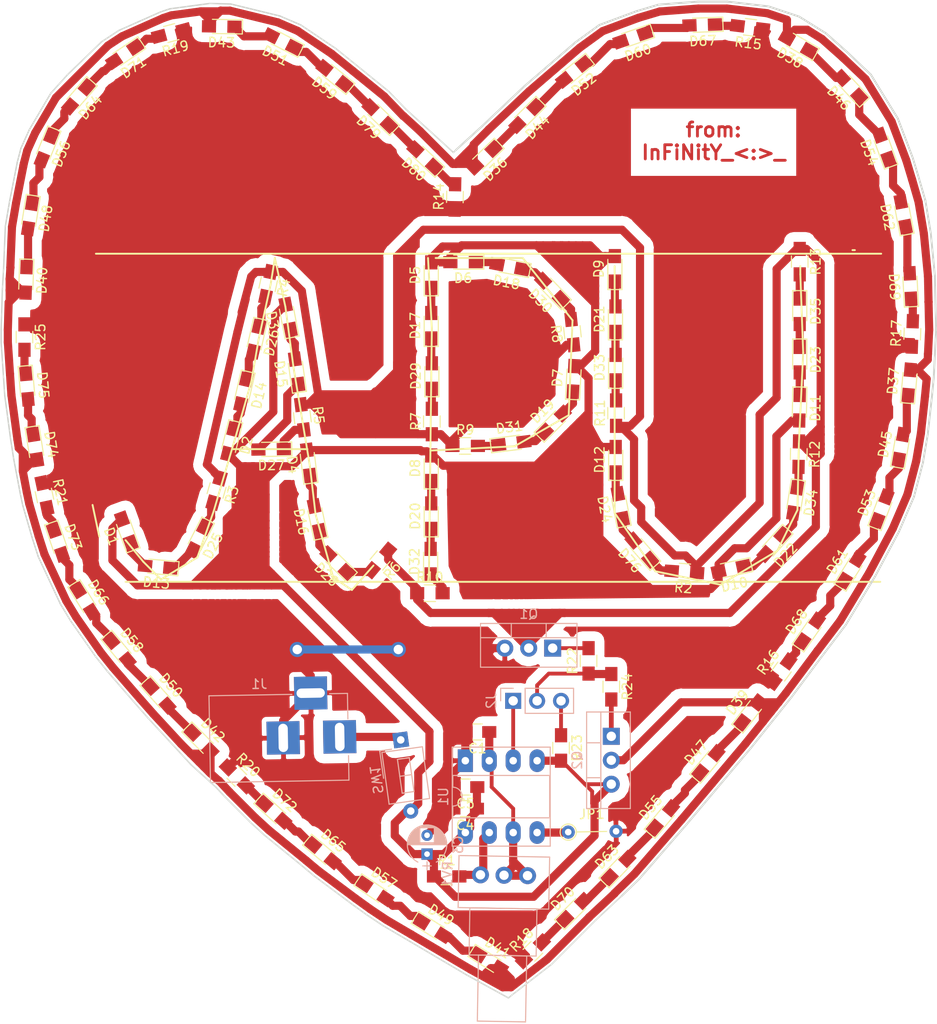
<source format=kicad_pcb>
(kicad_pcb (version 20171130) (host pcbnew "(5.0.1)-3")
  (title_block (title "gift for my friend :-)") (date 2018-10-18) (rev 1))
  (layers (0 F.Cu signal) (31 B.Cu signal) (34 B.Paste user) (35 F.Paste user) (36 B.SilkS user) (37 F.SilkS user) (38 B.Mask user) (39 F.Mask user) (44 Edge.Cuts user))
  (net 0 "")
  (net 1 GND)
  (net 2 VCC)
  (net 3 "Net-(R1-Pad2)")
  (net 4 "Net-(D1-Pad1)")
  (net 5 "Net-(D14-Pad2)")
  (net 6 "Net-(D15-Pad2)")
  (net 7 "Net-(D16-Pad2)")
  (net 8 "Net-(D17-Pad2)")
  (net 9 "Net-(D18-Pad2)")
  (net 10 "Net-(D19-Pad2)")
  (net 11 "Net-(D20-Pad2)")
  (net 12 "Net-(D21-Pad2)")
  (net 13 "Net-(D10-Pad1)")
  (net 14 "Net-(D11-Pad1)")
  (net 15 "Net-(D12-Pad1)")
  (net 16 "Net-(D13-Pad1)")
  (net 17 "Net-(D14-Pad1)")
  (net 18 "Net-(D15-Pad1)")
  (net 19 "Net-(D16-Pad1)")
  (net 20 "Net-(D17-Pad1)")
  (net 21 "Net-(D18-Pad1)")
  (net 22 "Net-(D19-Pad1)")
  (net 23 "Net-(D20-Pad1)")
  (net 24 "Net-(D21-Pad1)")
  (net 25 "Net-(D22-Pad1)")
  (net 26 "Net-(D23-Pad1)")
  (net 27 "Net-(D36-Pad1)")
  (net 28 "Net-(D37-Pad1)")
  (net 29 "Net-(D38-Pad1)")
  (net 30 "Net-(D39-Pad1)")
  (net 31 "Net-(D40-Pad1)")
  (net 32 "Net-(D41-Pad1)")
  (net 33 "Net-(D42-Pad1)")
  (net 34 "Net-(D43-Pad1)")
  (net 35 "Net-(D44-Pad1)")
  (net 36 "Net-(D45-Pad1)")
  (net 37 "Net-(D46-Pad1)")
  (net 38 "Net-(D47-Pad1)")
  (net 39 "Net-(D48-Pad1)")
  (net 40 "Net-(D49-Pad1)")
  (net 41 "Net-(D50-Pad1)")
  (net 42 "Net-(D51-Pad1)")
  (net 43 "Net-(D52-Pad1)")
  (net 44 "Net-(D53-Pad1)")
  (net 45 "Net-(D54-Pad1)")
  (net 46 "Net-(D55-Pad1)")
  (net 47 "Net-(D56-Pad1)")
  (net 48 "Net-(D57-Pad1)")
  (net 49 "Net-(D58-Pad1)")
  (net 50 "Net-(D60-Pad1)")
  (net 51 "Net-(D61-Pad1)")
  (net 52 "Net-(D62-Pad1)")
  (net 53 "Net-(D63-Pad1)")
  (net 54 "Net-(D64-Pad1)")
  (net 55 "Net-(D65-Pad1)")
  (net 56 "Net-(D66-Pad1)")
  (net 57 /THR)
  (net 58 "Net-(D73-Pad1)")
  (net 59 "Net-(D72-Pad1)")
  (net 60 "Net-(D71-Pad1)")
  (net 61 "Net-(D70-Pad1)")
  (net 62 "Net-(D69-Pad1)")
  (net 63 "Net-(D68-Pad1)")
  (net 64 "Net-(D67-Pad1)")
  (net 65 "Net-(D59-Pad1)")
  (net 66 "Net-(D35-Pad1)")
  (net 67 "Net-(D34-Pad1)")
  (net 68 "Net-(D33-Pad1)")
  (net 69 "Net-(D32-Pad1)")
  (net 70 "Net-(D31-Pad1)")
  (net 71 "Net-(D30-Pad1)")
  (net 72 "Net-(D29-Pad1)")
  (net 73 "Net-(D27-Pad1)")
  (net 74 "Net-(D26-Pad1)")
  (net 75 "Net-(D25-Pad1)")
  (net 76 "Net-(D24-Pad1)")
  (net 77 "Net-(D28-Pad1)")
  (net 78 /BLUE_LEDS)
  (net 79 /RED_LEDS)
  (net 80 "Net-(J1-Pad1)")
  (net 81 "Net-(J2-Pad3)")
  (net 82 /SIGNAL)
  (net 83 /out)
  (net 84 "Net-(Q1-Pad1)")
  (net 85 "Net-(Q2-Pad1)")
  (net 86 "Net-(JP1-Pad1)")
  (net 87 "Net-(D74-Pad1)")
  (net 88 "Net-(D75-Pad1)")
  (net 89 "Net-(D76-Pad1)")
  (net 90 "Net-(D79-Pad1)")
  (net 91 "Net-(D80-Pad1)")
  (module Resistors_THT:R_Axial_DIN0204_L3.6mm_D1.6mm_P5.08mm_Vertical (layer F.Cu) (at 128.27 147.828 1)
    (fp_text reference JP1 (at 2.54 -1.86 1) (layer F.SilkS))
    (fp_text value Jumper_NC_Small)
    (pad 2 thru_hole oval (at 5.08 0 1) (size 1.4 1.4) (drill 0.7) (layers *.Cu *.Mask) (net 1 GND))
    (pad 1 thru_hole circle (at 0 0 1) (size 1.4 1.4) (drill 0.7) (layers *.Cu *.Mask) (net 86 "Net-(JP1-Pad1)"))
  )
  (module Housings_DIP:DIP-8_W7.62mm_Socket_LongPads (layer B.Cu) (at 117.347281 140.256644 270)
    (fp_text reference U1 (at 3.81 2.33 270) (layer B.SilkS) (effects (justify mirror)))
    (fp_text value NE555)
    (pad 8 thru_hole oval (at 7.62 0 270) (size 2.4 1.6) (drill 0.8) (layers *.Cu *.Mask) (net 2 VCC))
    (pad 4 thru_hole oval (at 0 -7.62 270) (size 2.4 1.6) (drill 0.8) (layers *.Cu *.Mask) (net 2 VCC))
    (pad 7 thru_hole oval (at 7.62 -2.54 270) (size 2.4 1.6) (drill 0.8) (layers *.Cu *.Mask) (net 3 "Net-(R1-Pad2)"))
    (pad 3 thru_hole oval (at 0 -5.08 270) (size 2.4 1.6) (drill 0.8) (layers *.Cu *.Mask) (net 83 /out))
    (pad 6 thru_hole oval (at 7.62 -5.08 270) (size 2.4 1.6) (drill 0.8) (layers *.Cu *.Mask) (net 57 /THR))
    (pad 2 thru_hole oval (at 0 -2.54 270) (size 2.4 1.6) (drill 0.8) (layers *.Cu *.Mask) (net 57 /THR))
    (pad 5 thru_hole oval (at 7.62 -7.62 270) (size 2.4 1.6) (drill 0.8) (layers *.Cu *.Mask) (net 86 "Net-(JP1-Pad1)"))
    (pad 1 thru_hole rect (at 0 0 270) (size 2.4 1.6) (drill 0.8) (layers *.Cu *.Mask) (net 1 GND))
  )
  (module Capacitors_THT:CP_Radial_D4.0mm_P2.00mm (layer B.Cu) (at 113.283281 150.162644 90)
    (fp_text reference C3 (at 1 3.31 90) (layer B.SilkS) (effects (justify mirror)))
    (fp_text value 10uF)
    (pad 2 thru_hole circle (at 2 0 90) (size 1.2 1.2) (drill 0.6) (layers *.Cu *.Mask) (net 1 GND))
    (pad 1 thru_hole rect (at 0 0 90) (size 1.2 1.2) (drill 0.6) (layers *.Cu *.Mask) (net 2 VCC))
  )
  (module LEDs:LED_0805_HandSoldering (layer F.Cu) (at 81.360728 115.886085 110)
    (fp_text reference D1 (at 0 -1.7 110) (layer F.SilkS))
    (fp_text value LED)
    (pad 1 smd rect (at -1.35 0 110) (size 1.5 1.3) (layers F.Cu F.Paste F.Mask) (net 4 "Net-(D1-Pad1)"))
    (pad 2 smd rect (at 1.35 0 110) (size 1.5 1.3) (layers F.Cu F.Paste F.Mask) (net 2 VCC))
  )
  (module LEDs:LED_0805_HandSoldering (layer F.Cu) (at 92.446905 106.402399 256)
    (fp_text reference D2 (at 0 -1.7 256) (layer F.SilkS))
    (fp_text value LED)
    (pad 2 smd rect (at 1.35 0 256) (size 1.5 1.3) (layers F.Cu F.Paste F.Mask) (net 2 VCC))
    (pad 1 smd rect (at -1.35 0 256) (size 1.5 1.3) (layers F.Cu F.Paste F.Mask) (net 5 "Net-(D14-Pad2)"))
  )
  (module LEDs:LED_0805_HandSoldering (layer F.Cu) (at 98.532426 93.209697 101)
    (fp_text reference D3 (at 0 -1.7 101) (layer F.SilkS))
    (fp_text value LED)
    (pad 2 smd rect (at 1.35 0 101) (size 1.5 1.3) (layers F.Cu F.Paste F.Mask) (net 2 VCC))
    (pad 1 smd rect (at -1.35 0 101) (size 1.5 1.3) (layers F.Cu F.Paste F.Mask) (net 6 "Net-(D15-Pad2)"))
  )
  (module LEDs:LED_0805_HandSoldering (layer F.Cu) (at 100.685023 108.654938 97)
    (fp_text reference D4 (at 0 -1.7 97) (layer F.SilkS))
    (fp_text value LED)
    (pad 1 smd rect (at -1.35 0 97) (size 1.5 1.3) (layers F.Cu F.Paste F.Mask) (net 7 "Net-(D16-Pad2)"))
    (pad 2 smd rect (at 1.35 0 97) (size 1.5 1.3) (layers F.Cu F.Paste F.Mask) (net 2 VCC))
  )
  (module LEDs:LED_0805_HandSoldering (layer F.Cu) (at 113.7285 88.7565 90)
    (fp_text reference D5 (at 0 -1.7 90) (layer F.SilkS))
    (fp_text value LED)
    (pad 1 smd rect (at -1.35 0 90) (size 1.5 1.3) (layers F.Cu F.Paste F.Mask) (net 8 "Net-(D17-Pad2)"))
    (pad 2 smd rect (at 1.35 0 90) (size 1.5 1.3) (layers F.Cu F.Paste F.Mask) (net 2 VCC))
  )
  (module LEDs:LED_0805_HandSoldering (layer F.Cu) (at 117.1105 87.376 180)
    (fp_text reference D6 (at 0 -1.7 180) (layer F.SilkS))
    (fp_text value LED)
    (pad 2 smd rect (at 1.35 0 180) (size 1.5 1.3) (layers F.Cu F.Paste F.Mask) (net 2 VCC))
    (pad 1 smd rect (at -1.35 0 180) (size 1.5 1.3) (layers F.Cu F.Paste F.Mask) (net 9 "Net-(D18-Pad2)"))
  )
  (module LEDs:LED_0805_HandSoldering (layer F.Cu) (at 128.8415 99.7585 87)
    (fp_text reference D7 (at 0 -1.7 87) (layer F.SilkS))
    (fp_text value LED)
    (pad 1 smd rect (at -1.35 0 87) (size 1.5 1.3) (layers F.Cu F.Paste F.Mask) (net 10 "Net-(D19-Pad2)"))
    (pad 2 smd rect (at 1.35 0 87) (size 1.5 1.3) (layers F.Cu F.Paste F.Mask) (net 2 VCC))
  )
  (module LEDs:LED_0805_HandSoldering (layer F.Cu) (at 113.7285 109.2365 90)
    (fp_text reference D8 (at 0 -1.7 90) (layer F.SilkS))
    (fp_text value LED)
    (pad 2 smd rect (at 1.35 0 90) (size 1.5 1.3) (layers F.Cu F.Paste F.Mask) (net 2 VCC))
    (pad 1 smd rect (at -1.35 0 90) (size 1.5 1.3) (layers F.Cu F.Paste F.Mask) (net 11 "Net-(D20-Pad2)"))
  )
  (module LEDs:LED_0805_HandSoldering (layer F.Cu) (at 133.223 88.091 90)
    (fp_text reference D9 (at 0 -1.7 90) (layer F.SilkS))
    (fp_text value LED)
    (pad 2 smd rect (at 1.35 0 90) (size 1.5 1.3) (layers F.Cu F.Paste F.Mask) (net 2 VCC))
    (pad 1 smd rect (at -1.35 0 90) (size 1.5 1.3) (layers F.Cu F.Paste F.Mask) (net 12 "Net-(D21-Pad2)"))
  )
  (module LEDs:LED_0805_HandSoldering (layer F.Cu) (at 145.555001 119.914682 192)
    (fp_text reference D10 (at 0 -1.7 192) (layer F.SilkS))
    (fp_text value LED)
    (pad 1 smd rect (at -1.35 0 192) (size 1.5 1.3) (layers F.Cu F.Paste F.Mask) (net 13 "Net-(D10-Pad1)"))
    (pad 2 smd rect (at 1.35 0 192) (size 1.5 1.3) (layers F.Cu F.Paste F.Mask) (net 2 VCC))
  )
  (module LEDs:LED_0805_HandSoldering (layer F.Cu) (at 152.820939 102.822794 269)
    (fp_text reference D11 (at 0 -1.7 269) (layer F.SilkS))
    (fp_text value LED)
    (pad 2 smd rect (at 1.35 0 269) (size 1.5 1.3) (layers F.Cu F.Paste F.Mask) (net 2 VCC))
    (pad 1 smd rect (at -1.35 0 269) (size 1.5 1.3) (layers F.Cu F.Paste F.Mask) (net 14 "Net-(D11-Pad1)"))
  )
  (module LEDs:LED_0805_HandSoldering (layer F.Cu) (at 133.310061 108.331 90)
    (fp_text reference D12 (at 0 -1.7 90) (layer F.SilkS))
    (fp_text value LED)
    (pad 1 smd rect (at -1.35 0 90) (size 1.5 1.3) (layers F.Cu F.Paste F.Mask) (net 15 "Net-(D12-Pad1)"))
    (pad 2 smd rect (at 1.35 0 90) (size 1.5 1.3) (layers F.Cu F.Paste F.Mask) (net 2 VCC))
  )
  (module LEDs:LED_0805_HandSoldering (layer F.Cu) (at 84.697637 119.70684 175)
    (fp_text reference D13 (at 0 -1.7 175) (layer F.SilkS))
    (fp_text value LED)
    (pad 2 smd rect (at 1.35 0 175) (size 1.5 1.3) (layers F.Cu F.Paste F.Mask) (net 4 "Net-(D1-Pad1)"))
    (pad 1 smd rect (at -1.35 0 175) (size 1.5 1.3) (layers F.Cu F.Paste F.Mask) (net 16 "Net-(D13-Pad1)"))
  )
  (module LEDs:LED_0805_HandSoldering (layer F.Cu) (at 93.803316 101.137399 257)
    (fp_text reference D14 (at 0 -1.7 257) (layer F.SilkS))
    (fp_text value LED)
    (pad 2 smd rect (at 1.35 0 257) (size 1.5 1.3) (layers F.Cu F.Paste F.Mask) (net 5 "Net-(D14-Pad2)"))
    (pad 1 smd rect (at -1.35 0 257) (size 1.5 1.3) (layers F.Cu F.Paste F.Mask) (net 17 "Net-(D14-Pad1)"))
  )
  (module LEDs:LED_0805_HandSoldering (layer F.Cu) (at 99.438384 98.999862 98)
    (fp_text reference D15 (at 0 -1.7 98) (layer F.SilkS))
    (fp_text value LED)
    (pad 1 smd rect (at -1.35 0 98) (size 1.5 1.3) (layers F.Cu F.Paste F.Mask) (net 18 "Net-(D15-Pad1)"))
    (pad 2 smd rect (at 1.35 0 98) (size 1.5 1.3) (layers F.Cu F.Paste F.Mask) (net 6 "Net-(D15-Pad2)"))
  )
  (module LEDs:LED_0805_HandSoldering (layer F.Cu) (at 101.573319 114.567 102)
    (fp_text reference D16 (at 0 -1.7 102) (layer F.SilkS))
    (fp_text value LED)
    (pad 2 smd rect (at 1.35 0 102) (size 1.5 1.3) (layers F.Cu F.Paste F.Mask) (net 7 "Net-(D16-Pad2)"))
    (pad 1 smd rect (at -1.35 0 102) (size 1.5 1.3) (layers F.Cu F.Paste F.Mask) (net 19 "Net-(D16-Pad1)"))
  )
  (module LEDs:LED_0805_HandSoldering (layer F.Cu) (at 113.7285 94.1235 90)
    (fp_text reference D17 (at 0 -1.7 90) (layer F.SilkS))
    (fp_text value LED)
    (pad 2 smd rect (at 1.35 0 90) (size 1.5 1.3) (layers F.Cu F.Paste F.Mask) (net 8 "Net-(D17-Pad2)"))
    (pad 1 smd rect (at -1.35 0 90) (size 1.5 1.3) (layers F.Cu F.Paste F.Mask) (net 20 "Net-(D17-Pad1)"))
  )
  (module LEDs:LED_0805_HandSoldering (layer F.Cu) (at 122.038696 87.860911 169)
    (fp_text reference D18 (at 0 -1.7 169) (layer F.SilkS))
    (fp_text value LED)
    (pad 1 smd rect (at -1.35 0 169) (size 1.5 1.3) (layers F.Cu F.Paste F.Mask) (net 21 "Net-(D18-Pad1)"))
    (pad 2 smd rect (at 1.35 0 169) (size 1.5 1.3) (layers F.Cu F.Paste F.Mask) (net 9 "Net-(D18-Pad2)"))
  )
  (module LEDs:LED_0805_HandSoldering (layer F.Cu) (at 126.743905 104.396094 45)
    (fp_text reference D19 (at 0 -1.7 45) (layer F.SilkS))
    (fp_text value LED)
    (pad 2 smd rect (at 1.35 0 45) (size 1.5 1.3) (layers F.Cu F.Paste F.Mask) (net 10 "Net-(D19-Pad2)"))
    (pad 1 smd rect (at -1.35 0 45) (size 1.5 1.3) (layers F.Cu F.Paste F.Mask) (net 22 "Net-(D19-Pad1)"))
  )
  (module LEDs:LED_0805_HandSoldering (layer F.Cu) (at 113.7285 114.3165 90)
    (fp_text reference D20 (at 0 -1.7 90) (layer F.SilkS))
    (fp_text value LED)
    (pad 1 smd rect (at -1.35 0 90) (size 1.5 1.3) (layers F.Cu F.Paste F.Mask) (net 23 "Net-(D20-Pad1)"))
    (pad 2 smd rect (at 1.35 0 90) (size 1.5 1.3) (layers F.Cu F.Paste F.Mask) (net 11 "Net-(D20-Pad2)"))
  )
  (module LEDs:LED_0805_HandSoldering (layer F.Cu) (at 133.2865 93.425 90)
    (fp_text reference D21 (at 0 -1.7 90) (layer F.SilkS))
    (fp_text value LED)
    (pad 1 smd rect (at -1.35 0 90) (size 1.5 1.3) (layers F.Cu F.Paste F.Mask) (net 24 "Net-(D21-Pad1)"))
    (pad 2 smd rect (at 1.35 0 90) (size 1.5 1.3) (layers F.Cu F.Paste F.Mask) (net 12 "Net-(D21-Pad2)"))
  )
  (module LEDs:LED_0805_HandSoldering (layer F.Cu) (at 150.099671 117.335247 228)
    (fp_text reference D22 (at 0 -1.7 228) (layer F.SilkS))
    (fp_text value LED)
    (pad 2 smd rect (at 1.35 -0.000001 228) (size 1.5 1.3) (layers F.Cu F.Paste F.Mask) (net 13 "Net-(D10-Pad1)"))
    (pad 1 smd rect (at -1.35 0.000001 228) (size 1.5 1.3) (layers F.Cu F.Paste F.Mask) (net 25 "Net-(D22-Pad1)"))
  )
  (module LEDs:LED_0805_HandSoldering (layer F.Cu) (at 152.8445 97.7265 270)
    (fp_text reference D23 (at 0 -1.7 270) (layer F.SilkS))
    (fp_text value LED)
    (pad 1 smd rect (at -1.35 0 270) (size 1.5 1.3) (layers F.Cu F.Paste F.Mask) (net 26 "Net-(D23-Pad1)"))
    (pad 2 smd rect (at 1.35 0 270) (size 1.5 1.3) (layers F.Cu F.Paste F.Mask) (net 14 "Net-(D11-Pad1)"))
  )
  (module LEDs:LED_0805_HandSoldering (layer F.Cu) (at 133.798092 113.275696 101)
    (fp_text reference D24 (at 0 -1.7 101) (layer F.SilkS))
    (fp_text value LED)
    (pad 1 smd rect (at -1.35 0 101) (size 1.5 1.3) (layers F.Cu F.Paste F.Mask) (net 76 "Net-(D24-Pad1)"))
    (pad 2 smd rect (at 1.35 0 101) (size 1.5 1.3) (layers F.Cu F.Paste F.Mask) (net 15 "Net-(D12-Pad1)"))
  )
  (module LEDs:LED_0805_HandSoldering (layer F.Cu) (at 89.049114 116.709359 243)
    (fp_text reference D25 (at 0 -1.7 243) (layer F.SilkS))
    (fp_text value LED)
    (pad 2 smd rect (at 1.35 0 243) (size 1.5 1.3) (layers F.Cu F.Paste F.Mask) (net 16 "Net-(D13-Pad1)"))
    (pad 1 smd rect (at -1.35 0 243) (size 1.5 1.3) (layers F.Cu F.Paste F.Mask) (net 75 "Net-(D25-Pad1)"))
  )
  (module LEDs:LED_0805_HandSoldering (layer F.Cu) (at 95.136816 95.5494 257)
    (fp_text reference D26 (at 0 -1.7 257) (layer F.SilkS))
    (fp_text value LED)
    (pad 1 smd rect (at -1.35 0 257) (size 1.5 1.3) (layers F.Cu F.Paste F.Mask) (net 74 "Net-(D26-Pad1)"))
    (pad 2 smd rect (at 1.35 0 257) (size 1.5 1.3) (layers F.Cu F.Paste F.Mask) (net 17 "Net-(D14-Pad1)"))
  )
  (module LEDs:LED_0805_HandSoldering (layer F.Cu) (at 96.726795 107.227941 181)
    (fp_text reference D27 (at 0 -1.7 181) (layer F.SilkS))
    (fp_text value LED)
    (pad 2 smd rect (at 1.35 0 181) (size 1.5 1.3) (layers F.Cu F.Paste F.Mask) (net 18 "Net-(D15-Pad1)"))
    (pad 1 smd rect (at -1.35 0 181) (size 1.5 1.3) (layers F.Cu F.Paste F.Mask) (net 73 "Net-(D27-Pad1)"))
  )
  (module LEDs:LED_0805_HandSoldering (layer F.Cu) (at 103.77761 119.30179 136)
    (fp_text reference D28 (at 0 -1.7 136) (layer F.SilkS))
    (fp_text value LED)
    (pad 1 smd rect (at -1.35 0 136) (size 1.5 1.3) (layers F.Cu F.Paste F.Mask) (net 77 "Net-(D28-Pad1)"))
    (pad 2 smd rect (at 1.35 0 136) (size 1.5 1.3) (layers F.Cu F.Paste F.Mask) (net 19 "Net-(D16-Pad1)"))
  )
  (module LEDs:LED_0805_HandSoldering (layer F.Cu) (at 113.792 99.4575 90)
    (fp_text reference D29 (at 0 -1.7 90) (layer F.SilkS))
    (fp_text value LED)
    (pad 1 smd rect (at -1.35 0 90) (size 1.5 1.3) (layers F.Cu F.Paste F.Mask) (net 72 "Net-(D29-Pad1)"))
    (pad 2 smd rect (at 1.35 0 90) (size 1.5 1.3) (layers F.Cu F.Paste F.Mask) (net 20 "Net-(D17-Pad1)"))
  )
  (module LEDs:LED_0805_HandSoldering (layer F.Cu) (at 126.540789 90.315608 134)
    (fp_text reference D30 (at 0 -1.7 134) (layer F.SilkS))
    (fp_text value LED)
    (pad 2 smd rect (at 1.35 0 134) (size 1.5 1.3) (layers F.Cu F.Paste F.Mask) (net 21 "Net-(D18-Pad1)"))
    (pad 1 smd rect (at -1.35 0 134) (size 1.5 1.3) (layers F.Cu F.Paste F.Mask) (net 71 "Net-(D30-Pad1)"))
  )
  (module LEDs:LED_0805_HandSoldering (layer F.Cu) (at 122.231063 106.590524 7)
    (fp_text reference D31 (at 0 -1.7 7) (layer F.SilkS))
    (fp_text value LED)
    (pad 1 smd rect (at -1.35 0 7) (size 1.5 1.3) (layers F.Cu F.Paste F.Mask) (net 70 "Net-(D31-Pad1)"))
    (pad 2 smd rect (at 1.35 0 7) (size 1.5 1.3) (layers F.Cu F.Paste F.Mask) (net 22 "Net-(D19-Pad1)"))
  )
  (module LEDs:LED_0805_HandSoldering (layer F.Cu) (at 113.665 119.1425 90)
    (fp_text reference D32 (at 0 -1.7 90) (layer F.SilkS))
    (fp_text value LED)
    (pad 2 smd rect (at 1.35 0 90) (size 1.5 1.3) (layers F.Cu F.Paste F.Mask) (net 23 "Net-(D20-Pad1)"))
    (pad 1 smd rect (at -1.35 0 90) (size 1.5 1.3) (layers F.Cu F.Paste F.Mask) (net 69 "Net-(D32-Pad1)"))
  )
  (module LEDs:LED_0805_HandSoldering (layer F.Cu) (at 133.302878 98.5685 90)
    (fp_text reference D33 (at 0 -1.7 90) (layer F.SilkS))
    (fp_text value LED)
    (pad 2 smd rect (at 1.35 0 90) (size 1.5 1.3) (layers F.Cu F.Paste F.Mask) (net 24 "Net-(D21-Pad1)"))
    (pad 1 smd rect (at -1.35 0 90) (size 1.5 1.3) (layers F.Cu F.Paste F.Mask) (net 68 "Net-(D33-Pad1)"))
  )
  (module LEDs:LED_0805_HandSoldering (layer F.Cu) (at 152.357189 112.649122 261)
    (fp_text reference D34 (at 0 -1.7 261) (layer F.SilkS))
    (fp_text value LED)
    (pad 1 smd rect (at -1.35 -0.000001 261) (size 1.5 1.3) (layers F.Cu F.Paste F.Mask) (net 67 "Net-(D34-Pad1)"))
    (pad 2 smd rect (at 1.35 0.000001 261) (size 1.5 1.3) (layers F.Cu F.Paste F.Mask) (net 25 "Net-(D22-Pad1)"))
  )
  (module LEDs:LED_0805_HandSoldering (layer F.Cu) (at 152.8445 92.5995 270)
    (fp_text reference D35 (at 0 -1.7 270) (layer F.SilkS))
    (fp_text value LED)
    (pad 2 smd rect (at 1.35 0 270) (size 1.5 1.3) (layers F.Cu F.Paste F.Mask) (net 26 "Net-(D23-Pad1)"))
    (pad 1 smd rect (at -1.35 0 270) (size 1.5 1.3) (layers F.Cu F.Paste F.Mask) (net 66 "Net-(D35-Pad1)"))
  )
  (module LEDs:LED_0805_HandSoldering (layer F.Cu) (at 119.361392 76.312289 224)
    (fp_text reference D36 (at 0 -1.7 224) (layer F.SilkS))
    (fp_text value LED)
    (pad 2 smd rect (at 1.35 0 224) (size 1.5 1.3) (layers F.Cu F.Paste F.Mask) (net 79 /RED_LEDS))
    (pad 1 smd rect (at -1.35 0 224) (size 1.5 1.3) (layers F.Cu F.Paste F.Mask) (net 27 "Net-(D36-Pad1)"))
  )
  (module LEDs:LED_0805_HandSoldering (layer F.Cu) (at 164.47434 100.150863 85)
    (fp_text reference D37 (at 0 -1.7 85) (layer F.SilkS))
    (fp_text value LED)
    (pad 1 smd rect (at -1.35 0 85) (size 1.5 1.3) (layers F.Cu F.Paste F.Mask) (net 28 "Net-(D37-Pad1)"))
    (pad 2 smd rect (at 1.35 0 85) (size 1.5 1.3) (layers F.Cu F.Paste F.Mask) (net 79 /RED_LEDS))
  )
  (module LEDs:LED_0805_HandSoldering (layer F.Cu) (at 152.654 64.262 150)
    (fp_text reference D38 (at 0 -1.7 150) (layer F.SilkS))
    (fp_text value LED)
    (pad 2 smd rect (at 1.35 0 150) (size 1.5 1.3) (layers F.Cu F.Paste F.Mask) (net 79 /RED_LEDS))
    (pad 1 smd rect (at -1.35 0 150) (size 1.5 1.3) (layers F.Cu F.Paste F.Mask) (net 29 "Net-(D38-Pad1)"))
  )
  (module LEDs:LED_0805_HandSoldering (layer F.Cu) (at 147.574 135.128 52)
    (fp_text reference D39 (at 0 -1.7 52) (layer F.SilkS))
    (fp_text value LED)
    (pad 1 smd rect (at -1.35 0 52) (size 1.5 1.3) (layers F.Cu F.Paste F.Mask) (net 30 "Net-(D39-Pad1)"))
    (pad 2 smd rect (at 1.35 0 52) (size 1.5 1.3) (layers F.Cu F.Paste F.Mask) (net 79 /RED_LEDS))
  )
  (module LEDs:LED_0805_HandSoldering (layer F.Cu) (at 70.722615 89.265322 268)
    (fp_text reference D40 (at 0 -1.7 268) (layer F.SilkS))
    (fp_text value LED)
    (pad 2 smd rect (at 1.35 0 268) (size 1.5 1.3) (layers F.Cu F.Paste F.Mask) (net 79 /RED_LEDS))
    (pad 1 smd rect (at -1.35 0 268) (size 1.5 1.3) (layers F.Cu F.Paste F.Mask) (net 31 "Net-(D40-Pad1)"))
  )
  (module LEDs:LED_0805_HandSoldering (layer F.Cu) (at 119.888 161.544 328)
    (fp_text reference D41 (at 0 -1.7 328) (layer F.SilkS))
    (fp_text value LED)
    (pad 1 smd rect (at -1.35 0 328) (size 1.5 1.3) (layers F.Cu F.Paste F.Mask) (net 32 "Net-(D41-Pad1)"))
    (pad 2 smd rect (at 1.35 0 328) (size 1.5 1.3) (layers F.Cu F.Paste F.Mask) (net 79 /RED_LEDS))
  )
  (module LEDs:LED_0805_HandSoldering (layer F.Cu) (at 89.3445 138.2395 315)
    (fp_text reference D42 (at 0 -1.7 315) (layer F.SilkS))
    (fp_text value LED)
    (pad 1 smd rect (at -1.35 0 315) (size 1.5 1.3) (layers F.Cu F.Paste F.Mask) (net 33 "Net-(D42-Pad1)"))
    (pad 2 smd rect (at 1.35 0 315) (size 1.5 1.3) (layers F.Cu F.Paste F.Mask) (net 79 /RED_LEDS))
  )
  (module LEDs:LED_0805_HandSoldering (layer F.Cu) (at 91.487205 62.39694 179)
    (fp_text reference D43 (at 0 -1.7 179) (layer F.SilkS))
    (fp_text value LED)
    (pad 1 smd rect (at -1.35 0 179) (size 1.5 1.3) (layers F.Cu F.Paste F.Mask) (net 34 "Net-(D43-Pad1)"))
    (pad 2 smd rect (at 1.35 0 179) (size 1.5 1.3) (layers F.Cu F.Paste F.Mask) (net 79 /RED_LEDS))
  )
  (module LEDs:LED_0805_HandSoldering (layer F.Cu) (at 123.822906 71.884094 225)
    (fp_text reference D44 (at 0 -1.7 225) (layer F.SilkS))
    (fp_text value LED)
    (pad 1 smd rect (at -1.35 0 225) (size 1.5 1.3) (layers F.Cu F.Paste F.Mask) (net 35 "Net-(D44-Pad1)"))
    (pad 2 smd rect (at 1.35 0 225) (size 1.5 1.3) (layers F.Cu F.Paste F.Mask) (net 27 "Net-(D36-Pad1)"))
  )
  (module LEDs:LED_0805_HandSoldering (layer F.Cu) (at 163.595575 106.99349 80)
    (fp_text reference D45 (at 0 -1.7 80) (layer F.SilkS))
    (fp_text value LED)
    (pad 2 smd rect (at 1.35 0 80) (size 1.5 1.3) (layers F.Cu F.Paste F.Mask) (net 28 "Net-(D37-Pad1)"))
    (pad 1 smd rect (at -1.35 0 80) (size 1.5 1.3) (layers F.Cu F.Paste F.Mask) (net 36 "Net-(D45-Pad1)"))
  )
  (module LEDs:LED_0805_HandSoldering (layer F.Cu) (at 158.242 68.834 133)
    (fp_text reference D46 (at 0 -1.7 133) (layer F.SilkS))
    (fp_text value LED)
    (pad 1 smd rect (at -1.35 0 133) (size 1.5 1.3) (layers F.Cu F.Paste F.Mask) (net 37 "Net-(D46-Pad1)"))
    (pad 2 smd rect (at 1.35 0 133) (size 1.5 1.3) (layers F.Cu F.Paste F.Mask) (net 29 "Net-(D38-Pad1)"))
  )
  (module LEDs:LED_0805_HandSoldering (layer F.Cu) (at 143.150237 140.48016 50)
    (fp_text reference D47 (at 0 -1.7 50) (layer F.SilkS))
    (fp_text value LED)
    (pad 2 smd rect (at 1.35 0 50) (size 1.5 1.3) (layers F.Cu F.Paste F.Mask) (net 30 "Net-(D39-Pad1)"))
    (pad 1 smd rect (at -1.35 0 50) (size 1.5 1.3) (layers F.Cu F.Paste F.Mask) (net 38 "Net-(D47-Pad1)"))
  )
  (module LEDs:LED_0805_HandSoldering (layer F.Cu) (at 71.140686 82.486621 261)
    (fp_text reference D48 (at 0 -1.7 261) (layer F.SilkS))
    (fp_text value LED)
    (pad 1 smd rect (at -1.35 -0.000001 261) (size 1.5 1.3) (layers F.Cu F.Paste F.Mask) (net 39 "Net-(D48-Pad1)"))
    (pad 2 smd rect (at 1.35 0.000001 261) (size 1.5 1.3) (layers F.Cu F.Paste F.Mask) (net 31 "Net-(D40-Pad1)"))
  )
  (module LEDs:LED_0805_HandSoldering (layer F.Cu) (at 113.8555 158.0515 328)
    (fp_text reference D49 (at 0 -1.7 328) (layer F.SilkS))
    (fp_text value LED)
    (pad 2 smd rect (at 1.35 0 328) (size 1.5 1.3) (layers F.Cu F.Paste F.Mask) (net 32 "Net-(D41-Pad1)"))
    (pad 1 smd rect (at -1.35 0 328) (size 1.5 1.3) (layers F.Cu F.Paste F.Mask) (net 40 "Net-(D49-Pad1)"))
  )
  (module LEDs:LED_0805_HandSoldering (layer F.Cu) (at 84.836 133.4135 312)
    (fp_text reference D50 (at 0 -1.7 312) (layer F.SilkS))
    (fp_text value LED)
    (pad 1 smd rect (at -1.35 -0.000001 312) (size 1.5 1.3) (layers F.Cu F.Paste F.Mask) (net 41 "Net-(D50-Pad1)"))
    (pad 2 smd rect (at 1.35 0.000001 312) (size 1.5 1.3) (layers F.Cu F.Paste F.Mask) (net 33 "Net-(D42-Pad1)"))
  )
  (module LEDs:LED_0805_HandSoldering (layer F.Cu) (at 97.943787 63.985594 153)
    (fp_text reference D51 (at 0 -1.7 153) (layer F.SilkS))
    (fp_text value LED)
    (pad 2 smd rect (at 1.35 0 153) (size 1.5 1.3) (layers F.Cu F.Paste F.Mask) (net 34 "Net-(D43-Pad1)"))
    (pad 1 smd rect (at -1.35 0 153) (size 1.5 1.3) (layers F.Cu F.Paste F.Mask) (net 42 "Net-(D51-Pad1)"))
  )
  (module LEDs:LED_0805_HandSoldering (layer F.Cu) (at 128.871854 67.207082 219)
    (fp_text reference D52 (at 0 -1.7 219) (layer F.SilkS))
    (fp_text value LED)
    (pad 2 smd rect (at 1.349999 0 219) (size 1.5 1.3) (layers F.Cu F.Paste F.Mask) (net 35 "Net-(D44-Pad1)"))
    (pad 1 smd rect (at -1.349999 0 219) (size 1.5 1.3) (layers F.Cu F.Paste F.Mask) (net 43 "Net-(D52-Pad1)"))
  )
  (module LEDs:LED_0805_HandSoldering (layer F.Cu) (at 161.568203 113.528332 69)
    (fp_text reference D53 (at 0 -1.7 69) (layer F.SilkS))
    (fp_text value LED)
    (pad 1 smd rect (at -1.349999 0 69) (size 1.5 1.3) (layers F.Cu F.Paste F.Mask) (net 44 "Net-(D53-Pad1)"))
    (pad 2 smd rect (at 1.349999 0 69) (size 1.5 1.3) (layers F.Cu F.Paste F.Mask) (net 36 "Net-(D45-Pad1)"))
  )
  (module LEDs:LED_0805_HandSoldering (layer F.Cu) (at 161.798 75.184 110)
    (fp_text reference D54 (at 0 -1.7 110) (layer F.SilkS))
    (fp_text value LED)
    (pad 2 smd rect (at 1.35 0 110) (size 1.5 1.3) (layers F.Cu F.Paste F.Mask) (net 37 "Net-(D46-Pad1)"))
    (pad 1 smd rect (at -1.35 0 110) (size 1.5 1.3) (layers F.Cu F.Paste F.Mask) (net 45 "Net-(D54-Pad1)"))
  )
  (module LEDs:LED_0805_HandSoldering (layer F.Cu) (at 138.324235 146.32216 50)
    (fp_text reference D55 (at 0 -1.7 50) (layer F.SilkS))
    (fp_text value LED)
    (pad 1 smd rect (at -1.35 0 50) (size 1.5 1.3) (layers F.Cu F.Paste F.Mask) (net 46 "Net-(D55-Pad1)"))
    (pad 2 smd rect (at 1.35 0 50) (size 1.5 1.3) (layers F.Cu F.Paste F.Mask) (net 38 "Net-(D47-Pad1)"))
  )
  (module LEDs:LED_0805_HandSoldering (layer F.Cu) (at 72.895719 75.265801 248)
    (fp_text reference D56 (at 0 -1.7 248) (layer F.SilkS))
    (fp_text value LED)
    (pad 2 smd rect (at 1.35 0 248) (size 1.5 1.3) (layers F.Cu F.Paste F.Mask) (net 39 "Net-(D48-Pad1)"))
    (pad 1 smd rect (at -1.35 0 248) (size 1.5 1.3) (layers F.Cu F.Paste F.Mask) (net 47 "Net-(D56-Pad1)"))
  )
  (module LEDs:LED_0805_HandSoldering (layer F.Cu) (at 107.7595 154.1145 326)
    (fp_text reference D57 (at 0 -1.7 326) (layer F.SilkS))
    (fp_text value LED)
    (pad 1 smd rect (at -1.35 0.000001 326) (size 1.5 1.3) (layers F.Cu F.Paste F.Mask) (net 48 "Net-(D57-Pad1)"))
    (pad 2 smd rect (at 1.35 -0.000001 326) (size 1.5 1.3) (layers F.Cu F.Paste F.Mask) (net 40 "Net-(D49-Pad1)"))
  )
  (module LEDs:LED_0805_HandSoldering (layer F.Cu) (at 80.645 128.5875 310)
    (fp_text reference D58 (at 0 -1.7 310) (layer F.SilkS))
    (fp_text value LED)
    (pad 2 smd rect (at 1.35 0 310) (size 1.5 1.3) (layers F.Cu F.Paste F.Mask) (net 41 "Net-(D50-Pad1)"))
    (pad 1 smd rect (at -1.35 0 310) (size 1.5 1.3) (layers F.Cu F.Paste F.Mask) (net 49 "Net-(D58-Pad1)"))
  )
  (module LEDs:LED_0805_HandSoldering (layer F.Cu) (at 103.4415 67.6275 141)
    (fp_text reference D59 (at 0 -1.7 141) (layer F.SilkS))
    (fp_text value LED)
    (pad 1 smd rect (at -1.35 0 141) (size 1.5 1.3) (layers F.Cu F.Paste F.Mask) (net 65 "Net-(D59-Pad1)"))
    (pad 2 smd rect (at 1.35 0 141) (size 1.5 1.3) (layers F.Cu F.Paste F.Mask) (net 42 "Net-(D51-Pad1)"))
  )
  (module LEDs:LED_0805_HandSoldering (layer F.Cu) (at 135.12155 63.558517 199)
    (fp_text reference D60 (at 0 -1.7 199) (layer F.SilkS))
    (fp_text value LED)
    (pad 1 smd rect (at -1.35 0 199) (size 1.5 1.3) (layers F.Cu F.Paste F.Mask) (net 50 "Net-(D60-Pad1)"))
    (pad 2 smd rect (at 1.35 0 199) (size 1.5 1.3) (layers F.Cu F.Paste F.Mask) (net 43 "Net-(D52-Pad1)"))
  )
  (module LEDs:LED_0805_HandSoldering (layer F.Cu) (at 158.28861 120.016865 58)
    (fp_text reference D61 (at 0 -1.7 58) (layer F.SilkS))
    (fp_text value LED)
    (pad 2 smd rect (at 1.35 0 58) (size 1.5 1.3) (layers F.Cu F.Paste F.Mask) (net 44 "Net-(D53-Pad1)"))
    (pad 1 smd rect (at -1.35 0 58) (size 1.5 1.3) (layers F.Cu F.Paste F.Mask) (net 51 "Net-(D61-Pad1)"))
  )
  (module LEDs:LED_0805_HandSoldering (layer F.Cu) (at 163.83 82.296 101)
    (fp_text reference D62 (at 0 -1.7 101) (layer F.SilkS))
    (fp_text value LED)
    (pad 2 smd rect (at 1.35 0 101) (size 1.5 1.3) (layers F.Cu F.Paste F.Mask) (net 45 "Net-(D54-Pad1)"))
    (pad 1 smd rect (at -1.35 0 101) (size 1.5 1.3) (layers F.Cu F.Paste F.Mask) (net 52 "Net-(D62-Pad1)"))
  )
  (module LEDs:LED_0805_HandSoldering (layer F.Cu) (at 133.604 151.638 46)
    (fp_text reference D63 (at 0 -1.7 46) (layer F.SilkS))
    (fp_text value LED)
    (pad 2 smd rect (at 1.35 0 46) (size 1.5 1.3) (layers F.Cu F.Paste F.Mask) (net 46 "Net-(D55-Pad1)"))
    (pad 1 smd rect (at -1.35 0 46) (size 1.5 1.3) (layers F.Cu F.Paste F.Mask) (net 53 "Net-(D63-Pad1)"))
  )
  (module LEDs:LED_0805_HandSoldering (layer F.Cu) (at 76.26682 69.852858 229)
    (fp_text reference D64 (at 0 -1.7 229) (layer F.SilkS))
    (fp_text value LED)
    (pad 1 smd rect (at -1.35 0 229) (size 1.5 1.3) (layers F.Cu F.Paste F.Mask) (net 54 "Net-(D64-Pad1)"))
    (pad 2 smd rect (at 1.35 0 229) (size 1.5 1.3) (layers F.Cu F.Paste F.Mask) (net 47 "Net-(D56-Pad1)"))
  )
  (module LEDs:LED_0805_HandSoldering (layer F.Cu) (at 102.235 150.0505 320)
    (fp_text reference D65 (at 0 -1.7 320) (layer F.SilkS))
    (fp_text value LED)
    (pad 2 smd rect (at 1.350001 -0.000001 320) (size 1.5 1.3) (layers F.Cu F.Paste F.Mask) (net 48 "Net-(D57-Pad1)"))
    (pad 1 smd rect (at -1.350001 0.000001 320) (size 1.5 1.3) (layers F.Cu F.Paste F.Mask) (net 55 "Net-(D65-Pad1)"))
  )
  (module LEDs:LED_0805_HandSoldering (layer F.Cu) (at 76.962 123.317 302)
    (fp_text reference D66 (at 0 -1.7 302) (layer F.SilkS))
    (fp_text value LED)
    (pad 1 smd rect (at -1.35 0 302) (size 1.5 1.3) (layers F.Cu F.Paste F.Mask) (net 56 "Net-(D66-Pad1)"))
    (pad 2 smd rect (at 1.35 0 302) (size 1.5 1.3) (layers F.Cu F.Paste F.Mask) (net 49 "Net-(D58-Pad1)"))
  )
  (module LEDs:LED_0805_HandSoldering (layer F.Cu) (at 142.494 62.23 182)
    (fp_text reference D67 (at 0 -1.7 182) (layer F.SilkS))
    (fp_text value LED)
    (pad 1 smd rect (at -1.35 0 182) (size 1.5 1.3) (layers F.Cu F.Paste F.Mask) (net 64 "Net-(D67-Pad1)"))
    (pad 2 smd rect (at 1.35 0 182) (size 1.5 1.3) (layers F.Cu F.Paste F.Mask) (net 50 "Net-(D60-Pad1)"))
  )
  (module LEDs:LED_0805_HandSoldering (layer F.Cu) (at 153.924 126.492 55)
    (fp_text reference D68 (at 0 -1.7 55) (layer F.SilkS))
    (fp_text value LED)
    (pad 1 smd rect (at -1.35 -0.000001 55) (size 1.5 1.3) (layers F.Cu F.Paste F.Mask) (net 63 "Net-(D68-Pad1)"))
    (pad 2 smd rect (at 1.35 0.000001 55) (size 1.5 1.3) (layers F.Cu F.Paste F.Mask) (net 51 "Net-(D61-Pad1)"))
  )
  (module LEDs:LED_0805_HandSoldering (layer F.Cu) (at 164.592 89.916 93)
    (fp_text reference D69 (at 0 -1.7 93) (layer F.SilkS))
    (fp_text value LED)
    (pad 2 smd rect (at 1.35 0 93) (size 1.5 1.3) (layers F.Cu F.Paste F.Mask) (net 52 "Net-(D62-Pad1)"))
    (pad 1 smd rect (at -1.35 0 93) (size 1.5 1.3) (layers F.Cu F.Paste F.Mask) (net 62 "Net-(D69-Pad1)"))
  )
  (module LEDs:LED_0805_HandSoldering (layer F.Cu) (at 128.902907 156.085094 45)
    (fp_text reference D70 (at 0 -1.7 45) (layer F.SilkS))
    (fp_text value LED)
    (pad 1 smd rect (at -1.35 0 45) (size 1.5 1.3) (layers F.Cu F.Paste F.Mask) (net 61 "Net-(D70-Pad1)"))
    (pad 2 smd rect (at 1.35 0 45) (size 1.5 1.3) (layers F.Cu F.Paste F.Mask) (net 53 "Net-(D63-Pad1)"))
  )
  (module LEDs:LED_0805_HandSoldering (layer F.Cu) (at 81.1768 65.334409 214)
    (fp_text reference D71 (at 0 -1.7 214) (layer F.SilkS))
    (fp_text value LED)
    (pad 2 smd rect (at 1.35 0.000001 214) (size 1.5 1.3) (layers F.Cu F.Paste F.Mask) (net 54 "Net-(D64-Pad1)"))
    (pad 1 smd rect (at -1.35 -0.000001 214) (size 1.5 1.3) (layers F.Cu F.Paste F.Mask) (net 60 "Net-(D71-Pad1)"))
  )
  (module LEDs:LED_0805_HandSoldering (layer F.Cu) (at 97.028 145.7325 318)
    (fp_text reference D72 (at 0 -1.7 318) (layer F.SilkS))
    (fp_text value LED)
    (pad 2 smd rect (at 1.35 -0.000001 318) (size 1.5 1.3) (layers F.Cu F.Paste F.Mask) (net 55 "Net-(D65-Pad1)"))
    (pad 1 smd rect (at -1.35 0.000001 318) (size 1.5 1.3) (layers F.Cu F.Paste F.Mask) (net 59 "Net-(D72-Pad1)"))
  )
  (module LEDs:LED_0805_HandSoldering (layer F.Cu) (at 74.1045 117.094 289)
    (fp_text reference D73 (at 0 -1.7 289) (layer F.SilkS))
    (fp_text value LED)
    (pad 2 smd rect (at 1.35 0 289) (size 1.5 1.3) (layers F.Cu F.Paste F.Mask) (net 56 "Net-(D66-Pad1)"))
    (pad 1 smd rect (at -1.35 0 289) (size 1.5 1.3) (layers F.Cu F.Paste F.Mask) (net 58 "Net-(D73-Pad1)"))
  )
  (module Resistors_SMD:R_0805_HandSoldering (layer F.Cu) (at 140.602209 120.236173 176)
    (fp_text reference R2 (at 0 -1.7 176) (layer F.SilkS))
    (fp_text value 1k)
    (pad 2 smd rect (at 1.35 0 176) (size 1.5 1.3) (layers F.Cu F.Paste F.Mask) (net 89 "Net-(D76-Pad1)"))
    (pad 1 smd rect (at -1.35 0 176) (size 1.5 1.3) (layers F.Cu F.Paste F.Mask) (net 78 /BLUE_LEDS))
  )
  (module Resistors_SMD:R_0805_HandSoldering (layer F.Cu) (at 90.94089 111.597203 254)
    (fp_text reference R3 (at 0 -1.7 254) (layer F.SilkS))
    (fp_text value 1k)
    (pad 1 smd rect (at -1.35 0 254) (size 1.5 1.3) (layers F.Cu F.Paste F.Mask) (net 78 /BLUE_LEDS))
    (pad 2 smd rect (at 1.35 0 254) (size 1.5 1.3) (layers F.Cu F.Paste F.Mask) (net 75 "Net-(D25-Pad1)"))
  )
  (module Resistors_SMD:R_0805_HandSoldering (layer F.Cu) (at 96.419681 89.738501 258)
    (fp_text reference R4 (at 0 -1.7 258) (layer F.SilkS))
    (fp_text value 1k)
    (pad 2 smd rect (at 1.35 0 258) (size 1.5 1.3) (layers F.Cu F.Paste F.Mask) (net 74 "Net-(D26-Pad1)"))
    (pad 1 smd rect (at -1.35 0 258) (size 1.5 1.3) (layers F.Cu F.Paste F.Mask) (net 78 /BLUE_LEDS))
  )
  (module Resistors_SMD:R_0805_HandSoldering (layer F.Cu) (at 100.050024 103.828937 277)
    (fp_text reference R5 (at 0 -1.7 277) (layer F.SilkS))
    (fp_text value 1k)
    (pad 1 smd rect (at -1.35 0 277) (size 1.5 1.3) (layers F.Cu F.Paste F.Mask) (net 78 /BLUE_LEDS))
    (pad 2 smd rect (at 1.35 0 277) (size 1.5 1.3) (layers F.Cu F.Paste F.Mask) (net 73 "Net-(D27-Pad1)"))
  )
  (module Resistors_SMD:R_0805_HandSoldering (layer F.Cu) (at 108.288737 119.01716 230)
    (fp_text reference R6 (at 0 -1.7 230) (layer F.SilkS))
    (fp_text value 1k)
    (pad 2 smd rect (at 1.35 0 230) (size 1.5 1.3) (layers F.Cu F.Paste F.Mask) (net 77 "Net-(D28-Pad1)"))
    (pad 1 smd rect (at -1.35 0 230) (size 1.5 1.3) (layers F.Cu F.Paste F.Mask) (net 78 /BLUE_LEDS))
  )
  (module Resistors_SMD:R_0805_HandSoldering (layer F.Cu) (at 113.792 104.2835 90)
    (fp_text reference R7 (at 0 -1.7 90) (layer F.SilkS))
    (fp_text value 1k)
    (pad 1 smd rect (at -1.35 0 90) (size 1.5 1.3) (layers F.Cu F.Paste F.Mask) (net 78 /BLUE_LEDS))
    (pad 2 smd rect (at 1.35 0 90) (size 1.5 1.3) (layers F.Cu F.Paste F.Mask) (net 72 "Net-(D29-Pad1)"))
  )
  (module Resistors_SMD:R_0805_HandSoldering (layer F.Cu) (at 128.7145 94.8055 96)
    (fp_text reference R8 (at 0 -1.7 96) (layer F.SilkS))
    (fp_text value 1k)
    (pad 2 smd rect (at 1.35 0 96) (size 1.5 1.3) (layers F.Cu F.Paste F.Mask) (net 71 "Net-(D30-Pad1)"))
    (pad 1 smd rect (at -1.35 0 96) (size 1.5 1.3) (layers F.Cu F.Paste F.Mask) (net 78 /BLUE_LEDS))
  )
  (module Resistors_SMD:R_0805_HandSoldering (layer F.Cu) (at 117.3315 106.8705)
    (fp_text reference R9 (at 0 -1.7) (layer F.SilkS))
    (fp_text value 1k)
    (pad 1 smd rect (at -1.35 0) (size 1.5 1.3) (layers F.Cu F.Paste F.Mask) (net 78 /BLUE_LEDS))
    (pad 2 smd rect (at 1.35 0) (size 1.5 1.3) (layers F.Cu F.Paste F.Mask) (net 70 "Net-(D31-Pad1)"))
  )
  (module Resistors_SMD:R_0805_HandSoldering (layer F.Cu) (at 113.585 122.491501)
    (fp_text reference R10 (at 0 -1.7) (layer F.SilkS))
    (fp_text value 1k)
    (pad 2 smd rect (at 1.35 0) (size 1.5 1.3) (layers F.Cu F.Paste F.Mask) (net 69 "Net-(D32-Pad1)"))
    (pad 1 smd rect (at -1.35 0) (size 1.5 1.3) (layers F.Cu F.Paste F.Mask) (net 78 /BLUE_LEDS))
  )
  (module Resistors_SMD:R_0805_HandSoldering (layer F.Cu) (at 133.35 103.3945 90)
    (fp_text reference R11 (at 0 -1.7 90) (layer F.SilkS))
    (fp_text value 1k)
    (pad 1 smd rect (at -1.35 0 90) (size 1.5 1.3) (layers F.Cu F.Paste F.Mask) (net 78 /BLUE_LEDS))
    (pad 2 smd rect (at 1.35 0 90) (size 1.5 1.3) (layers F.Cu F.Paste F.Mask) (net 68 "Net-(D33-Pad1)"))
  )
  (module Resistors_SMD:R_0805_HandSoldering (layer F.Cu) (at 152.741063 107.743207 269)
    (fp_text reference R12 (at 0 -1.7 269) (layer F.SilkS))
    (fp_text value 1k)
    (pad 2 smd rect (at 1.35 0 269) (size 1.5 1.3) (layers F.Cu F.Paste F.Mask) (net 67 "Net-(D34-Pad1)"))
    (pad 1 smd rect (at -1.35 0 269) (size 1.5 1.3) (layers F.Cu F.Paste F.Mask) (net 78 /BLUE_LEDS))
  )
  (module Resistors_SMD:R_0805_HandSoldering (layer F.Cu) (at 152.8445 87.329 270)
    (fp_text reference R13 (at 0 -1.7 270) (layer F.SilkS))
    (fp_text value 1k)
    (pad 1 smd rect (at -1.35 0 270) (size 1.5 1.3) (layers F.Cu F.Paste F.Mask) (net 78 /BLUE_LEDS))
    (pad 2 smd rect (at 1.35 0 270) (size 1.5 1.3) (layers F.Cu F.Paste F.Mask) (net 66 "Net-(D35-Pad1)"))
  )
  (module Resistors_SMD:R_0805_HandSoldering (layer F.Cu) (at 116.244939 80.470794 89)
    (fp_text reference R14 (at 0 -1.7 89) (layer F.SilkS))
    (fp_text value 1k)
    (pad 2 smd rect (at 1.35 0 89) (size 1.5 1.3) (layers F.Cu F.Paste F.Mask) (net 91 "Net-(D80-Pad1)"))
    (pad 1 smd rect (at -1.35 0 89) (size 1.5 1.3) (layers F.Cu F.Paste F.Mask) (net 1 GND))
  )
  (module Resistors_SMD:R_0805_HandSoldering (layer F.Cu) (at 147.574 62.484 173)
    (fp_text reference R15 (at 0 -1.7 173) (layer F.SilkS))
    (fp_text value 1k)
    (pad 2 smd rect (at 1.35 0 173) (size 1.5 1.3) (layers F.Cu F.Paste F.Mask) (net 64 "Net-(D67-Pad1)"))
    (pad 1 smd rect (at -1.35 0 173) (size 1.5 1.3) (layers F.Cu F.Paste F.Mask) (net 1 GND))
  )
  (module Resistors_SMD:R_0805_HandSoldering (layer F.Cu) (at 150.876 130.81 54)
    (fp_text reference R16 (at 0 -1.7 54) (layer F.SilkS))
    (fp_text value 1k)
    (pad 1 smd rect (at -1.35 0 54) (size 1.5 1.3) (layers F.Cu F.Paste F.Mask) (net 1 GND))
    (pad 2 smd rect (at 1.35 0 54) (size 1.5 1.3) (layers F.Cu F.Paste F.Mask) (net 63 "Net-(D68-Pad1)"))
  )
  (module Resistors_SMD:R_0805_HandSoldering (layer F.Cu) (at 164.798885 94.997028 88)
    (fp_text reference R17 (at 0 -1.7 88) (layer F.SilkS))
    (fp_text value 1k)
    (pad 2 smd rect (at 1.35 0 88) (size 1.5 1.3) (layers F.Cu F.Paste F.Mask) (net 62 "Net-(D69-Pad1)"))
    (pad 1 smd rect (at -1.35 0 88) (size 1.5 1.3) (layers F.Cu F.Paste F.Mask) (net 1 GND))
  )
  (module Resistors_SMD:R_0805_HandSoldering (layer F.Cu) (at 124.521406 160.466593 45)
    (fp_text reference R18 (at 0 -1.7 45) (layer F.SilkS))
    (fp_text value 1k)
    (pad 1 smd rect (at -1.35 0 45) (size 1.5 1.3) (layers F.Cu F.Paste F.Mask) (net 1 GND))
    (pad 2 smd rect (at 1.35 0 45) (size 1.5 1.3) (layers F.Cu F.Paste F.Mask) (net 61 "Net-(D70-Pad1)"))
  )
  (module Resistors_SMD:R_0805_HandSoldering (layer F.Cu) (at 86.1355 63.087406 195)
    (fp_text reference R19 (at 0 -1.7 195) (layer F.SilkS))
    (fp_text value 1k)
    (pad 2 smd rect (at 1.35 0 195) (size 1.5 1.3) (layers F.Cu F.Paste F.Mask) (net 60 "Net-(D71-Pad1)"))
    (pad 1 smd rect (at -1.35 0 195) (size 1.5 1.3) (layers F.Cu F.Paste F.Mask) (net 1 GND))
  )
  (module Resistors_SMD:R_0805_HandSoldering (layer F.Cu) (at 93.091 141.9225 315)
    (fp_text reference R20 (at 0 -1.7 315) (layer F.SilkS))
    (fp_text value 1k)
    (pad 1 smd rect (at -1.35 0 315) (size 1.5 1.3) (layers F.Cu F.Paste F.Mask) (net 1 GND))
    (pad 2 smd rect (at 1.35 0 315) (size 1.5 1.3) (layers F.Cu F.Paste F.Mask) (net 59 "Net-(D72-Pad1)"))
  )
  (module Resistors_SMD:R_0805_HandSoldering (layer F.Cu) (at 72.670682 112.127999 282)
    (fp_text reference R21 (at 0 -1.7 282) (layer F.SilkS))
    (fp_text value 1k)
    (pad 1 smd rect (at -1.35 0 282) (size 1.5 1.3) (layers F.Cu F.Paste F.Mask) (net 1 GND))
    (pad 2 smd rect (at 1.35 0 282) (size 1.5 1.3) (layers F.Cu F.Paste F.Mask) (net 58 "Net-(D73-Pad1)"))
  )
  (module Capacitors_SMD:C_0805_HandSoldering (layer F.Cu) (at 117.327281 145.336644 180)
    (fp_text reference C4 (at 0 -1.75 180) (layer F.SilkS))
    (fp_text value .1uF)
    (pad 2 smd rect (at 1.25 0 180) (size 1.5 1.25) (layers F.Cu F.Paste F.Mask) (net 1 GND))
    (pad 1 smd rect (at -1.25 0 180) (size 1.5 1.25) (layers F.Cu F.Paste F.Mask) (net 2 VCC))
  )
  (module Capacitors_SMD:C_0805_HandSoldering (layer F.Cu) (at 117.367281 143.050644 180)
    (fp_text reference C5 (at 0 -1.75 180) (layer F.SilkS))
    (fp_text value 1uF)
    (pad 1 smd rect (at -1.25 0 180) (size 1.5 1.25) (layers F.Cu F.Paste F.Mask) (net 2 VCC))
    (pad 2 smd rect (at 1.25 0 180) (size 1.5 1.25) (layers F.Cu F.Paste F.Mask) (net 1 GND))
  )
  (module Connectors:BARREL_JACK (layer B.Cu) (at 104.013 137.7315 1)
    (fp_text reference J1 (at -8.45 -5.75 -179) (layer B.SilkS) (effects (justify mirror)))
    (fp_text value Barrel_Jack_Switch)
    (pad 3 thru_hole rect (at -3 -4.7 1) (size 3.5 3.5) (drill oval 3 1) (layers *.Cu *.Mask) (net 1 GND))
    (pad 2 thru_hole rect (at -6 0 1) (size 3.5 3.5) (drill oval 1 3) (layers *.Cu *.Mask) (net 1 GND))
    (pad 1 thru_hole rect (at 0 0 1) (size 3.5 3.5) (drill oval 1 3) (layers *.Cu *.Mask) (net 80 "Net-(J1-Pad1)"))
  )
  (module Pin_Headers:Pin_Header_Straight_1x03_Pitch2.54mm (layer B.Cu) (at 122.427281 133.906644 270)
    (fp_text reference J2 (at 0 2.33 270) (layer B.SilkS) (effects (justify mirror)))
    (fp_text value Conn_01x03_Male)
    (pad 3 thru_hole oval (at 0 -5.08 270) (size 1.7 1.7) (drill 1) (layers *.Cu *.Mask) (net 81 "Net-(J2-Pad3)"))
    (pad 2 thru_hole oval (at 0 -2.54 270) (size 1.7 1.7) (drill 1) (layers *.Cu *.Mask) (net 82 /SIGNAL))
    (pad 1 thru_hole rect (at 0 0 270) (size 1.7 1.7) (drill 1) (layers *.Cu *.Mask) (net 83 /out))
  )
  (module Resistors_SMD:R_0805_HandSoldering (layer F.Cu) (at 130.428281 129.668644 90)
    (fp_text reference R22 (at 0 -1.7 90) (layer F.SilkS))
    (fp_text value 510)
    (pad 2 smd rect (at 1.35 0 90) (size 1.5 1.3) (layers F.Cu F.Paste F.Mask) (net 84 "Net-(Q1-Pad1)"))
    (pad 1 smd rect (at -1.35 0 90) (size 1.5 1.3) (layers F.Cu F.Paste F.Mask) (net 82 /SIGNAL))
  )
  (module Resistors_SMD:R_0805_HandSoldering (layer F.Cu) (at 127.507281 138.906644 270)
    (fp_text reference R23 (at 0 -1.7 270) (layer F.SilkS))
    (fp_text value 1k)
    (pad 2 smd rect (at 1.35 0 270) (size 1.5 1.3) (layers F.Cu F.Paste F.Mask) (net 2 VCC))
    (pad 1 smd rect (at -1.35 0 270) (size 1.5 1.3) (layers F.Cu F.Paste F.Mask) (net 81 "Net-(J2-Pad3)"))
  )
  (module Resistors_SMD:R_0805_HandSoldering (layer F.Cu) (at 132.842 132.414 270)
    (fp_text reference R24 (at 0 -1.7 270) (layer F.SilkS))
    (fp_text value 510)
    (pad 1 smd rect (at -1.35 0 270) (size 1.5 1.3) (layers F.Cu F.Paste F.Mask) (net 82 /SIGNAL))
    (pad 2 smd rect (at 1.35 0 270) (size 1.5 1.3) (layers F.Cu F.Paste F.Mask) (net 85 "Net-(Q2-Pad1)"))
  )
  (module Buttons_Switches_THT:SW_DIP_x1_W7.62mm_Slide_LowProfile (layer B.Cu) (at 110.49 138.049 278)
    (fp_text reference SW1 (at 3.81 3.17 278) (layer B.SilkS) (effects (justify mirror)))
    (fp_text value SW_SPST)
    (pad 2 thru_hole oval (at 7.62 0 278) (size 1.6 1.6) (drill 0.8) (layers *.Cu *.Mask) (net 2 VCC))
    (pad 1 thru_hole rect (at 0 0 278) (size 1.6 1.6) (drill 0.8) (layers *.Cu *.Mask) (net 80 "Net-(J1-Pad1)"))
  )
  (module TO_SOT_Packages_THT:TO-220-3_Vertical (layer B.Cu) (at 126.618281 128.318644 180)
    (fp_text reference Q1 (at 2.54 3.62 180) (layer B.SilkS) (effects (justify mirror)))
    (fp_text value TIP121)
    (pad 1 thru_hole rect (at 0 0 180) (size 1.8 1.8) (drill 1) (layers *.Cu *.Mask) (net 84 "Net-(Q1-Pad1)"))
    (pad 2 thru_hole oval (at 2.54 0 180) (size 1.8 1.8) (drill 1) (layers *.Cu *.Mask) (net 78 /BLUE_LEDS))
    (pad 3 thru_hole oval (at 5.08 0 180) (size 1.8 1.8) (drill 1) (layers *.Cu *.Mask) (net 1 GND))
  )
  (module TO_SOT_Packages_THT:TO-220-3_Vertical (layer B.Cu) (at 132.842 137.668 270)
    (fp_text reference Q2 (at 2.54 3.62 270) (layer B.SilkS) (effects (justify mirror)))
    (fp_text value TIP126)
    (pad 3 thru_hole oval (at 5.08 0 270) (size 1.8 1.8) (drill 1) (layers *.Cu *.Mask) (net 2 VCC))
    (pad 2 thru_hole oval (at 2.54 0 270) (size 1.8 1.8) (drill 1) (layers *.Cu *.Mask) (net 79 /RED_LEDS))
    (pad 1 thru_hole rect (at 0 0 270) (size 1.8 1.8) (drill 1) (layers *.Cu *.Mask) (net 85 "Net-(Q2-Pad1)"))
  )
  (module Capacitors_SMD:C_0805_HandSoldering (layer F.Cu) (at 118.637281 137.208644 180)
    (fp_text reference C1 (at 0 -1.75 180) (layer F.SilkS))
    (fp_text value 10uF)
    (pad 2 smd rect (at 1.25 0 180) (size 1.5 1.25) (layers F.Cu F.Paste F.Mask) (net 1 GND))
    (pad 1 smd rect (at -1.25 0 180) (size 1.5 1.25) (layers F.Cu F.Paste F.Mask) (net 57 /THR))
  )
  (module Resistors_SMD:R_0805_HandSoldering (layer F.Cu) (at 115.363 152.527)
    (fp_text reference R1 (at 0 -1.7) (layer F.SilkS))
    (fp_text value 1k)
    (pad 2 smd rect (at 1.35 0) (size 1.5 1.3) (layers F.Cu F.Paste F.Mask) (net 3 "Net-(R1-Pad2)"))
    (pad 1 smd rect (at -1.35 0) (size 1.5 1.3) (layers F.Cu F.Paste F.Mask) (net 2 VCC))
  )
  (module Potentiometers:Potentiometer_Alps_RK09Y_Vertical (layer B.Cu) (at 123.951281 152.448644 269)
    (fp_text reference RV1 (at 0 8.5 269) (layer B.SilkS) (effects (justify mirror)))
    (fp_text value 100k)
    (pad 1 thru_hole circle (at 0 0 269) (size 1.8 1.8) (drill 1) (layers *.Cu *.Mask) (net 57 /THR))
    (pad 2 thru_hole circle (at 0 2.5 269) (size 1.8 1.8) (drill 1) (layers *.Cu *.Mask) (net 57 /THR))
    (pad 3 thru_hole circle (at 0 5 269) (size 1.8 1.8) (drill 1) (layers *.Cu *.Mask) (net 3 "Net-(R1-Pad2)"))
  )
  (module LEDs:LED_0805_HandSoldering (layer F.Cu) (at 71.6915 106.9975 279)
    (fp_text reference D74 (at 0 -1.7 279) (layer F.SilkS))
    (fp_text value LED)
    (pad 2 smd rect (at 1.35 -0.000001 279) (size 1.5 1.3) (layers F.Cu F.Paste F.Mask) (net 79 /RED_LEDS))
    (pad 1 smd rect (at -1.35 0.000001 279) (size 1.5 1.3) (layers F.Cu F.Paste F.Mask) (net 87 "Net-(D74-Pad1)"))
  )
  (module LEDs:LED_0805_HandSoldering (layer F.Cu) (at 70.811839 100.572637 275)
    (fp_text reference D75 (at 0 -1.7 275) (layer F.SilkS))
    (fp_text value LED)
    (pad 1 smd rect (at -1.35 0 275) (size 1.5 1.3) (layers F.Cu F.Paste F.Mask) (net 88 "Net-(D75-Pad1)"))
    (pad 2 smd rect (at 1.35 0 275) (size 1.5 1.3) (layers F.Cu F.Paste F.Mask) (net 87 "Net-(D74-Pad1)"))
  )
  (module Resistors_SMD:R_0805_HandSoldering (layer F.Cu) (at 70.548501 95.33 270)
    (fp_text reference R25 (at 0 -1.7 270) (layer F.SilkS))
    (fp_text value 1k)
    (pad 2 smd rect (at 1.35 0 270) (size 1.5 1.3) (layers F.Cu F.Paste F.Mask) (net 88 "Net-(D75-Pad1)"))
    (pad 1 smd rect (at -1.35 0 270) (size 1.5 1.3) (layers F.Cu F.Paste F.Mask) (net 1 GND))
  )
  (module LEDs:LED_0805_HandSoldering (layer F.Cu) (at 108.248891 71.882 136)
    (fp_text reference D79 (at 0 -1.7 136) (layer F.SilkS))
    (fp_text value LED)
    (pad 1 smd rect (at -1.35 0 136) (size 1.5 1.3) (layers F.Cu F.Paste F.Mask) (net 90 "Net-(D79-Pad1)"))
    (pad 2 smd rect (at 1.35 0 136) (size 1.5 1.3) (layers F.Cu F.Paste F.Mask) (net 65 "Net-(D59-Pad1)"))
  )
  (module LEDs:LED_0805_HandSoldering (layer F.Cu) (at 113.03 76.327 137)
    (fp_text reference D80 (at 0 -1.7 137) (layer F.SilkS))
    (fp_text value LED)
    (pad 2 smd rect (at 1.35 0 137) (size 1.5 1.3) (layers F.Cu F.Paste F.Mask) (net 90 "Net-(D79-Pad1)"))
    (pad 1 smd rect (at -1.35 0 137) (size 1.5 1.3) (layers F.Cu F.Paste F.Mask) (net 91 "Net-(D80-Pad1)"))
  )
  (module LEDs:LED_0805_HandSoldering (layer F.Cu) (at 136.077179 117.922359 131)
    (fp_text reference D76 (at 0 -1.7 131) (layer F.SilkS))
    (fp_text value LED)
    (pad 2 smd rect (at 1.35 0 131) (size 1.5 1.3) (layers F.Cu F.Paste F.Mask) (net 76 "Net-(D24-Pad1)"))
    (pad 1 smd rect (at -1.35 0 131) (size 1.5 1.3) (layers F.Cu F.Paste F.Mask) (net 89 "Net-(D76-Pad1)"))
  )
  (gr_line (start 78.1304 86.487) (end 161.4932 86.487) (layer F.SilkS) (width 0.2))
  (gr_line (start 81.28 121.285) (end 161.3916 121.285) (layer F.SilkS) (width 0.2))
  (gr_line (start 113.792 94.4118) (end 113.4872 120.3198) (layer F.SilkS) (width 0.2))
  (gr_text "from:\nInFiNitY_<:>_" (at 143.7005 74.549) (layer F.Cu) (effects (font (size 1.5 1.5) (thickness 0.3))))
  (gr_line (start 116.078 75.7555) (end 116.332 75.5015) (layer Edge.Cuts) (width 0.15))
  (gr_line (start 115.2525 74.9935) (end 116.078 75.7555) (layer Edge.Cuts) (width 0.15))
  (gr_line (start 111.0615 71.1835) (end 115.2525 74.9935) (layer Edge.Cuts) (width 0.15))
  (gr_line (start 109.22 69.2785) (end 111.0615 71.1835) (layer Edge.Cuts) (width 0.15))
  (gr_line (start 105.8545 66.548) (end 109.22 69.2785) (layer Edge.Cuts) (width 0.15))
  (gr_line (start 103.5685 64.7065) (end 105.8545 66.548) (layer Edge.Cuts) (width 0.15))
  (gr_line (start 99.8855 62.23) (end 103.5685 64.7065) (layer Edge.Cuts) (width 0.15))
  (gr_line (start 97.663 61.2775) (end 99.8855 62.23) (layer Edge.Cuts) (width 0.15))
  (gr_line (start 92.456 60.0075) (end 97.663 61.2775) (layer Edge.Cuts) (width 0.15))
  (gr_line (start 90.2335 59.944) (end 92.456 60.0075) (layer Edge.Cuts) (width 0.15))
  (gr_line (start 85.979 60.5155) (end 90.2335 59.944) (layer Edge.Cuts) (width 0.15))
  (gr_line (start 85.0265 60.833) (end 85.979 60.5155) (layer Edge.Cuts) (width 0.15))
  (gr_line (start 80.5815 62.8015) (end 85.0265 60.833) (layer Edge.Cuts) (width 0.15))
  (gr_line (start 78.74 64.008) (end 80.5815 62.8015) (layer Edge.Cuts) (width 0.15))
  (gr_line (start 75.1205 67.5005) (end 78.74 64.008) (layer Edge.Cuts) (width 0.15))
  (gr_line (start 73.3425 69.469) (end 75.1205 67.5005) (layer Edge.Cuts) (width 0.15))
  (gr_line (start 71.0565 73.3425) (end 73.3425 69.469) (layer Edge.Cuts) (width 0.15))
  (gr_line (start 70.1675 75.311) (end 71.0565 73.3425) (layer Edge.Cuts) (width 0.15))
  (gr_line (start 69.7865 76.7715) (end 70.1675 75.311) (layer Edge.Cuts) (width 0.15))
  (gr_line (start 68.961 80.9625) (end 69.7865 76.7715) (layer Edge.Cuts) (width 0.15))
  (gr_line (start 68.5165 83.566) (end 68.961 80.9625) (layer Edge.Cuts) (width 0.15))
  (gr_line (start 68.326 88.2015) (end 68.5165 83.566) (layer Edge.Cuts) (width 0.15))
  (gr_line (start 68.199 90.297) (end 68.326 88.2015) (layer Edge.Cuts) (width 0.15))
  (gr_line (start 68.072 94.5515) (end 68.199 90.297) (layer Edge.Cuts) (width 0.15))
  (gr_line (start 68.072 95.885) (end 68.072 94.5515) (layer Edge.Cuts) (width 0.15))
  (gr_line (start 68.326 99.6315) (end 68.072 95.885) (layer Edge.Cuts) (width 0.15))
  (gr_line (start 68.453 101.5365) (end 68.326 99.6315) (layer Edge.Cuts) (width 0.15))
  (gr_line (start 69.088 106.2355) (end 68.453 101.5365) (layer Edge.Cuts) (width 0.15))
  (gr_line (start 69.4055 108.2675) (end 69.088 106.2355) (layer Edge.Cuts) (width 0.15))
  (gr_line (start 70.104 111.9505) (end 69.4055 108.2675) (layer Edge.Cuts) (width 0.15))
  (gr_line (start 70.358 113.157) (end 70.104 111.9505) (layer Edge.Cuts) (width 0.15))
  (gr_line (start 71.374 116.6495) (end 70.358 113.157) (layer Edge.Cuts) (width 0.15))
  (gr_line (start 72.009 118.618) (end 71.374 116.6495) (layer Edge.Cuts) (width 0.15))
  (gr_line (start 74.3585 123.6345) (end 72.009 118.618) (layer Edge.Cuts) (width 0.15))
  (gr_line (start 75.438 125.4125) (end 74.3585 123.6345) (layer Edge.Cuts) (width 0.15))
  (gr_line (start 78.105 129.2225) (end 75.438 125.4125) (layer Edge.Cuts) (width 0.15))
  (gr_line (start 79.375 130.81) (end 78.105 129.2225) (layer Edge.Cuts) (width 0.15))
  (gr_line (start 82.296 134.1755) (end 79.375 130.81) (layer Edge.Cuts) (width 0.15))
  (gr_line (start 83.693 135.763) (end 82.296 134.1755) (layer Edge.Cuts) (width 0.15))
  (gr_line (start 86.8045 139.1285) (end 83.693 135.763) (layer Edge.Cuts) (width 0.15))
  (gr_line (start 88.2015 140.6525) (end 86.8045 139.1285) (layer Edge.Cuts) (width 0.15))
  (gr_line (start 90.8685 143.0655) (end 88.2015 140.6525) (layer Edge.Cuts) (width 0.15))
  (gr_line (start 91.821 144.0815) (end 90.8685 143.0655) (layer Edge.Cuts) (width 0.15))
  (gr_line (start 94.5515 146.812) (end 91.821 144.0815) (layer Edge.Cuts) (width 0.15))
  (gr_line (start 96.012 148.1455) (end 94.5515 146.812) (layer Edge.Cuts) (width 0.15))
  (gr_line (start 99.7585 151.1935) (end 96.012 148.1455) (layer Edge.Cuts) (width 0.15))
  (gr_line (start 101.2825 152.4635) (end 99.7585 151.1935) (layer Edge.Cuts) (width 0.15))
  (gr_line (start 105.283 155.448) (end 101.2825 152.4635) (layer Edge.Cuts) (width 0.15))
  (gr_line (start 106.8705 156.591) (end 105.283 155.448) (layer Edge.Cuts) (width 0.15))
  (gr_line (start 108.585 157.734) (end 106.8705 156.591) (layer Edge.Cuts) (width 0.15))
  (gr_line (start 111.506 159.4485) (end 108.585 157.734) (layer Edge.Cuts) (width 0.15))
  (gr_line (start 117.5385 163.0045) (end 111.506 159.4485) (layer Edge.Cuts) (width 0.15))
  (gr_line (start 121.92 165.4175) (end 117.5385 163.0045) (layer Edge.Cuts) (width 0.15))
  (gr_line (start 122.301 165.1) (end 121.92 165.4175) (layer Edge.Cuts) (width 0.15))
  (gr_line (start 126.492 161.8615) (end 122.301 165.1) (layer Edge.Cuts) (width 0.15))
  (gr_line (start 129.794 158.5595) (end 126.492 161.8615) (layer Edge.Cuts) (width 0.15))
  (gr_line (start 131.191 157.1625) (end 129.794 158.5595) (layer Edge.Cuts) (width 0.15))
  (gr_line (start 133.9215 154.6225) (end 131.191 157.1625) (layer Edge.Cuts) (width 0.15))
  (gr_line (start 135.8265 152.781) (end 133.9215 154.6225) (layer Edge.Cuts) (width 0.2))
  (gr_line (start 140.843 147.0025) (end 135.8265 152.781) (layer Edge.Cuts) (width 0.2))
  (gr_line (start 143.891 143.383) (end 140.843 147.0025) (layer Edge.Cuts) (width 0.2))
  (gr_line (start 147.6375 138.938) (end 143.891 143.383) (layer Edge.Cuts) (width 0.2))
  (gr_line (start 151.9555 133.5405) (end 147.6375 138.938) (layer Edge.Cuts) (width 0.2))
  (gr_line (start 155.1305 129.286) (end 151.9555 133.5405) (layer Edge.Cuts) (width 0.2))
  (gr_line (start 157.734 125.857) (end 155.1305 129.286) (layer Edge.Cuts) (width 0.2))
  (gr_line (start 160.8455 120.7135) (end 157.734 125.857) (layer Edge.Cuts) (width 0.2))
  (gr_line (start 163.3855 115.951) (end 160.8455 120.7135) (layer Edge.Cuts) (width 0.2))
  (gr_line (start 164.973 112.268) (end 163.3855 115.951) (layer Edge.Cuts) (width 0.2))
  (gr_line (start 165.9255 108.6485) (end 164.973 112.268) (layer Edge.Cuts) (width 0.2))
  (gr_line (start 166.4335 105.664) (end 165.9255 108.6485) (layer Edge.Cuts) (width 0.2))
  (gr_line (start 166.878 101.6635) (end 166.4335 105.664) (layer Edge.Cuts) (width 0.2))
  (gr_line (start 167.0685 99.695) (end 166.878 101.6635) (layer Edge.Cuts) (width 0.2))
  (gr_line (start 167.1955 97.155) (end 167.0685 99.695) (layer Edge.Cuts) (width 0.2))
  (gr_line (start 167.3225 94.5515) (end 167.1955 97.155) (layer Edge.Cuts) (width 0.2))
  (gr_line (start 167.259 91.8845) (end 167.3225 94.5515) (layer Edge.Cuts) (width 0.2))
  (gr_line (start 167.1955 88.8365) (end 167.259 91.8845) (layer Edge.Cuts) (width 0.2))
  (gr_line (start 166.751 84.2645) (end 167.1955 88.8365) (layer Edge.Cuts) (width 0.2))
  (gr_line (start 166.1795 80.8355) (end 166.751 84.2645) (layer Edge.Cuts) (width 0.2))
  (gr_line (start 165.481 78.4225) (end 166.1795 80.8355) (layer Edge.Cuts) (width 0.2))
  (gr_line (start 164.846 76.327) (end 165.481 78.4225) (layer Edge.Cuts) (width 0.2))
  (gr_line (start 163.2585 72.136) (end 164.846 76.327) (layer Edge.Cuts) (width 0.2))
  (gr_line (start 160.401 67.5005) (end 163.2585 72.136) (layer Edge.Cuts) (width 0.2))
  (gr_line (start 157.861 65.0875) (end 160.401 67.5005) (layer Edge.Cuts) (width 0.2))
  (gr_line (start 155.6385 63.119) (end 157.861 65.0875) (layer Edge.Cuts) (width 0.2))
  (gr_line (start 152.781 61.341) (end 155.6385 63.119) (layer Edge.Cuts) (width 0.2))
  (gr_line (start 149.5425 60.2615) (end 152.781 61.341) (layer Edge.Cuts) (width 0.2))
  (gr_line (start 145.161 59.7535) (end 149.5425 60.2615) (layer Edge.Cuts) (width 0.2))
  (gr_line (start 142.0495 59.7535) (end 145.161 59.7535) (layer Edge.Cuts) (width 0.2))
  (gr_line (start 137.8585 60.071) (end 142.0495 59.7535) (layer Edge.Cuts) (width 0.2))
  (gr_line (start 135.509 60.7695) (end 137.8585 60.071) (layer Edge.Cuts) (width 0.2))
  (gr_line (start 131.572 62.23) (end 135.509 60.7695) (layer Edge.Cuts) (width 0.2))
  (gr_line (start 129.032 64.0715) (end 131.572 62.23) (layer Edge.Cuts) (width 0.2))
  (gr_line (start 123.6345 68.707) (end 129.032 64.0715) (layer Edge.Cuts) (width 0.2))
  (gr_line (start 119.126 72.9615) (end 123.6345 68.707) (layer Edge.Cuts) (width 0.2))
  (gr_line (start 116.332 75.5015) (end 119.126 72.9615) (layer Edge.Cuts) (width 0.2))
  (gr_line (start 152.908 88.6714) (end 152.908 87.8078) (layer F.SilkS) (width 0.2))
  (gr_line (start 153.2128 97.0026) (end 152.908 88.6714) (layer F.SilkS) (width 0.2))
  (gr_line (start 152.7556 106.6546) (end 153.2128 97.0026) (layer F.SilkS) (width 0.2))
  (gr_line (start 152.6032 113.665) (end 152.7556 106.6546) (layer F.SilkS) (width 0.2))
  (gr_line (start 150.4696 117.983) (end 152.6032 113.665) (layer F.SilkS) (width 0.2))
  (gr_line (start 144.4244 121.5898) (end 150.4696 117.983) (layer F.SilkS) (width 0.2))
  (gr_line (start 137.5156 120.1674) (end 144.4244 121.5898) (layer F.SilkS) (width 0.2))
  (gr_line (start 133.1976 113.9698) (end 137.5156 120.1674) (layer F.SilkS) (width 0.2))
  (gr_line (start 133.1976 87.8078) (end 133.1976 113.9698) (layer F.SilkS) (width 0.2))
  (gr_line (start 122.5804 106.9086) (end 113.6396 107.3658) (layer F.SilkS) (width 0.2))
  (gr_line (start 128.3208 103.6066) (end 122.5804 106.9086) (layer F.SilkS) (width 0.2))
  (gr_line (start 128.7272 93.5482) (end 128.3208 103.6066) (layer F.SilkS) (width 0.2))
  (gr_line (start 123.444 86.9442) (end 128.7272 93.5482) (layer F.SilkS) (width 0.2))
  (gr_line (start 114.1984 86.9442) (end 123.444 86.9442) (layer F.SilkS) (width 0.2))
  (gr_line (start 113.4872 120.3198) (end 113.3856 121.285) (layer F.SilkS) (width 0.2))
  (gr_line (start 113.3856 86.9442) (end 113.792 94.4118) (layer F.SilkS) (width 0.2))
  (gr_line (start 94.7928 107.2134) (end 100.584 107.2134) (layer F.SilkS) (width 0.2))
  (gr_line (start 92.6592 107.2134) (end 94.7928 107.2134) (layer F.SilkS) (width 0.2))
  (gr_line (start 105.3084 122.1486) (end 107.5944 119.5578) (layer F.SilkS) (width 0.2))
  (gr_line (start 103.1748 120.7262) (end 105.3084 122.1486) (layer F.SilkS) (width 0.2))
  (gr_line (start 101.4476 114.1222) (end 103.289793 120.69505) (layer F.SilkS) (width 0.2))
  (gr_line (start 100.838 108.9406) (end 101.4476 114.1222) (layer F.SilkS) (width 0.2))
  (gr_line (start 99.1108 98.5774) (end 100.838 108.9406) (layer F.SilkS) (width 0.2))
  (gr_line (start 98.2472 92.1258) (end 99.1108 98.5774) (layer F.SilkS) (width 0.2))
  (gr_line (start 97.1296 86.9442) (end 98.2472 92.1258) (layer F.SilkS) (width 0.2))
  (gr_line (start 96.6724 89.789) (end 97.1296 86.9442) (layer F.SilkS) (width 0.2))
  (gr_line (start 95.4024 95.5802) (end 96.6724 89.789) (layer F.SilkS) (width 0.2))
  (gr_line (start 94.6404 99.9998) (end 95.4024 95.5802) (layer F.SilkS) (width 0.2))
  (gr_line (start 92.964 105.8926) (end 94.6404 99.9998) (layer F.SilkS) (width 0.2))
  (gr_line (start 90.6272 113.8174) (end 92.964 105.8926) (layer F.SilkS) (width 0.2))
  (gr_line (start 88.9 118.6942) (end 90.6272 113.8174) (layer F.SilkS) (width 0.2))
  (gr_line (start 85.0392 121.031) (end 88.9 118.6942) (layer F.SilkS) (width 0.2))
  (gr_line (start 83.1596 119.1514) (end 85.0392 121.031) (layer F.SilkS) (width 0.2))
  (gr_line (start 81.28 116.8654) (end 83.1596 119.1514) (layer F.SilkS) (width 0.2))
  (gr_line (start 77.7748 113.1316) (end 78.486 116.4844) (layer F.SilkS) (width 0.2))
  (gr_line (start 158.75 120.7516) (end 158.5976 120.904) (layer F.SilkS) (width 0.2))
  (gr_line (start 158.6992 86.106) (end 158.4452 86.106) (layer F.SilkS) (width 0.2))
  (segment (start 149.352 64.897) (end 149.352 64.474038) (width 0.8636) (layer F.Cu) (net 1))
  (segment (start 117.387281 135.720044) (end 117.387281 137.208644) (width 0.8636) (layer F.Cu) (net 1))
  (segment (start 120.265489 128.318644) (end 117.387281 131.196852) (width 0.8636) (layer F.Cu) (net 1))
  (segment (start 121.538281 128.318644) (end 120.265489 128.318644) (width 0.8636) (layer F.Cu) (net 1))
  (segment (start 117.347281 137.248644) (end 117.387281 137.208644) (width 0.8636) (layer F.Cu) (net 1))
  (segment (start 117.347281 140.256644) (end 117.347281 137.248644) (width 0.8636) (layer F.Cu) (net 1))
  (segment (start 116.077281 143.010644) (end 116.117281 143.050644) (width 0.8636) (layer F.Cu) (net 1))
  (segment (start 117.347281 140.256644) (end 116.077281 141.526644) (width 0.8636) (layer F.Cu) (net 1))
  (segment (start 116.077281 141.526644) (end 116.077281 143.010644) (width 0.8636) (layer F.Cu) (net 1))
  (segment (start 116.117281 145.296644) (end 116.077281 145.336644) (width 0.8636) (layer F.Cu) (net 1))
  (segment (start 116.117281 143.050644) (end 116.117281 145.296644) (width 0.8636) (layer F.Cu) (net 1))
  (segment (start 116.077281 145.336644) (end 115.823281 145.336644) (width 0.8636) (layer F.Cu) (net 1))
  (segment (start 113.283281 148.130644) (end 116.077281 145.336644) (width 0.8636) (layer F.Cu) (net 1))
  (segment (start 113.283281 148.162644) (end 113.283281 148.130644) (width 0.8636) (layer F.Cu) (net 1))
  (segment (start 98.013914 136.00209) (end 100.931431 133.084573) (width 0.8636) (layer F.Cu) (net 1))
  (segment (start 98.013914 137.836214) (end 98.013914 136.00209) (width 0.8636) (layer F.Cu) (net 1))
  (segment (start 117.312354 133.084573) (end 117.387281 133.1595) (width 0.8636) (layer F.Cu) (net 1))
  (segment (start 117.387281 131.196852) (end 117.387281 131.267292) (width 0.8636) (layer F.Cu) (net 1))
  (segment (start 115.57 133.084573) (end 117.312354 133.084573) (width 0.8636) (layer F.Cu) (net 1))
  (segment (start 115.57 133.084573) (end 115.57 133.120219) (width 0.8636) (layer F.Cu) (net 1))
  (segment (start 117.387281 133.1595) (end 117.387281 134.9375) (width 0.8636) (layer F.Cu) (net 1))
  (segment (start 117.387281 134.9375) (end 117.387281 135.720044) (width 0.8636) (layer F.Cu) (net 1))
  (segment (start 116.447573 132.207) (end 116.447573 133.275073) (width 0.8636) (layer F.Cu) (net 1))
  (segment (start 117.387281 131.267292) (end 116.447573 132.207) (width 0.8636) (layer F.Cu) (net 1))
  (segment (start 116.447573 132.207) (end 115.57 133.084573) (width 0.8636) (layer F.Cu) (net 1))
  (segment (start 117.134646 132.588) (end 117.387281 132.588) (width 0.8636) (layer F.Cu) (net 1))
  (segment (start 116.447573 133.275073) (end 117.134646 132.588) (width 0.8636) (layer F.Cu) (net 1))
  (segment (start 117.387281 131.196852) (end 117.387281 132.588) (width 0.8636) (layer F.Cu) (net 1))
  (segment (start 117.387281 132.588) (end 117.387281 133.1595) (width 0.8636) (layer F.Cu) (net 1))
  (segment (start 116.434781 133.985) (end 116.459 133.985) (width 0.8636) (layer F.Cu) (net 1))
  (segment (start 115.57 133.120219) (end 116.434781 133.985) (width 0.8636) (layer F.Cu) (net 1))
  (segment (start 116.434781 133.985) (end 117.387281 134.9375) (width 0.8636) (layer F.Cu) (net 1))
  (segment (start 116.459 133.985) (end 116.7765 133.6675) (width 0.8636) (layer F.Cu) (net 1))
  (segment (start 149.352 64.474038) (end 148.913937 63.403405) (width 0.8636) (layer F.Cu) (net 1))
  (segment (start 148.913937 63.403405) (end 148.209 64.108342) (width 0.8636) (layer F.Cu) (net 1))
  (segment (start 148.913937 62.648524) (end 149.352 64.474038) (width 0.8636) (layer F.Cu) (net 1))
  (segment (start 162.225794 96.346206) (end 164.751771 96.346206) (width 0.8636) (layer F.Cu) (net 1))
  (segment (start 162.179 96.393) (end 162.225794 96.346206) (width 0.8636) (layer F.Cu) (net 1))
  (segment (start 149.546432 131.366115) (end 149.019115 131.366115) (width 0.8636) (layer F.Cu) (net 1))
  (segment (start 150.08249 131.902173) (end 149.546432 131.366115) (width 0.8636) (layer F.Cu) (net 1))
  (segment (start 149.019115 131.366115) (end 148.336 130.683) (width 0.8636) (layer F.Cu) (net 1))
  (segment (start 123.036483 160.890858) (end 123.036483 160.247483) (width 0.8636) (layer F.Cu) (net 1))
  (segment (start 123.566812 161.421187) (end 123.036483 160.890858) (width 0.8636) (layer F.Cu) (net 1))
  (segment (start 123.036483 160.247483) (end 122.682 159.893) (width 0.8636) (layer F.Cu) (net 1))
  (segment (start 122.682 159.893) (end 122.174 159.385) (width 0.8636) (layer F.Cu) (net 1))
  (segment (start 73.154522 110.8075) (end 73.599022 110.363) (width 0.8636) (layer F.Cu) (net 1))
  (segment (start 72.390001 110.8075) (end 73.154522 110.8075) (width 0.8636) (layer F.Cu) (net 1))
  (segment (start 92.666735 140.437577) (end 92.734423 140.437577) (width 0.8636) (layer F.Cu) (net 1))
  (segment (start 92.136406 140.967906) (end 92.666735 140.437577) (width 0.8636) (layer F.Cu) (net 1))
  (segment (start 92.734423 140.437577) (end 93.472 139.7) (width 0.8636) (layer F.Cu) (net 1))
  (segment (start 72.062101 93.98) (end 72.316101 94.234) (width 0.8636) (layer F.Cu) (net 1))
  (segment (start 70.548501 93.98) (end 72.062101 93.98) (width 0.8636) (layer F.Cu) (net 1))
  (segment (start 72.316101 94.234) (end 73.279 94.234) (width 0.8636) (layer F.Cu) (net 1))
  (segment (start 87.4395 63.510929) (end 87.757 63.828429) (width 0.8636) (layer F.Cu) (net 1))
  (segment (start 87.4395 62.738) (end 87.4395 63.510929) (width 0.8636) (layer F.Cu) (net 1))
  (segment (start 87.757 63.828429) (end 87.757 64.516) (width 0.8636) (layer F.Cu) (net 1))
  (segment (start 100.931431 131.234307) (end 99.5045 129.807376) (width 0.8636) (layer F.Cu) (net 1))
  (segment (start 100.931431 133.084573) (end 100.931431 131.234307) (width 0.8636) (layer F.Cu) (net 1))
  (via (at 99.5045 128.4605) (size 1.6) (drill 1) (layers F.Cu B.Cu) (net 1))
  (segment (start 99.5045 129.807376) (end 99.5045 128.4605) (width 0.8636) (layer F.Cu) (net 1))
  (segment (start 99.5045 128.4605) (end 110.236 128.4605) (width 0.8636) (layer B.Cu) (net 1))
  (via (at 110.236 128.4605) (size 1.6) (drill 1) (layers F.Cu B.Cu) (net 1))
  (segment (start 117.347281 147.876644) (end 117.347281 148.130644) (width 0.8636) (layer F.Cu) (net 2))
  (segment (start 118.577281 143.090644) (end 118.617281 143.050644) (width 0.8636) (layer F.Cu) (net 2))
  (segment (start 118.577281 145.336644) (end 118.577281 143.090644) (width 0.8636) (layer F.Cu) (net 2))
  (segment (start 117.855281 147.368644) (end 117.347281 147.876644) (width 0.8636) (layer F.Cu) (net 2))
  (segment (start 117.855281 146.352644) (end 117.855281 147.368644) (width 0.8636) (layer F.Cu) (net 2))
  (segment (start 118.577281 145.336644) (end 118.577281 145.630644) (width 0.8636) (layer F.Cu) (net 2))
  (segment (start 118.577281 145.630644) (end 117.855281 146.352644) (width 0.8636) (layer F.Cu) (net 2))
  (segment (start 124.967281 140.256644) (end 127.507281 140.256644) (width 0.8636) (layer F.Cu) (net 2))
  (segment (start 115.061281 150.162644) (end 117.347281 147.876644) (width 0.8636) (layer F.Cu) (net 2))
  (segment (start 113.283281 150.162644) (end 115.061281 150.162644) (width 0.8636) (layer F.Cu) (net 2))
  (segment (start 127.556644 140.256644) (end 127.507281 140.256644) (width 0.4064) (layer F.Cu) (net 2))
  (segment (start 132.842 142.748) (end 130.048 142.748) (width 0.4064) (layer F.Cu) (net 2))
  (segment (start 130.048 142.748) (end 127.556644 140.256644) (width 0.4064) (layer F.Cu) (net 2))
  (segment (start 130.81 143.51) (end 130.048 142.748) (width 0.4064) (layer F.Cu) (net 2))
  (segment (start 131.064 145.034) (end 130.81 144.78) (width 0.4064) (layer F.Cu) (net 2))
  (segment (start 130.81 144.78) (end 130.81 143.51) (width 0.4064) (layer F.Cu) (net 2))
  (segment (start 92.263608 107.569) (end 92.12031 107.712298) (width 0.8636) (layer F.Cu) (net 2))
  (segment (start 97.155 93.004334) (end 97.155 94.107) (width 0.8636) (layer F.Cu) (net 2))
  (segment (start 98.274834 91.8845) (end 97.155 93.004334) (width 0.8636) (layer F.Cu) (net 2))
  (segment (start 97.155 94.107) (end 96.9645 94.2975) (width 0.8636) (layer F.Cu) (net 2))
  (segment (start 96.9645 94.2975) (end 96.9645 103.251) (width 0.8636) (layer F.Cu) (net 2))
  (segment (start 96.9645 103.251) (end 92.6465 107.569) (width 0.8636) (layer F.Cu) (net 2))
  (segment (start 92.6465 107.569) (end 92.263608 107.569) (width 0.8636) (layer F.Cu) (net 2))
  (segment (start 92.727227 108.319215) (end 92.12031 107.712298) (width 0.8636) (layer F.Cu) (net 2))
  (segment (start 93.437512 109.0295) (end 92.727227 108.319215) (width 0.8636) (layer F.Cu) (net 2))
  (segment (start 100.520499 107.315001) (end 100.520499 107.442001) (width 0.8636) (layer F.Cu) (net 2))
  (segment (start 100.520499 107.442001) (end 98.933 109.0295) (width 0.8636) (layer F.Cu) (net 2))
  (segment (start 113.919 107.8865) (end 113.7285 107.8865) (width 0.8636) (layer F.Cu) (net 2))
  (segment (start 111.759281 145.336644) (end 111.378281 145.336644) (width 0.8636) (layer F.Cu) (net 2))
  (segment (start 111.378281 145.336644) (end 109.854281 146.860644) (width 0.8636) (layer F.Cu) (net 2))
  (segment (start 109.854281 148.197244) (end 109.854281 146.860644) (width 0.8636) (layer F.Cu) (net 2))
  (segment (start 113.283281 150.162644) (end 112.521281 150.162644) (width 0.8636) (layer F.Cu) (net 2))
  (segment (start 112.521281 150.162644) (end 111.819681 150.162644) (width 0.8636) (layer F.Cu) (net 2))
  (segment (start 111.819681 150.162644) (end 109.854281 148.197244) (width 0.8636) (layer F.Cu) (net 2))
  (segment (start 114.013 150.892363) (end 113.283281 150.162644) (width 0.8636) (layer F.Cu) (net 2))
  (segment (start 114.013 152.527) (end 114.013 150.892363) (width 0.8636) (layer F.Cu) (net 2))
  (segment (start 96.139 110.4265) (end 97.536 109.0295) (width 0.8636) (layer F.Cu) (net 2))
  (segment (start 96.139 110.49) (end 96.139 110.4265) (width 0.8636) (layer F.Cu) (net 2))
  (segment (start 97.536 109.0295) (end 96.139 109.0295) (width 0.8636) (layer F.Cu) (net 2))
  (segment (start 98.933 109.0295) (end 97.536 109.0295) (width 0.8636) (layer F.Cu) (net 2))
  (segment (start 96.139 110.49) (end 96.139 109.0295) (width 0.8636) (layer F.Cu) (net 2))
  (segment (start 96.139 110.49) (end 96.139 110.2995) (width 0.8636) (layer F.Cu) (net 2))
  (segment (start 96.139 109.0295) (end 94.869 109.0295) (width 0.8636) (layer F.Cu) (net 2))
  (segment (start 82.55 121.666) (end 87.376 121.666) (width 0.8636) (layer F.Cu) (net 2))
  (segment (start 79.883 118.999) (end 82.55 121.666) (width 0.8636) (layer F.Cu) (net 2))
  (segment (start 80.899001 114.6175) (end 79.883 115.633501) (width 0.8636) (layer F.Cu) (net 2))
  (segment (start 79.883 115.633501) (end 79.883 118.999) (width 0.8636) (layer F.Cu) (net 2))
  (segment (start 113.7285 87.4065) (end 115.73 87.4065) (width 0.8636) (layer F.Cu) (net 2))
  (segment (start 133.223 86.741) (end 132.6515 86.741) (width 0.8636) (layer F.Cu) (net 2))
  (segment (start 133.310061 106.981) (end 131.796461 106.981) (width 0.8636) (layer F.Cu) (net 2))
  (segment (start 128.912154 98.41035) (end 129.14435 98.41035) (width 0.8636) (layer F.Cu) (net 2))
  (segment (start 129.55465 98.41035) (end 128.912154 98.41035) (width 0.8636) (layer F.Cu) (net 2))
  (segment (start 129.14435 98.41035) (end 130.429 99.695) (width 0.8636) (layer F.Cu) (net 2))
  (segment (start 115.73 87.4065) (end 115.7605 87.376) (width 0.8636) (layer F.Cu) (net 2))
  (segment (start 131.1275 96.8375) (end 129.55465 98.41035) (width 0.8636) (layer F.Cu) (net 2))
  (segment (start 130.429 105.613539) (end 128.193461 105.613539) (width 0.8636) (layer F.Cu) (net 2))
  (segment (start 128.193461 105.613539) (end 128.016 105.791) (width 0.8636) (layer F.Cu) (net 2))
  (segment (start 130.429 105.613539) (end 130.429 103.378) (width 0.8636) (layer F.Cu) (net 2))
  (segment (start 130.429 103.378) (end 129.4765 104.3305) (width 0.8636) (layer F.Cu) (net 2))
  (segment (start 130.429 105.613539) (end 130.429 105.283) (width 0.8636) (layer F.Cu) (net 2))
  (segment (start 130.429 105.283) (end 129.794 105.283) (width 0.8636) (layer F.Cu) (net 2))
  (segment (start 129.4765 104.3305) (end 128.778 105.029) (width 0.8636) (layer F.Cu) (net 2))
  (segment (start 129.54 104.9655) (end 129.8575 104.648) (width 0.8636) (layer F.Cu) (net 2))
  (segment (start 129.4765 104.3305) (end 129.4765 104.9655) (width 0.8636) (layer F.Cu) (net 2))
  (segment (start 129.362539 105.613539) (end 128.778 105.029) (width 0.8636) (layer F.Cu) (net 2))
  (segment (start 129.4765 104.9655) (end 129.54 104.9655) (width 0.8636) (layer F.Cu) (net 2))
  (segment (start 128.778 105.029) (end 128.016 105.791) (width 0.8636) (layer F.Cu) (net 2))
  (segment (start 130.429 105.613539) (end 129.362539 105.613539) (width 0.8636) (layer F.Cu) (net 2))
  (segment (start 129.4765 104.9655) (end 129.794 105.283) (width 0.8636) (layer F.Cu) (net 2))
  (segment (start 130.429 99.695) (end 130.429 103.378) (width 0.8636) (layer F.Cu) (net 2))
  (segment (start 114.9985 108.966) (end 113.919 107.8865) (width 0.8636) (layer F.Cu) (net 2))
  (segment (start 132.6515 86.741) (end 131.572 87.8205) (width 0.8636) (layer F.Cu) (net 2))
  (segment (start 131.572 87.8205) (end 131.1275 88.265) (width 0.8636) (layer F.Cu) (net 2))
  (segment (start 144.234502 119.430842) (end 144.234502 120.195363) (width 0.8636) (layer F.Cu) (net 2))
  (segment (start 152.047279 104.172588) (end 150.368 105.851867) (width 0.8636) (layer F.Cu) (net 2))
  (segment (start 152.797378 104.172588) (end 152.047279 104.172588) (width 0.8636) (layer F.Cu) (net 2))
  (segment (start 150.368 105.851867) (end 150.368 114.554) (width 0.8636) (layer F.Cu) (net 2))
  (segment (start 150.368 114.554) (end 147.193 117.729) (width 0.8636) (layer F.Cu) (net 2))
  (segment (start 147.193 117.729) (end 145.936344 117.729) (width 0.8636) (layer F.Cu) (net 2))
  (segment (start 145.936344 117.729) (end 144.234502 119.430842) (width 0.8636) (layer F.Cu) (net 2))
  (segment (start 131.796461 106.981) (end 131.495461 106.68) (width 0.8636) (layer F.Cu) (net 2))
  (segment (start 131.495461 106.68) (end 130.429 105.613539) (width 0.8636) (layer F.Cu) (net 2))
  (segment (start 131.572 106.756539) (end 131.495461 106.68) (width 0.8636) (layer F.Cu) (net 2))
  (segment (start 137.033 122.047) (end 131.572 116.586) (width 0.8636) (layer F.Cu) (net 2))
  (segment (start 143.383 122.047) (end 137.033 122.047) (width 0.8636) (layer F.Cu) (net 2))
  (segment (start 144.234502 120.195363) (end 144.234502 121.195498) (width 0.8636) (layer F.Cu) (net 2))
  (segment (start 144.234502 121.195498) (end 143.383 122.047) (width 0.8636) (layer F.Cu) (net 2))
  (segment (start 115.7605 87.376) (end 115.7605 86.8045) (width 0.8636) (layer F.Cu) (net 2))
  (segment (start 115.7605 86.8045) (end 116.967 85.598) (width 0.8636) (layer F.Cu) (net 2))
  (segment (start 116.84 85.725) (end 116.967 85.598) (width 0.8636) (layer F.Cu) (net 2))
  (segment (start 114.935 85.725) (end 116.84 85.725) (width 0.8636) (layer F.Cu) (net 2))
  (segment (start 113.7285 87.4065) (end 113.7285 86.9315) (width 0.8636) (layer F.Cu) (net 2))
  (segment (start 113.7285 86.9315) (end 114.935 85.725) (width 0.8636) (layer F.Cu) (net 2))
  (segment (start 131.1275 86.3069) (end 131.2014 86.233) (width 0.8636) (layer F.Cu) (net 2))
  (segment (start 130.5664 85.598) (end 131.2014 86.233) (width 0.8636) (layer F.Cu) (net 2))
  (segment (start 131.2014 86.233) (end 131.7094 86.741) (width 0.8636) (layer F.Cu) (net 2))
  (segment (start 131.826 87.122) (end 132.207 86.741) (width 0.8636) (layer F.Cu) (net 2))
  (segment (start 131.1275 87.122) (end 131.826 87.122) (width 0.8636) (layer F.Cu) (net 2))
  (segment (start 132.207 86.741) (end 133.223 86.741) (width 0.8636) (layer F.Cu) (net 2))
  (segment (start 131.7094 86.741) (end 132.207 86.741) (width 0.8636) (layer F.Cu) (net 2))
  (segment (start 131.1275 87.122) (end 131.1275 86.3069) (width 0.8636) (layer F.Cu) (net 2))
  (segment (start 131.064 144.526) (end 132.842 142.748) (width 0.8636) (layer F.Cu) (net 2))
  (segment (start 131.064 148.209) (end 131.064 144.526) (width 0.8636) (layer F.Cu) (net 2))
  (segment (start 124.587 154.686) (end 131.064 148.209) (width 0.8636) (layer F.Cu) (net 2))
  (segment (start 116.272 154.686) (end 124.587 154.686) (width 0.8636) (layer F.Cu) (net 2))
  (segment (start 114.013 152.527) (end 114.113 152.527) (width 0.8636) (layer F.Cu) (net 2))
  (segment (start 114.113 152.527) (end 116.272 154.686) (width 0.8636) (layer F.Cu) (net 2))
  (segment (start 113.538 137.16) (end 98.044 121.666) (width 0.8636) (layer F.Cu) (net 2))
  (segment (start 113.538 140.335) (end 113.538 137.16) (width 0.8636) (layer F.Cu) (net 2))
  (segment (start 112.350498 141.522502) (end 113.538 140.335) (width 0.8636) (layer F.Cu) (net 2))
  (segment (start 111.550499 145.594843) (end 112.350498 144.794844) (width 0.8636) (layer F.Cu) (net 2))
  (segment (start 112.350498 144.794844) (end 112.350498 141.522502) (width 0.8636) (layer F.Cu) (net 2))
  (segment (start 96.139 112.014) (end 96.139 110.49) (width 0.8636) (layer F.Cu) (net 2))
  (segment (start 96.139 119.761) (end 96.139 120.015) (width 0.8636) (layer F.Cu) (net 2))
  (segment (start 96.012 119.888) (end 96.139 119.761) (width 0.8636) (layer F.Cu) (net 2))
  (segment (start 96.012 121.666) (end 96.012 119.888) (width 0.8636) (layer F.Cu) (net 2))
  (segment (start 96.012 121.666) (end 94.488 121.666) (width 0.8636) (layer F.Cu) (net 2))
  (segment (start 96.774 121.666) (end 96.774 120.396) (width 0.8636) (layer F.Cu) (net 2))
  (segment (start 96.774 120.396) (end 98.044 121.666) (width 0.8636) (layer F.Cu) (net 2))
  (segment (start 96.139 119.761) (end 96.774 120.396) (width 0.8636) (layer F.Cu) (net 2))
  (segment (start 98.044 121.666) (end 96.774 121.666) (width 0.8636) (layer F.Cu) (net 2))
  (segment (start 96.774 121.666) (end 96.012 121.666) (width 0.8636) (layer F.Cu) (net 2))
  (segment (start 96.012 121.158) (end 95.504 120.65) (width 0.8636) (layer F.Cu) (net 2))
  (segment (start 96.012 121.666) (end 96.012 121.158) (width 0.8636) (layer F.Cu) (net 2))
  (segment (start 96.139 120.015) (end 95.504 120.65) (width 0.8636) (layer F.Cu) (net 2))
  (segment (start 95.504 120.65) (end 94.488 121.666) (width 0.8636) (layer F.Cu) (net 2))
  (segment (start 96.139 113.919) (end 96.139 112.014) (width 0.8636) (layer F.Cu) (net 2))
  (segment (start 130.048 107.188) (end 131.572 108.712) (width 0.8636) (layer F.Cu) (net 2))
  (segment (start 126.619 107.188) (end 130.048 107.188) (width 0.8636) (layer F.Cu) (net 2))
  (segment (start 131.572 108.712) (end 131.572 106.756539) (width 0.8636) (layer F.Cu) (net 2))
  (segment (start 128.016 105.791) (end 126.619 107.188) (width 0.8636) (layer F.Cu) (net 2))
  (segment (start 126.619 107.188) (end 124.841 108.966) (width 0.8636) (layer F.Cu) (net 2))
  (segment (start 129.54 108.966) (end 131.572 110.998) (width 0.8636) (layer F.Cu) (net 2))
  (segment (start 131.572 110.998) (end 131.572 108.712) (width 0.8636) (layer F.Cu) (net 2))
  (segment (start 131.572 116.586) (end 123.952 108.966) (width 0.8636) (layer F.Cu) (net 2))
  (segment (start 124.841 108.966) (end 123.952 108.966) (width 0.8636) (layer F.Cu) (net 2))
  (segment (start 123.952 108.966) (end 114.9985 108.966) (width 0.8636) (layer F.Cu) (net 2))
  (segment (start 131.572 113.792) (end 126.746 108.966) (width 0.8636) (layer F.Cu) (net 2))
  (segment (start 126.746 108.966) (end 129.54 108.966) (width 0.8636) (layer F.Cu) (net 2))
  (segment (start 124.841 108.966) (end 126.746 108.966) (width 0.8636) (layer F.Cu) (net 2))
  (segment (start 131.572 116.586) (end 131.572 113.792) (width 0.8636) (layer F.Cu) (net 2))
  (segment (start 131.572 113.792) (end 131.572 110.998) (width 0.8636) (layer F.Cu) (net 2))
  (segment (start 90.805 121.666) (end 96.139 116.332) (width 0.8636) (layer F.Cu) (net 2))
  (segment (start 90.424 121.666) (end 90.805 121.666) (width 0.8636) (layer F.Cu) (net 2))
  (segment (start 93.091 121.666) (end 96.139 118.618) (width 0.8636) (layer F.Cu) (net 2))
  (segment (start 92.964 121.666) (end 93.091 121.666) (width 0.8636) (layer F.Cu) (net 2))
  (segment (start 96.139 118.618) (end 96.139 119.761) (width 0.8636) (layer F.Cu) (net 2))
  (segment (start 94.234 121.666) (end 96.012 119.888) (width 0.8636) (layer F.Cu) (net 2))
  (segment (start 93.726 121.666) (end 94.234 121.666) (width 0.8636) (layer F.Cu) (net 2))
  (segment (start 94.488 121.666) (end 93.726 121.666) (width 0.8636) (layer F.Cu) (net 2))
  (segment (start 93.726 121.666) (end 92.964 121.666) (width 0.8636) (layer F.Cu) (net 2))
  (segment (start 92.583 121.666) (end 96.139 118.11) (width 0.8636) (layer F.Cu) (net 2))
  (segment (start 91.948 121.666) (end 92.583 121.666) (width 0.8636) (layer F.Cu) (net 2))
  (segment (start 96.139 118.11) (end 96.139 118.618) (width 0.8636) (layer F.Cu) (net 2))
  (segment (start 92.964 121.666) (end 91.948 121.666) (width 0.8636) (layer F.Cu) (net 2))
  (segment (start 91.948 121.666) (end 90.424 121.666) (width 0.8636) (layer F.Cu) (net 2))
  (segment (start 92.075 121.666) (end 96.139 117.602) (width 0.8636) (layer F.Cu) (net 2))
  (segment (start 91.948 121.666) (end 92.075 121.666) (width 0.8636) (layer F.Cu) (net 2))
  (segment (start 96.139 117.602) (end 96.139 118.11) (width 0.8636) (layer F.Cu) (net 2))
  (segment (start 91.313 121.666) (end 96.139 116.84) (width 0.8636) (layer F.Cu) (net 2))
  (segment (start 90.424 121.666) (end 91.313 121.666) (width 0.8636) (layer F.Cu) (net 2))
  (segment (start 96.139 116.332) (end 96.139 116.84) (width 0.8636) (layer F.Cu) (net 2))
  (segment (start 96.139 116.84) (end 96.139 117.602) (width 0.8636) (layer F.Cu) (net 2))
  (segment (start 90.043 121.666) (end 96.139 115.57) (width 0.8636) (layer F.Cu) (net 2))
  (segment (start 89.916 121.666) (end 90.043 121.666) (width 0.8636) (layer F.Cu) (net 2))
  (segment (start 96.139 115.57) (end 96.139 116.332) (width 0.8636) (layer F.Cu) (net 2))
  (segment (start 90.424 121.666) (end 89.916 121.666) (width 0.8636) (layer F.Cu) (net 2))
  (segment (start 89.154 121.666) (end 89.281 121.666) (width 0.8636) (layer F.Cu) (net 2))
  (segment (start 96.139 114.808) (end 96.139 115.57) (width 0.8636) (layer F.Cu) (net 2))
  (segment (start 96.139 112.014) (end 96.139 114.808) (width 0.8636) (layer F.Cu) (net 2))
  (segment (start 89.916 121.666) (end 89.154 121.666) (width 0.8636) (layer F.Cu) (net 2))
  (segment (start 89.154 121.666) (end 87.376 121.666) (width 0.8636) (layer F.Cu) (net 2))
  (segment (start 94.869 115.189) (end 93.472 116.586) (width 0.8636) (layer F.Cu) (net 2))
  (segment (start 94.869 109.0295) (end 94.869 115.189) (width 0.8636) (layer F.Cu) (net 2))
  (segment (start 95.8215 114.2365) (end 95.504 114.554) (width 0.8636) (layer F.Cu) (net 2))
  (segment (start 95.8215 109.982) (end 95.8215 114.2365) (width 0.8636) (layer F.Cu) (net 2))
  (segment (start 95.504 114.554) (end 96.139 113.919) (width 0.8636) (layer F.Cu) (net 2))
  (segment (start 96.139 110.2995) (end 95.8215 109.982) (width 0.8636) (layer F.Cu) (net 2))
  (segment (start 95.3135 114.3635) (end 95.504 114.554) (width 0.8636) (layer F.Cu) (net 2))
  (segment (start 95.3135 109.474) (end 95.3135 114.3635) (width 0.8636) (layer F.Cu) (net 2))
  (segment (start 95.8215 109.982) (end 95.3135 109.474) (width 0.8636) (layer F.Cu) (net 2))
  (segment (start 95.3135 109.474) (end 94.869 109.0295) (width 0.8636) (layer F.Cu) (net 2))
  (segment (start 93.98 116.078) (end 93.726 116.332) (width 0.8636) (layer F.Cu) (net 2))
  (segment (start 93.98 109.0295) (end 93.98 116.078) (width 0.8636) (layer F.Cu) (net 2))
  (segment (start 93.726 116.332) (end 95.504 114.554) (width 0.8636) (layer F.Cu) (net 2))
  (segment (start 93.472 116.586) (end 93.726 116.332) (width 0.8636) (layer F.Cu) (net 2))
  (segment (start 94.869 109.0295) (end 93.98 109.0295) (width 0.8636) (layer F.Cu) (net 2))
  (segment (start 93.98 109.0295) (end 93.437512 109.0295) (width 0.8636) (layer F.Cu) (net 2))
  (segment (start 94.869 116.078) (end 94.107 116.84) (width 0.8636) (layer F.Cu) (net 2))
  (segment (start 94.869 109.0295) (end 94.869 116.078) (width 0.8636) (layer F.Cu) (net 2))
  (segment (start 89.281 121.666) (end 94.107 116.84) (width 0.8636) (layer F.Cu) (net 2))
  (segment (start 93.98 115.443) (end 94.742 116.205) (width 0.8636) (layer F.Cu) (net 2))
  (segment (start 94.107 116.84) (end 94.742 116.205) (width 0.8636) (layer F.Cu) (net 2))
  (segment (start 94.742 116.205) (end 96.139 114.808) (width 0.8636) (layer F.Cu) (net 2))
  (segment (start 94.7293 109.0295) (end 93.98 109.7788) (width 0.8636) (layer F.Cu) (net 2))
  (segment (start 94.869 109.0295) (end 94.7293 109.0295) (width 0.8636) (layer F.Cu) (net 2))
  (segment (start 93.98 109.0295) (end 93.98 109.7788) (width 0.8636) (layer F.Cu) (net 2))
  (segment (start 94.869 110.6424) (end 93.98 111.5314) (width 0.8636) (layer F.Cu) (net 2))
  (segment (start 94.869 109.0295) (end 94.869 110.6424) (width 0.8636) (layer F.Cu) (net 2))
  (segment (start 94.8944 109.474) (end 93.98 110.3884) (width 0.8636) (layer F.Cu) (net 2))
  (segment (start 95.3135 109.474) (end 94.8944 109.474) (width 0.8636) (layer F.Cu) (net 2))
  (segment (start 93.98 109.7788) (end 93.98 110.3884) (width 0.8636) (layer F.Cu) (net 2))
  (segment (start 93.98 110.3884) (end 93.98 111.5314) (width 0.8636) (layer F.Cu) (net 2))
  (segment (start 95.3135 111.1123) (end 93.98 112.4458) (width 0.8636) (layer F.Cu) (net 2))
  (segment (start 95.3135 109.474) (end 95.3135 111.1123) (width 0.8636) (layer F.Cu) (net 2))
  (segment (start 93.98 111.5314) (end 93.98 112.4458) (width 0.8636) (layer F.Cu) (net 2))
  (segment (start 95.3135 112.0775) (end 93.98 113.411) (width 0.8636) (layer F.Cu) (net 2))
  (segment (start 95.3135 111.1123) (end 95.3135 112.0775) (width 0.8636) (layer F.Cu) (net 2))
  (segment (start 93.98 112.4458) (end 93.98 113.411) (width 0.8636) (layer F.Cu) (net 2))
  (segment (start 95.3135 112.7887) (end 93.98 114.1222) (width 0.8636) (layer F.Cu) (net 2))
  (segment (start 95.3135 112.0775) (end 95.3135 112.7887) (width 0.8636) (layer F.Cu) (net 2))
  (segment (start 93.98 113.411) (end 93.98 114.1222) (width 0.8636) (layer F.Cu) (net 2))
  (segment (start 95.3135 113.6523) (end 93.98 114.9858) (width 0.8636) (layer F.Cu) (net 2))
  (segment (start 95.3135 112.7887) (end 95.3135 113.6523) (width 0.8636) (layer F.Cu) (net 2))
  (segment (start 93.98 114.1222) (end 93.98 114.9858) (width 0.8636) (layer F.Cu) (net 2))
  (segment (start 93.98 114.9858) (end 93.98 115.443) (width 0.8636) (layer F.Cu) (net 2))
  (segment (start 93.437512 109.0295) (end 93.437512 111.210288) (width 0.8636) (layer F.Cu) (net 2))
  (segment (start 93.437512 111.210288) (end 92.964 111.6838) (width 0.8636) (layer F.Cu) (net 2))
  (segment (start 92.964 111.6838) (end 92.964 113.665) (width 0.8636) (layer F.Cu) (net 2))
  (segment (start 92.0242 114.6048) (end 92.0242 116.3828) (width 0.8636) (layer F.Cu) (net 2))
  (segment (start 92.0242 116.3828) (end 91.6178 116.7892) (width 0.8636) (layer F.Cu) (net 2))
  (segment (start 88.392 121.666) (end 87.376 121.666) (width 0.8636) (layer F.Cu) (net 2))
  (segment (start 91.6178 118.4402) (end 88.392 121.666) (width 0.8636) (layer F.Cu) (net 2))
  (segment (start 91.6178 116.7892) (end 91.6178 118.4402) (width 0.8636) (layer F.Cu) (net 2))
  (segment (start 93.437512 116.551512) (end 93.472 116.586) (width 0.8636) (layer F.Cu) (net 2))
  (segment (start 93.437512 111.210288) (end 93.437512 116.551512) (width 0.8636) (layer F.Cu) (net 2))
  (segment (start 92.5322 117.2718) (end 92.6592 117.3988) (width 0.8636) (layer F.Cu) (net 2))
  (segment (start 92.5322 114.0968) (end 92.5322 117.2718) (width 0.8636) (layer F.Cu) (net 2))
  (segment (start 92.6592 117.3988) (end 93.472 116.586) (width 0.8636) (layer F.Cu) (net 2))
  (segment (start 92.964 113.665) (end 92.5322 114.0968) (width 0.8636) (layer F.Cu) (net 2))
  (segment (start 92.5322 114.0968) (end 92.0242 114.6048) (width 0.8636) (layer F.Cu) (net 2))
  (segment (start 92.964 117.094) (end 92.6592 117.3988) (width 0.8636) (layer F.Cu) (net 2))
  (segment (start 92.964 113.665) (end 92.964 117.094) (width 0.8636) (layer F.Cu) (net 2))
  (segment (start 92.0242 117.9322) (end 92.075 117.983) (width 0.8636) (layer F.Cu) (net 2))
  (segment (start 92.0242 116.3828) (end 92.0242 117.9322) (width 0.8636) (layer F.Cu) (net 2))
  (segment (start 91.6178 118.4402) (end 92.075 117.983) (width 0.8636) (layer F.Cu) (net 2))
  (segment (start 92.075 117.983) (end 92.6592 117.3988) (width 0.8636) (layer F.Cu) (net 2))
  (segment (start 113.7285 107.8865) (end 113.284 107.442) (width 0.8636) (layer F.Cu) (net 2))
  (segment (start 112.572801 107.315001) (end 100.520499 107.315001) (width 0.8636) (layer F.Cu) (net 2))
  (segment (start 112.6998 107.442) (end 112.572801 107.315001) (width 0.8636) (layer F.Cu) (net 2))
  (segment (start 113.284 107.442) (end 112.6998 107.442) (width 0.8636) (layer F.Cu) (net 2))
  (segment (start 124.9299 85.598) (end 131.1275 91.7956) (width 0.8636) (layer F.Cu) (net 2))
  (segment (start 124.8664 85.598) (end 124.9299 85.598) (width 0.8636) (layer F.Cu) (net 2))
  (segment (start 131.1275 91.7956) (end 131.1275 96.8375) (width 0.8636) (layer F.Cu) (net 2))
  (segment (start 116.967 85.598) (end 124.8664 85.598) (width 0.8636) (layer F.Cu) (net 2))
  (segment (start 127.6731 85.598) (end 131.1275 89.0524) (width 0.8636) (layer F.Cu) (net 2))
  (segment (start 127.4572 85.598) (end 127.6731 85.598) (width 0.8636) (layer F.Cu) (net 2))
  (segment (start 131.1275 88.265) (end 131.1275 89.0524) (width 0.8636) (layer F.Cu) (net 2))
  (segment (start 129.794 85.7885) (end 131.1275 87.122) (width 0.8636) (layer F.Cu) (net 2))
  (segment (start 129.794 85.598) (end 129.794 85.7885) (width 0.8636) (layer F.Cu) (net 2))
  (segment (start 129.794 85.598) (end 130.5664 85.598) (width 0.8636) (layer F.Cu) (net 2))
  (segment (start 129.0828 85.6869) (end 131.1275 87.7316) (width 0.8636) (layer F.Cu) (net 2))
  (segment (start 129.0828 85.598) (end 129.0828 85.6869) (width 0.8636) (layer F.Cu) (net 2))
  (segment (start 131.1275 87.7316) (end 131.1275 87.122) (width 0.8636) (layer F.Cu) (net 2))
  (segment (start 131.1275 88.265) (end 131.1275 87.7316) (width 0.8636) (layer F.Cu) (net 2))
  (segment (start 129.0828 85.598) (end 129.794 85.598) (width 0.8636) (layer F.Cu) (net 2))
  (segment (start 128.2954 85.598) (end 128.3716 85.598) (width 0.8636) (layer F.Cu) (net 2))
  (segment (start 127.4572 85.598) (end 128.2954 85.598) (width 0.8636) (layer F.Cu) (net 2))
  (segment (start 128.2954 85.598) (end 129.0828 85.598) (width 0.8636) (layer F.Cu) (net 2))
  (segment (start 131.0386 88.265) (end 131.1275 88.265) (width 0.8636) (layer F.Cu) (net 2))
  (segment (start 128.3716 85.598) (end 131.0386 88.265) (width 0.8636) (layer F.Cu) (net 2))
  (segment (start 126.8349 85.598) (end 131.1275 89.8906) (width 0.8636) (layer F.Cu) (net 2))
  (segment (start 126.619 85.598) (end 126.8349 85.598) (width 0.8636) (layer F.Cu) (net 2))
  (segment (start 131.1275 89.0524) (end 131.1275 89.8906) (width 0.8636) (layer F.Cu) (net 2))
  (segment (start 126.619 85.598) (end 127.4572 85.598) (width 0.8636) (layer F.Cu) (net 2))
  (segment (start 126.619 86.0171) (end 131.1275 90.5256) (width 0.8636) (layer F.Cu) (net 2))
  (segment (start 126.619 85.598) (end 126.619 86.0171) (width 0.8636) (layer F.Cu) (net 2))
  (segment (start 131.1275 89.8906) (end 131.1275 90.5256) (width 0.8636) (layer F.Cu) (net 2))
  (segment (start 125.603 85.6869) (end 131.1275 91.2114) (width 0.8636) (layer F.Cu) (net 2))
  (segment (start 125.603 85.598) (end 125.603 85.6869) (width 0.8636) (layer F.Cu) (net 2))
  (segment (start 131.1275 91.2114) (end 131.1275 91.7956) (width 0.8636) (layer F.Cu) (net 2))
  (segment (start 131.1275 90.5256) (end 131.1275 91.2114) (width 0.8636) (layer F.Cu) (net 2))
  (segment (start 124.8664 85.598) (end 125.603 85.598) (width 0.8636) (layer F.Cu) (net 2))
  (segment (start 125.603 85.598) (end 126.619 85.598) (width 0.8636) (layer F.Cu) (net 2))
  (segment (start 119.252281 148.511644) (end 119.887281 147.876644) (width 0.8636) (layer F.Cu) (net 3))
  (segment (start 118.951281 152.448644) (end 119.252281 152.147644) (width 0.8636) (layer F.Cu) (net 3))
  (segment (start 119.252281 152.147644) (end 119.252281 148.511644) (width 0.8636) (layer F.Cu) (net 3))
  (segment (start 116.878618 152.361382) (end 116.713 152.527) (width 0.8636) (layer F.Cu) (net 3))
  (segment (start 118.952043 152.361382) (end 116.878618 152.361382) (width 0.8636) (layer F.Cu) (net 3))
  (segment (start 81.822455 118.058861) (end 83.352774 119.58918) (width 0.8636) (layer F.Cu) (net 4))
  (segment (start 81.822455 117.15467) (end 81.822455 118.058861) (width 0.8636) (layer F.Cu) (net 4))
  (segment (start 93.499632 102.452799) (end 93.499632 103.413868) (width 0.8636) (layer F.Cu) (net 5))
  (segment (start 93.1545 104.7115) (end 92.7735 105.0925) (width 0.8636) (layer F.Cu) (net 5))
  (segment (start 93.1545 103.759) (end 93.1545 104.7115) (width 0.8636) (layer F.Cu) (net 5))
  (segment (start 93.499632 103.413868) (end 93.1545 103.759) (width 0.8636) (layer F.Cu) (net 5))
  (segment (start 99.2505 96.012) (end 99.2505 97.663) (width 0.8636) (layer F.Cu) (net 6))
  (segment (start 98.790018 94.534894) (end 98.790018 95.551518) (width 0.8636) (layer F.Cu) (net 6))
  (segment (start 98.790018 95.551518) (end 99.2505 96.012) (width 0.8636) (layer F.Cu) (net 6))
  (segment (start 100.849547 111.073047) (end 100.849547 109.994875) (width 0.8636) (layer F.Cu) (net 7))
  (segment (start 101.1555 111.379) (end 100.849547 111.073047) (width 0.8636) (layer F.Cu) (net 7))
  (segment (start 101.292638 113.246501) (end 101.1555 113.109363) (width 0.8636) (layer F.Cu) (net 7))
  (segment (start 101.1555 113.109363) (end 101.1555 111.379) (width 0.8636) (layer F.Cu) (net 7))
  (segment (start 113.7285 90.1065) (end 113.7285 92.7735) (width 0.8636) (layer F.Cu) (net 8))
  (segment (start 120.48618 87.376) (end 120.713499 87.603319) (width 0.8636) (layer F.Cu) (net 9))
  (segment (start 118.4605 87.376) (end 120.48618 87.376) (width 0.8636) (layer F.Cu) (net 9))
  (segment (start 128.770846 102.369153) (end 127.698499 103.4415) (width 0.8636) (layer F.Cu) (net 10))
  (segment (start 128.770846 101.10665) (end 128.770846 102.369153) (width 0.8636) (layer F.Cu) (net 10))
  (segment (start 113.7285 110.5865) (end 113.7285 112.9665) (width 0.8636) (layer F.Cu) (net 11))
  (segment (start 133.223 92.0115) (end 133.2865 92.075) (width 0.8636) (layer F.Cu) (net 12))
  (segment (start 133.223 89.441) (end 133.223 92.0115) (width 0.8636) (layer F.Cu) (net 12))
  (segment (start 147.900837 119.634001) (end 149.196345 118.338493) (width 0.8636) (layer F.Cu) (net 13))
  (segment (start 146.8755 119.634001) (end 147.900837 119.634001) (width 0.8636) (layer F.Cu) (net 13))
  (segment (start 152.8445 99.0765) (end 152.8445 101.473) (width 0.8636) (layer F.Cu) (net 14))
  (segment (start 133.310061 111.72006) (end 133.5405 111.950499) (width 0.8636) (layer F.Cu) (net 15))
  (segment (start 133.310061 109.681) (end 133.310061 111.72006) (width 0.8636) (layer F.Cu) (net 15))
  (segment (start 86.523945 119.8245) (end 88.436227 117.912218) (width 0.8636) (layer F.Cu) (net 16))
  (segment (start 86.0425 119.8245) (end 86.523945 119.8245) (width 0.8636) (layer F.Cu) (net 16))
  (segment (start 94.361 99.567999) (end 94.107 99.821999) (width 0.8636) (layer F.Cu) (net 17))
  (segment (start 94.361 97.7265) (end 94.361 99.567999) (width 0.8636) (layer F.Cu) (net 17))
  (segment (start 94.833132 96.8648) (end 94.833132 97.254368) (width 0.8636) (layer F.Cu) (net 17))
  (segment (start 94.833132 97.254368) (end 94.361 97.7265) (width 0.8636) (layer F.Cu) (net 17))
  (segment (start 98.440655 101.522337) (end 98.980053 100.982939) (width 0.8636) (layer F.Cu) (net 18))
  (segment (start 98.980053 100.982939) (end 99.626268 100.336724) (width 0.8636) (layer F.Cu) (net 18))
  (segment (start 98.440655 104.187848) (end 98.440655 101.522337) (width 0.8636) (layer F.Cu) (net 18))
  (segment (start 95.377001 107.251502) (end 98.440655 104.187848) (width 0.8636) (layer F.Cu) (net 18))
  (segment (start 101.854 117.4115) (end 102.806501 118.364001) (width 0.8636) (layer F.Cu) (net 19))
  (segment (start 101.854 115.887499) (end 101.854 117.4115) (width 0.8636) (layer F.Cu) (net 19))
  (segment (start 113.7285 98.044) (end 113.792 98.1075) (width 0.8636) (layer F.Cu) (net 20))
  (segment (start 113.7285 95.4735) (end 113.7285 98.044) (width 0.8636) (layer F.Cu) (net 20))
  (segment (start 124.714001 88.4555) (end 125.603 89.344499) (width 0.8636) (layer F.Cu) (net 21))
  (segment (start 124.333 88.4555) (end 124.714001 88.4555) (width 0.8636) (layer F.Cu) (net 21))
  (segment (start 123.363893 88.118503) (end 123.996003 88.118503) (width 0.8636) (layer F.Cu) (net 21))
  (segment (start 123.996003 88.118503) (end 124.333 88.4555) (width 0.8636) (layer F.Cu) (net 21))
  (segment (start 123.6345 106.3625) (end 123.571 106.426) (width 0.8636) (layer F.Cu) (net 22))
  (segment (start 124.7775 106.3625) (end 123.6345 106.3625) (width 0.8636) (layer F.Cu) (net 22))
  (segment (start 125.789311 105.350688) (end 125.789311 105.350689) (width 0.8636) (layer F.Cu) (net 22))
  (segment (start 125.789311 105.350689) (end 124.7775 106.3625) (width 0.8636) (layer F.Cu) (net 22))
  (segment (start 113.665 115.73) (end 113.7285 115.6665) (width 0.8636) (layer F.Cu) (net 23))
  (segment (start 113.665 117.7925) (end 113.665 115.73) (width 0.8636) (layer F.Cu) (net 23))
  (segment (start 133.2865 97.202122) (end 133.302878 97.2185) (width 0.8636) (layer F.Cu) (net 24))
  (segment (start 133.2865 94.775) (end 133.2865 97.202122) (width 0.8636) (layer F.Cu) (net 24))
  (segment (start 152.146002 115.188996) (end 151.002997 116.332001) (width 0.8636) (layer F.Cu) (net 25))
  (segment (start 152.146002 113.982501) (end 152.146002 115.188996) (width 0.8636) (layer F.Cu) (net 25))
  (segment (start 152.8445 93.9495) (end 152.8445 96.3765) (width 0.8636) (layer F.Cu) (net 26))
  (segment (start 122.868312 72.838689) (end 120.332501 75.3745) (width 0.8636) (layer F.Cu) (net 27))
  (segment (start 122.868312 72.838688) (end 122.868312 72.838689) (width 0.8636) (layer F.Cu) (net 27))
  (segment (start 164.211 101.641406) (end 164.35668 101.495726) (width 0.8636) (layer F.Cu) (net 28))
  (segment (start 163.83 105.664) (end 164.211 105.283) (width 0.8636) (layer F.Cu) (net 28))
  (segment (start 164.211 105.283) (end 164.211 101.641406) (width 0.8636) (layer F.Cu) (net 28))
  (segment (start 153.823134 64.937) (end 156.732807 67.846673) (width 0.8636) (layer F.Cu) (net 29))
  (segment (start 156.732807 67.846673) (end 157.321302 67.846673) (width 0.8636) (layer F.Cu) (net 29))
  (segment (start 146.742857 136.530643) (end 146.742857 136.191815) (width 0.8636) (layer F.Cu) (net 30))
  (segment (start 144.018 139.446) (end 144.018 139.2555) (width 0.8636) (layer F.Cu) (net 30))
  (segment (start 144.018 139.2555) (end 146.742857 136.530643) (width 0.8636) (layer F.Cu) (net 30))
  (segment (start 70.929499 87.756374) (end 70.769729 87.916144) (width 0.8636) (layer F.Cu) (net 31))
  (segment (start 70.929499 83.82) (end 70.929499 87.756374) (width 0.8636) (layer F.Cu) (net 31))
  (segment (start 115.1255 158.892026) (end 115.000365 158.766891) (width 0.8636) (layer F.Cu) (net 32))
  (segment (start 115.1255 159.0675) (end 115.1255 158.892026) (width 0.8636) (layer F.Cu) (net 32))
  (segment (start 115.7605 159.0675) (end 115.1255 159.0675) (width 0.8636) (layer F.Cu) (net 32))
  (segment (start 117.094 160.401) (end 115.7605 159.0675) (width 0.8636) (layer F.Cu) (net 32))
  (segment (start 118.743135 160.828609) (end 118.315526 160.401) (width 0.8636) (layer F.Cu) (net 32))
  (segment (start 118.315526 160.401) (end 117.094 160.401) (width 0.8636) (layer F.Cu) (net 32))
  (segment (start 85.739326 134.634326) (end 88.389906 137.284906) (width 0.8636) (layer F.Cu) (net 33))
  (segment (start 85.739326 134.416746) (end 85.739326 134.634326) (width 0.8636) (layer F.Cu) (net 33))
  (segment (start 92.836999 62.420501) (end 93.852998 63.4365) (width 0.8636) (layer F.Cu) (net 34))
  (segment (start 93.852998 63.4365) (end 96.4565 63.4365) (width 0.8636) (layer F.Cu) (net 34))
  (segment (start 96.4565 63.4365) (end 96.710501 63.4365) (width 0.8636) (layer F.Cu) (net 34))
  (segment (start 124.949872 70.9295) (end 127.822708 68.056664) (width 0.8636) (layer F.Cu) (net 35))
  (segment (start 124.7775 70.9295) (end 124.949872 70.9295) (width 0.8636) (layer F.Cu) (net 35))
  (segment (start 162.3695 111.950498) (end 162.051999 112.267999) (width 0.8636) (layer F.Cu) (net 36))
  (segment (start 162.3695 110.236) (end 162.3695 111.950498) (width 0.8636) (layer F.Cu) (net 36))
  (segment (start 163.36115 108.32298) (end 163.36115 109.24435) (width 0.8636) (layer F.Cu) (net 36))
  (segment (start 163.36115 109.24435) (end 162.3695 110.236) (width 0.8636) (layer F.Cu) (net 36))
  (segment (start 159.162698 71.74184) (end 160.680409 73.259551) (width 0.8636) (layer F.Cu) (net 37))
  (segment (start 160.680409 73.259551) (end 161.336273 73.915415) (width 0.8636) (layer F.Cu) (net 37))
  (segment (start 159.162698 69.821327) (end 159.162698 71.74184) (width 0.8636) (layer F.Cu) (net 37))
  (segment (start 142.282474 141.753026) (end 142.282474 141.51432) (width 0.8636) (layer F.Cu) (net 38))
  (segment (start 140.6525 143.383) (end 142.282474 141.753026) (width 0.8636) (layer F.Cu) (net 38))
  (segment (start 140.6525 143.7005) (end 140.6525 143.383) (width 0.8636) (layer F.Cu) (net 38))
  (segment (start 139.319 145.2245) (end 139.319 145.034) (width 0.8636) (layer F.Cu) (net 38))
  (segment (start 139.319 145.034) (end 140.6525 143.7005) (width 0.8636) (layer F.Cu) (net 38))
  (segment (start 71.501 81.004115) (end 71.351873 81.153242) (width 0.8636) (layer F.Cu) (net 39))
  (segment (start 71.501 78.994) (end 71.501 81.004115) (width 0.8636) (layer F.Cu) (net 39))
  (segment (start 72.136 78.359) (end 71.501 78.994) (width 0.8636) (layer F.Cu) (net 39))
  (segment (start 72.39 76.517499) (end 72.136 76.771499) (width 0.8636) (layer F.Cu) (net 39))
  (segment (start 72.136 76.771499) (end 72.136 78.359) (width 0.8636) (layer F.Cu) (net 39))
  (segment (start 109.647791 155.6385) (end 108.878701 154.86941) (width 0.8636) (layer F.Cu) (net 40))
  (segment (start 110.4265 155.6385) (end 109.647791 155.6385) (width 0.8636) (layer F.Cu) (net 40))
  (segment (start 111.509119 156.721119) (end 110.4265 155.6385) (width 0.8636) (layer F.Cu) (net 40))
  (segment (start 112.710635 157.336109) (end 112.095645 156.721119) (width 0.8636) (layer F.Cu) (net 40))
  (segment (start 112.095645 156.721119) (end 111.509119 156.721119) (width 0.8636) (layer F.Cu) (net 40))
  (segment (start 81.512763 129.990343) (end 83.932674 132.410254) (width 0.8636) (layer F.Cu) (net 41))
  (segment (start 81.512763 129.62166) (end 81.512763 129.990343) (width 0.8636) (layer F.Cu) (net 41))
  (segment (start 102.147417 66.777917) (end 102.392353 66.777917) (width 0.8636) (layer F.Cu) (net 42))
  (segment (start 100.457 65.0875) (end 102.147417 66.777917) (width 0.8636) (layer F.Cu) (net 42))
  (segment (start 99.146646 64.598481) (end 99.635665 65.0875) (width 0.8636) (layer F.Cu) (net 42))
  (segment (start 99.635665 65.0875) (end 100.457 65.0875) (width 0.8636) (layer F.Cu) (net 42))
  (segment (start 133.581134 64.262) (end 133.8451 63.998034) (width 0.8636) (layer F.Cu) (net 43))
  (segment (start 132.715 64.262) (end 133.581134 64.262) (width 0.8636) (layer F.Cu) (net 43))
  (segment (start 129.9845 66.2305) (end 130.7465 66.2305) (width 0.8636) (layer F.Cu) (net 43))
  (segment (start 130.7465 66.2305) (end 132.715 64.262) (width 0.8636) (layer F.Cu) (net 43))
  (segment (start 160.7185 115.154572) (end 161.084407 114.788665) (width 0.8636) (layer F.Cu) (net 44))
  (segment (start 160.7185 116.713) (end 160.7185 115.154572) (width 0.8636) (layer F.Cu) (net 44))
  (segment (start 159.004001 118.872) (end 159.004001 118.427499) (width 0.8636) (layer F.Cu) (net 44))
  (segment (start 159.004001 118.427499) (end 160.7185 116.713) (width 0.8636) (layer F.Cu) (net 44))
  (segment (start 163.576 80.967211) (end 163.572408 80.970803) (width 0.8636) (layer F.Cu) (net 45))
  (segment (start 163.576 80.0735) (end 163.576 80.967211) (width 0.8636) (layer F.Cu) (net 45))
  (segment (start 162.7505 79.248) (end 163.576 80.0735) (width 0.8636) (layer F.Cu) (net 45))
  (segment (start 162.2425 76.581) (end 162.7505 77.089) (width 0.8636) (layer F.Cu) (net 45))
  (segment (start 162.7505 77.089) (end 162.7505 79.248) (width 0.8636) (layer F.Cu) (net 45))
  (segment (start 134.541789 150.446211) (end 134.541789 150.666891) (width 0.8636) (layer F.Cu) (net 46))
  (segment (start 137.456472 147.35632) (end 137.456472 147.531528) (width 0.8636) (layer F.Cu) (net 46))
  (segment (start 137.456472 147.531528) (end 134.541789 150.446211) (width 0.8636) (layer F.Cu) (net 46))
  (segment (start 73.401438 73.537562) (end 73.401438 74.014103) (width 0.8636) (layer F.Cu) (net 47))
  (segment (start 74.778805 72.160195) (end 73.401438 73.537562) (width 0.8636) (layer F.Cu) (net 47))
  (segment (start 75.38114 70.871716) (end 74.778805 71.474051) (width 0.8636) (layer F.Cu) (net 47))
  (segment (start 74.778805 71.474051) (end 74.778805 72.160195) (width 0.8636) (layer F.Cu) (net 47))
  (segment (start 106.188709 152.908) (end 106.640299 153.35959) (width 0.8636) (layer F.Cu) (net 48))
  (segment (start 105.4735 152.908) (end 106.188709 152.908) (width 0.8636) (layer F.Cu) (net 48))
  (segment (start 103.269161 150.918263) (end 103.483763 150.918263) (width 0.8636) (layer F.Cu) (net 48))
  (segment (start 103.483763 150.918263) (end 105.4735 152.908) (width 0.8636) (layer F.Cu) (net 48))
  (segment (start 79.777237 127.275237) (end 79.777237 127.55334) (width 0.8636) (layer F.Cu) (net 49))
  (segment (start 78.1685 125.6665) (end 79.777237 127.275237) (width 0.8636) (layer F.Cu) (net 49))
  (segment (start 77.677391 124.461865) (end 78.1685 124.952974) (width 0.8636) (layer F.Cu) (net 49))
  (segment (start 78.1685 124.952974) (end 78.1685 125.6665) (width 0.8636) (layer F.Cu) (net 49))
  (segment (start 141.191936 62.23) (end 141.2875 62.23) (width 0.8636) (layer F.Cu) (net 50))
  (segment (start 140.874436 62.5475) (end 141.191936 62.23) (width 0.8636) (layer F.Cu) (net 50))
  (segment (start 136.398 63.119) (end 136.9695 62.5475) (width 0.8636) (layer F.Cu) (net 50))
  (segment (start 136.9695 62.5475) (end 140.874436 62.5475) (width 0.8636) (layer F.Cu) (net 50))
  (segment (start 157.573219 121.255281) (end 157.573219 121.16173) (width 0.8636) (layer F.Cu) (net 51))
  (segment (start 156.083 122.7455) (end 157.573219 121.255281) (width 0.8636) (layer F.Cu) (net 51))
  (segment (start 156.083 123.825) (end 156.083 122.7455) (width 0.8636) (layer F.Cu) (net 51))
  (segment (start 154.698329 125.386145) (end 154.698329 125.209671) (width 0.8636) (layer F.Cu) (net 51))
  (segment (start 154.698329 125.209671) (end 156.083 123.825) (width 0.8636) (layer F.Cu) (net 51))
  (segment (start 164.2745 83.808105) (end 164.087592 83.621197) (width 0.8636) (layer F.Cu) (net 52))
  (segment (start 164.521346 88.56785) (end 164.2745 88.321004) (width 0.8636) (layer F.Cu) (net 52))
  (segment (start 164.2745 88.321004) (end 164.2745 83.808105) (width 0.8636) (layer F.Cu) (net 52))
  (segment (start 130.14482 155.1305) (end 132.666211 152.609109) (width 0.8636) (layer F.Cu) (net 53))
  (segment (start 129.857501 155.1305) (end 130.14482 155.1305) (width 0.8636) (layer F.Cu) (net 53))
  (segment (start 80.057599 66.089319) (end 79.027418 67.1195) (width 0.8636) (layer F.Cu) (net 54))
  (segment (start 78.867 67.1195) (end 77.1525 68.834) (width 0.8636) (layer F.Cu) (net 54))
  (segment (start 79.027418 67.1195) (end 78.867 67.1195) (width 0.8636) (layer F.Cu) (net 54))
  (segment (start 101.049737 149.182737) (end 101.200839 149.182737) (width 0.8636) (layer F.Cu) (net 55))
  (segment (start 99.6315 147.7645) (end 101.049737 149.182737) (width 0.8636) (layer F.Cu) (net 55))
  (segment (start 99.314 147.7645) (end 99.6315 147.7645) (width 0.8636) (layer F.Cu) (net 55))
  (segment (start 98.031246 146.635826) (end 98.185326 146.635826) (width 0.8636) (layer F.Cu) (net 55))
  (segment (start 98.185326 146.635826) (end 99.314 147.7645) (width 0.8636) (layer F.Cu) (net 55))
  (segment (start 76.246609 121.966609) (end 76.246609 122.172135) (width 0.8636) (layer F.Cu) (net 56))
  (segment (start 75.311 121.031) (end 76.246609 121.966609) (width 0.8636) (layer F.Cu) (net 56))
  (segment (start 75.311 119.507) (end 75.311 121.031) (width 0.8636) (layer F.Cu) (net 56))
  (segment (start 74.544017 118.37045) (end 74.544017 118.740017) (width 0.8636) (layer F.Cu) (net 56))
  (segment (start 74.544017 118.740017) (end 75.311 119.507) (width 0.8636) (layer F.Cu) (net 56))
  (segment (start 119.887281 140.256644) (end 119.887281 137.208644) (width 0.8636) (layer F.Cu) (net 57))
  (segment (start 120.141281 143.050644) (end 122.427281 145.336644) (width 0.4064) (layer F.Cu) (net 57))
  (segment (start 122.427281 145.336644) (end 122.427281 147.876644) (width 0.4064) (layer F.Cu) (net 57))
  (segment (start 119.887281 140.256644) (end 120.141281 140.510644) (width 0.4064) (layer F.Cu) (net 57))
  (segment (start 120.141281 140.510644) (end 120.141281 143.050644) (width 0.4064) (layer F.Cu) (net 57))
  (segment (start 122.467281 147.916644) (end 122.427281 147.876644) (width 0.8636) (layer F.Cu) (net 57))
  (segment (start 122.427281 151.472644) (end 121.451281 152.448644) (width 0.8636) (layer F.Cu) (net 57))
  (segment (start 122.427281 150.924644) (end 122.427281 150.797644) (width 0.8636) (layer F.Cu) (net 57))
  (segment (start 123.951281 152.448644) (end 122.427281 150.924644) (width 0.8636) (layer F.Cu) (net 57))
  (segment (start 122.427281 147.876644) (end 122.427281 150.797644) (width 0.8636) (layer F.Cu) (net 57))
  (segment (start 122.427281 150.797644) (end 122.427281 151.472644) (width 0.8636) (layer F.Cu) (net 57))
  (segment (start 123.951281 152.448644) (end 121.451281 152.448644) (width 0.8636) (layer F.Cu) (net 57))
  (segment (start 73.533 115.685567) (end 73.664983 115.81755) (width 0.8636) (layer F.Cu) (net 58))
  (segment (start 73.533 114.8715) (end 73.533 115.685567) (width 0.8636) (layer F.Cu) (net 58))
  (segment (start 72.951363 113.448498) (end 72.951363 114.289863) (width 0.8636) (layer F.Cu) (net 58))
  (segment (start 72.951363 114.289863) (end 73.533 114.8715) (width 0.8636) (layer F.Cu) (net 58))
  (segment (start 94.072674 142.877094) (end 96.024754 144.829174) (width 0.8636) (layer F.Cu) (net 59))
  (segment (start 94.045594 142.877094) (end 94.072674 142.877094) (width 0.8636) (layer F.Cu) (net 59))
  (segment (start 84.577812 63.6905) (end 84.8315 63.436812) (width 0.8636) (layer F.Cu) (net 60))
  (segment (start 83.5025 63.6905) (end 84.577812 63.6905) (width 0.8636) (layer F.Cu) (net 60))
  (segment (start 82.296001 64.579499) (end 82.613501 64.579499) (width 0.8636) (layer F.Cu) (net 60))
  (segment (start 82.613501 64.579499) (end 83.5025 63.6905) (width 0.8636) (layer F.Cu) (net 60))
  (segment (start 125.476002 159.511999) (end 127.948313 157.039688) (width 0.8636) (layer F.Cu) (net 61))
  (segment (start 125.476 159.511999) (end 125.476002 159.511999) (width 0.8636) (layer F.Cu) (net 61))
  (segment (start 164.845999 91.447495) (end 164.662654 91.26415) (width 0.8636) (layer F.Cu) (net 62))
  (segment (start 164.845999 93.64785) (end 164.845999 91.447495) (width 0.8636) (layer F.Cu) (net 62))
  (segment (start 152.4635 128.284026) (end 153.149671 127.597855) (width 0.8636) (layer F.Cu) (net 63))
  (segment (start 152.4635 128.778) (end 152.4635 128.284026) (width 0.8636) (layer F.Cu) (net 63))
  (segment (start 151.66951 129.717827) (end 151.66951 129.57199) (width 0.8636) (layer F.Cu) (net 63))
  (segment (start 151.66951 129.57199) (end 152.4635 128.778) (width 0.8636) (layer F.Cu) (net 63))
  (segment (start 143.979768 62.319476) (end 143.843178 62.182886) (width 0.8636) (layer F.Cu) (net 64))
  (segment (start 146.234063 62.319476) (end 143.979768 62.319476) (width 0.8636) (layer F.Cu) (net 64))
  (segment (start 104.799083 68.477083) (end 104.490647 68.477083) (width 0.8636) (layer F.Cu) (net 65))
  (segment (start 107.277782 70.944211) (end 107.266211 70.944211) (width 0.8636) (layer F.Cu) (net 65))
  (segment (start 107.266211 70.944211) (end 104.799083 68.477083) (width 0.8636) (layer F.Cu) (net 65))
  (segment (start 152.8445 88.679) (end 152.8445 91.2495) (width 0.8636) (layer F.Cu) (net 66))
  (segment (start 152.717502 111.166617) (end 152.568376 111.315743) (width 0.8636) (layer F.Cu) (net 67))
  (segment (start 152.717502 109.093001) (end 152.717502 111.166617) (width 0.8636) (layer F.Cu) (net 67))
  (segment (start 133.302878 101.997378) (end 133.35 102.0445) (width 0.8636) (layer F.Cu) (net 68))
  (segment (start 133.302878 99.9185) (end 133.302878 101.997378) (width 0.8636) (layer F.Cu) (net 68))
  (segment (start 114.935 121.8565) (end 114.935 122.491501) (width 0.8636) (layer F.Cu) (net 69))
  (segment (start 113.665 120.4925) (end 113.665 120.5865) (width 0.8636) (layer F.Cu) (net 69))
  (segment (start 113.665 120.5865) (end 114.935 121.8565) (width 0.8636) (layer F.Cu) (net 69))
  (segment (start 120.775674 106.8705) (end 120.891126 106.755048) (width 0.8636) (layer F.Cu) (net 70))
  (segment (start 118.6815 106.8705) (end 120.775674 106.8705) (width 0.8636) (layer F.Cu) (net 70))
  (segment (start 128.573387 92.381526) (end 127.478578 91.286717) (width 0.8636) (layer F.Cu) (net 71))
  (segment (start 128.573387 93.462895) (end 128.573387 92.381526) (width 0.8636) (layer F.Cu) (net 71))
  (segment (start 113.792 100.8075) (end 113.792 102.9335) (width 0.8636) (layer F.Cu) (net 72))
  (segment (start 98.076589 106.329911) (end 98.076589 107.20438) (width 0.8636) (layer F.Cu) (net 73))
  (segment (start 100.214548 105.168874) (end 99.237626 105.168874) (width 0.8636) (layer F.Cu) (net 73))
  (segment (start 99.237626 105.168874) (end 98.076589 106.329911) (width 0.8636) (layer F.Cu) (net 73))
  (segment (start 95.6945 93.98) (end 95.4405 94.234) (width 0.8636) (layer F.Cu) (net 74))
  (segment (start 95.6945 92.2655) (end 95.6945 93.98) (width 0.8636) (layer F.Cu) (net 74))
  (segment (start 96.139 91.059) (end 96.139 91.821) (width 0.8636) (layer F.Cu) (net 74))
  (segment (start 96.139 91.821) (end 95.6945 92.2655) (width 0.8636) (layer F.Cu) (net 74))
  (segment (start 90.3605 113.103186) (end 90.56878 112.894906) (width 0.8636) (layer F.Cu) (net 75))
  (segment (start 90.3605 114.427) (end 90.3605 113.103186) (width 0.8636) (layer F.Cu) (net 75))
  (segment (start 89.662001 115.5065) (end 89.662001 115.125499) (width 0.8636) (layer F.Cu) (net 75))
  (segment (start 89.662001 115.125499) (end 90.3605 114.427) (width 0.8636) (layer F.Cu) (net 75))
  (segment (start 134.055684 115.767686) (end 135.191499 116.903501) (width 0.8636) (layer F.Cu) (net 76))
  (segment (start 134.055684 114.600893) (end 134.055684 115.767686) (width 0.8636) (layer F.Cu) (net 76))
  (segment (start 107.232715 120.239579) (end 107.420974 120.05132) (width 0.8636) (layer F.Cu) (net 77))
  (segment (start 104.748719 120.239579) (end 107.232715 120.239579) (width 0.8636) (layer F.Cu) (net 77))
  (segment (start 114.7445 105.6335) (end 115.9815 106.8705) (width 0.8636) (layer F.Cu) (net 78))
  (segment (start 113.792 105.6335) (end 114.7445 105.6335) (width 0.8636) (layer F.Cu) (net 78))
  (segment (start 95.935841 88.418002) (end 96.700362 88.418002) (width 0.8636) (layer F.Cu) (net 78))
  (segment (start 89.916 108.839) (end 93.155557 94.806942) (width 0.8636) (layer F.Cu) (net 78))
  (segment (start 90.716783 109.639783) (end 89.916 108.839) (width 0.8636) (layer F.Cu) (net 78))
  (segment (start 91.313 110.2995) (end 90.716783 109.703283) (width 0.8636) (layer F.Cu) (net 78))
  (segment (start 90.716783 109.703283) (end 90.716783 109.639783) (width 0.8636) (layer F.Cu) (net 78))
  (segment (start 93.599 92.71) (end 94.616655 88.91206) (width 0.8636) (layer F.Cu) (net 78))
  (segment (start 93.155557 94.806942) (end 94.028569 91.305481) (width 0.8636) (layer F.Cu) (net 78))
  (segment (start 95.110713 88.418002) (end 94.616655 88.91206) (width 0.8636) (layer F.Cu) (net 78))
  (segment (start 96.700362 88.418002) (end 95.110713 88.418002) (width 0.8636) (layer F.Cu) (net 78))
  (segment (start 100.640381 102.489) (end 101.727 101.402381) (width 0.8636) (layer F.Cu) (net 78))
  (segment (start 99.8855 102.489) (end 100.640381 102.489) (width 0.8636) (layer F.Cu) (net 78))
  (segment (start 101.727 101.402381) (end 99.989734 90.433725) (width 0.8636) (layer F.Cu) (net 78))
  (segment (start 97.974011 88.418002) (end 99.989734 90.433725) (width 0.8636) (layer F.Cu) (net 78))
  (segment (start 96.700362 88.418002) (end 97.974011 88.418002) (width 0.8636) (layer F.Cu) (net 78))
  (segment (start 101.092 102.489) (end 99.8855 102.489) (width 0.8636) (layer F.Cu) (net 78))
  (segment (start 101.727 103.124) (end 102.489 103.886) (width 0.8636) (layer F.Cu) (net 78))
  (segment (start 101.727 101.402381) (end 101.727 103.124) (width 0.8636) (layer F.Cu) (net 78))
  (segment (start 102.489 103.886) (end 101.092 102.489) (width 0.8636) (layer F.Cu) (net 78))
  (segment (start 109.1565 118.9355) (end 109.1565 117.983) (width 0.8636) (layer F.Cu) (net 78))
  (segment (start 112.235 122.491501) (end 112.235 122.014) (width 0.8636) (layer F.Cu) (net 78))
  (segment (start 112.235 122.014) (end 109.1565 118.9355) (width 0.8636) (layer F.Cu) (net 78))
  (segment (start 115.9815 106.2685) (end 115.9815 106.8705) (width 0.8636) (layer F.Cu) (net 78))
  (segment (start 128.102033 96.148105) (end 126.492 97.758138) (width 0.8636) (layer F.Cu) (net 78))
  (segment (start 128.855613 96.148105) (end 128.102033 96.148105) (width 0.8636) (layer F.Cu) (net 78))
  (segment (start 126.492 97.758138) (end 126.492 101.346) (width 0.8636) (layer F.Cu) (net 78))
  (segment (start 126.492 101.346) (end 123.317 104.521) (width 0.8636) (layer F.Cu) (net 78))
  (segment (start 123.317 104.521) (end 117.729 104.521) (width 0.8636) (layer F.Cu) (net 78))
  (segment (start 117.729 104.521) (end 115.9815 106.2685) (width 0.8636) (layer F.Cu) (net 78))
  (segment (start 153.543 85.979) (end 152.8445 85.979) (width 0.8636) (layer F.Cu) (net 78))
  (segment (start 155.067 87.503) (end 153.543 85.979) (width 0.8636) (layer F.Cu) (net 78))
  (segment (start 155.067 104.841136) (end 155.067 87.503) (width 0.8636) (layer F.Cu) (net 78))
  (segment (start 152.764624 106.393413) (end 153.514723 106.393413) (width 0.8636) (layer F.Cu) (net 78))
  (segment (start 141.94892 119.54408) (end 141.94892 120.330344) (width 0.8636) (layer F.Cu) (net 78))
  (segment (start 148.59 112.903) (end 141.94892 119.54408) (width 0.8636) (layer F.Cu) (net 78))
  (segment (start 152.8445 85.979) (end 152.527 85.979) (width 0.8636) (layer F.Cu) (net 78))
  (segment (start 140.716 118.491) (end 141.94892 119.72392) (width 0.8636) (layer F.Cu) (net 78))
  (segment (start 139.573 118.491) (end 140.716 118.491) (width 0.8636) (layer F.Cu) (net 78))
  (segment (start 141.94892 119.72392) (end 141.94892 120.330344) (width 0.8636) (layer F.Cu) (net 78))
  (segment (start 133.35 104.7445) (end 133.8275 104.7445) (width 0.8636) (layer F.Cu) (net 78))
  (segment (start 133.8275 104.7445) (end 135.255 106.172) (width 0.8636) (layer F.Cu) (net 78))
  (segment (start 135.255 112.649) (end 136.017 113.411) (width 0.8636) (layer F.Cu) (net 78))
  (segment (start 135.255 106.172) (end 135.255 112.649) (width 0.8636) (layer F.Cu) (net 78))
  (segment (start 136.017 113.411) (end 136.017 114.935) (width 0.8636) (layer F.Cu) (net 78))
  (segment (start 136.017 114.935) (end 139.573 118.491) (width 0.8636) (layer F.Cu) (net 78))
  (segment (start 113.792 105.6335) (end 107.823 105.6335) (width 0.8636) (layer F.Cu) (net 78))
  (segment (start 107.823 105.6335) (end 104.2365 105.6335) (width 0.8636) (layer F.Cu) (net 78))
  (segment (start 113.792 105.6335) (end 112.2784 105.6335) (width 0.8636) (layer F.Cu) (net 78))
  (segment (start 104.267 104.648) (end 107.823 101.092) (width 0.8636) (layer F.Cu) (net 78))
  (segment (start 103.251 104.648) (end 104.267 104.648) (width 0.8636) (layer F.Cu) (net 78))
  (segment (start 107.823 101.092) (end 107.823 105.6335) (width 0.8636) (layer F.Cu) (net 78))
  (segment (start 104.2365 105.6335) (end 103.251 104.648) (width 0.8636) (layer F.Cu) (net 78))
  (segment (start 103.251 104.648) (end 102.489 103.886) (width 0.8636) (layer F.Cu) (net 78))
  (segment (start 124.333 128.063925) (end 124.078281 128.318644) (width 0.8636) (layer F.Cu) (net 78))
  (segment (start 155.067 107.679789) (end 154.559 108.187789) (width 0.8636) (layer F.Cu) (net 78))
  (segment (start 154.780413 106.393413) (end 152.764624 106.393413) (width 0.8636) (layer F.Cu) (net 78))
  (segment (start 155.067 106.68) (end 154.780413 106.393413) (width 0.8636) (layer F.Cu) (net 78))
  (segment (start 154.321211 106.68) (end 153.686211 107.315) (width 0.8636) (layer F.Cu) (net 78))
  (segment (start 155.067 106.68) (end 154.321211 106.68) (width 0.8636) (layer F.Cu) (net 78))
  (segment (start 153.686211 107.315) (end 152.764624 106.393413) (width 0.8636) (layer F.Cu) (net 78))
  (segment (start 154.051 107.679789) (end 153.940211 107.569) (width 0.8636) (layer F.Cu) (net 78))
  (segment (start 155.067 107.679789) (end 154.051 107.679789) (width 0.8636) (layer F.Cu) (net 78))
  (segment (start 154.559 108.187789) (end 153.940211 107.569) (width 0.8636) (layer F.Cu) (net 78))
  (segment (start 153.940211 107.569) (end 153.686211 107.315) (width 0.8636) (layer F.Cu) (net 78))
  (segment (start 112.235 123.157) (end 112.235 122.491501) (width 0.8636) (layer F.Cu) (net 78))
  (segment (start 113.665 124.587) (end 112.235 123.157) (width 0.8636) (layer F.Cu) (net 78))
  (segment (start 154.559 115.443) (end 154.559 108.187789) (width 0.8636) (layer F.Cu) (net 78))
  (segment (start 145.415 124.587) (end 154.559 115.443) (width 0.8636) (layer F.Cu) (net 78))
  (segment (start 124.078281 128.318644) (end 124.078281 127.045852) (width 0.8636) (layer F.Cu) (net 78))
  (segment (start 126.537133 124.587) (end 127.3175 124.587) (width 0.8636) (layer F.Cu) (net 78))
  (segment (start 120.346637 124.587) (end 119.8245 124.587) (width 0.8636) (layer F.Cu) (net 78))
  (segment (start 119.8245 124.587) (end 113.665 124.587) (width 0.8636) (layer F.Cu) (net 78))
  (segment (start 124.078281 128.318644) (end 123.458137 127.6985) (width 0.8636) (layer F.Cu) (net 78))
  (segment (start 123.458137 127.6985) (end 120.346637 124.587) (width 0.8636) (layer F.Cu) (net 78))
  (segment (start 121.9835 124.587) (end 121.9835 126.223863) (width 0.8636) (layer F.Cu) (net 78))
  (segment (start 123.063 127.303363) (end 123.1265 127.366863) (width 0.8636) (layer F.Cu) (net 78))
  (segment (start 123.063 124.587) (end 123.063 127.303363) (width 0.8636) (layer F.Cu) (net 78))
  (segment (start 123.1265 127.366863) (end 123.458137 127.6985) (width 0.8636) (layer F.Cu) (net 78))
  (segment (start 121.9835 126.223863) (end 123.1265 127.366863) (width 0.8636) (layer F.Cu) (net 78))
  (segment (start 123.063 124.587) (end 123.571 124.587) (width 0.8636) (layer F.Cu) (net 78))
  (segment (start 124.968 125.938867) (end 125.076633 126.0475) (width 0.8636) (layer F.Cu) (net 78))
  (segment (start 124.968 124.587) (end 124.968 125.938867) (width 0.8636) (layer F.Cu) (net 78))
  (segment (start 124.968 124.587) (end 127.3175 124.587) (width 0.8636) (layer F.Cu) (net 78))
  (segment (start 124.5235 125.875367) (end 124.886133 126.238) (width 0.8636) (layer F.Cu) (net 78))
  (segment (start 124.5235 124.587) (end 124.5235 125.875367) (width 0.8636) (layer F.Cu) (net 78))
  (segment (start 124.886133 126.238) (end 125.076633 126.0475) (width 0.8636) (layer F.Cu) (net 78))
  (segment (start 124.078281 127.045852) (end 124.886133 126.238) (width 0.8636) (layer F.Cu) (net 78))
  (segment (start 123.571 124.587) (end 124.5235 124.587) (width 0.8636) (layer F.Cu) (net 78))
  (segment (start 124.5235 124.587) (end 124.968 124.587) (width 0.8636) (layer F.Cu) (net 78))
  (segment (start 125.013133 124.587) (end 125.775133 125.349) (width 0.8636) (layer F.Cu) (net 78))
  (segment (start 124.968 124.587) (end 125.013133 124.587) (width 0.8636) (layer F.Cu) (net 78))
  (segment (start 125.076633 126.0475) (end 125.775133 125.349) (width 0.8636) (layer F.Cu) (net 78))
  (segment (start 125.775133 125.349) (end 126.537133 124.587) (width 0.8636) (layer F.Cu) (net 78))
  (segment (start 123.571 126.668363) (end 124.029637 127.127) (width 0.8636) (layer F.Cu) (net 78))
  (segment (start 123.571 124.587) (end 123.571 126.668363) (width 0.8636) (layer F.Cu) (net 78))
  (segment (start 124.029637 127.127) (end 123.458137 127.6985) (width 0.8636) (layer F.Cu) (net 78))
  (segment (start 124.078281 125.032219) (end 124.078281 128.318644) (width 0.8636) (layer F.Cu) (net 78))
  (segment (start 124.5235 124.587) (end 124.078281 125.032219) (width 0.8636) (layer F.Cu) (net 78))
  (segment (start 122.4915 126.731863) (end 124.078281 128.318644) (width 0.8636) (layer F.Cu) (net 78))
  (segment (start 122.4915 124.587) (end 122.4915 126.731863) (width 0.8636) (layer F.Cu) (net 78))
  (segment (start 121.9835 124.587) (end 122.4915 124.587) (width 0.8636) (layer F.Cu) (net 78))
  (segment (start 122.4915 124.587) (end 123.063 124.587) (width 0.8636) (layer F.Cu) (net 78))
  (segment (start 121.2215 125.461863) (end 124.078281 128.318644) (width 0.8636) (layer F.Cu) (net 78))
  (segment (start 121.2215 124.587) (end 121.2215 125.461863) (width 0.8636) (layer F.Cu) (net 78))
  (segment (start 119.8245 124.587) (end 121.2215 124.587) (width 0.8636) (layer F.Cu) (net 78))
  (segment (start 121.2215 124.587) (end 121.9835 124.587) (width 0.8636) (layer F.Cu) (net 78))
  (segment (start 127.3175 124.587) (end 127.889 124.587) (width 0.8636) (layer F.Cu) (net 78))
  (segment (start 127.889 124.587) (end 145.415 124.587) (width 0.8636) (layer F.Cu) (net 78))
  (segment (start 127.406923 124.587) (end 127.889 124.587) (width 0.8636) (layer F.Cu) (net 78))
  (segment (start 124.078281 128.318644) (end 124.078281 127.915642) (width 0.8636) (layer F.Cu) (net 78))
  (segment (start 124.078281 127.915642) (end 127.406923 124.587) (width 0.8636) (layer F.Cu) (net 78))
  (segment (start 153.813211 107.188) (end 153.686211 107.315) (width 0.8636) (layer F.Cu) (net 78))
  (segment (start 155.067 107.188) (end 153.813211 107.188) (width 0.8636) (layer F.Cu) (net 78))
  (segment (start 155.067 106.68) (end 155.067 107.188) (width 0.8636) (layer F.Cu) (net 78))
  (segment (start 155.067 107.188) (end 155.067 107.679789) (width 0.8636) (layer F.Cu) (net 78))
  (segment (start 154.244136 105.664) (end 154.178 105.730136) (width 0.8636) (layer F.Cu) (net 78))
  (segment (start 155.067 105.664) (end 154.244136 105.664) (width 0.8636) (layer F.Cu) (net 78))
  (segment (start 154.178 105.730136) (end 155.067 104.841136) (width 0.8636) (layer F.Cu) (net 78))
  (segment (start 153.514723 106.393413) (end 154.178 105.730136) (width 0.8636) (layer F.Cu) (net 78))
  (segment (start 155.067 104.841136) (end 155.067 105.664) (width 0.8636) (layer F.Cu) (net 78))
  (segment (start 155.067 105.664) (end 155.067 106.68) (width 0.8636) (layer F.Cu) (net 78))
  (segment (start 110.109 98.933) (end 107.639619 101.402381) (width 0.8636) (layer F.Cu) (net 78))
  (segment (start 107.639619 101.402381) (end 101.727 101.402381) (width 0.8636) (layer F.Cu) (net 78))
  (segment (start 134.8636 104.7445) (end 135.89 103.7181) (width 0.8636) (layer F.Cu) (net 78))
  (segment (start 133.35 104.7445) (end 134.8636 104.7445) (width 0.8636) (layer F.Cu) (net 78))
  (segment (start 133.985 83.947) (end 112.903 83.947) (width 0.8636) (layer F.Cu) (net 78))
  (segment (start 135.89 103.7181) (end 135.89 85.852) (width 0.8636) (layer F.Cu) (net 78))
  (segment (start 135.89 85.852) (end 133.985 83.947) (width 0.8636) (layer F.Cu) (net 78))
  (segment (start 112.903 83.947) (end 110.109 86.741) (width 0.8636) (layer F.Cu) (net 78))
  (segment (start 110.109 103.2101) (end 109.982 103.3371) (width 0.8636) (layer F.Cu) (net 78))
  (segment (start 110.109 98.044) (end 110.109 103.2101) (width 0.8636) (layer F.Cu) (net 78))
  (segment (start 109.982 103.3371) (end 107.823 101.1781) (width 0.8636) (layer F.Cu) (net 78))
  (segment (start 112.2784 105.6335) (end 109.982 103.3371) (width 0.8636) (layer F.Cu) (net 78))
  (segment (start 110.109 86.741) (end 110.109 98.044) (width 0.8636) (layer F.Cu) (net 78))
  (segment (start 110.109 98.044) (end 110.109 98.933) (width 0.8636) (layer F.Cu) (net 78))
  (segment (start 150.3934 101.7524) (end 148.59 103.5558) (width 0.8636) (layer F.Cu) (net 78))
  (segment (start 150.3934 88.1126) (end 150.3934 101.7524) (width 0.8636) (layer F.Cu) (net 78))
  (segment (start 148.59 103.5558) (end 148.59 112.903) (width 0.8636) (layer F.Cu) (net 78))
  (segment (start 152.527 85.979) (end 150.3934 88.1126) (width 0.8636) (layer F.Cu) (net 78))
  (segment (start 90.137411 61.945089) (end 90.137411 62.373379) (width 0.8636) (layer F.Cu) (net 79))
  (segment (start 91.367424 60.715076) (end 90.137411 61.945089) (width 0.8636) (layer F.Cu) (net 79))
  (segment (start 70.6755 90.614499) (end 70.675501 90.6145) (width 0.8636) (layer F.Cu) (net 79))
  (segment (start 70.6755 90.551) (end 70.6755 90.614499) (width 0.8636) (layer F.Cu) (net 79))
  (segment (start 68.978523 89.171522) (end 70.358 90.551) (width 0.8636) (layer F.Cu) (net 79))
  (segment (start 80.922066 63.427196) (end 79.408961 64.41854) (width 0.8636) (layer F.Cu) (net 79))
  (segment (start 85.283099 61.495882) (end 80.922066 63.427196) (width 0.8636) (layer F.Cu) (net 79))
  (segment (start 86.13995 61.210265) (end 85.283099 61.495882) (width 0.8636) (layer F.Cu) (net 79))
  (segment (start 69.659357 81.090924) (end 69.224042 83.640631) (width 0.8636) (layer F.Cu) (net 79))
  (segment (start 70.358 90.551) (end 70.6755 90.551) (width 0.8636) (layer F.Cu) (net 79))
  (segment (start 89.299924 60.785792) (end 86.13995 61.210265) (width 0.8636) (layer F.Cu) (net 79))
  (segment (start 90.137411 62.373379) (end 90.137411 61.62328) (width 0.8636) (layer F.Cu) (net 79))
  (segment (start 90.137411 61.62328) (end 89.299924 60.785792) (width 0.8636) (layer F.Cu) (net 79))
  (segment (start 71.687645 73.67002) (end 70.839335 75.548421) (width 0.8636) (layer F.Cu) (net 79))
  (segment (start 79.408961 64.41854) (end 73.891079 69.936422) (width 0.8636) (layer F.Cu) (net 79))
  (segment (start 70.839335 75.548421) (end 70.47896 76.929857) (width 0.8636) (layer F.Cu) (net 79))
  (segment (start 70.47896 76.929857) (end 70.434304 77.156575) (width 0.8636) (layer F.Cu) (net 79))
  (segment (start 70.434304 77.156575) (end 69.659357 81.090924) (width 0.8636) (layer F.Cu) (net 79))
  (segment (start 69.047156 87.944863) (end 69.0525 87.950896) (width 0.8636) (layer F.Cu) (net 79))
  (segment (start 69.224042 83.640631) (end 69.047156 87.944863) (width 0.8636) (layer F.Cu) (net 79))
  (segment (start 73.891079 69.936422) (end 71.687645 73.67002) (width 0.8636) (layer F.Cu) (net 79))
  (segment (start 69.0525 87.950896) (end 68.978523 89.171522) (width 0.8636) (layer F.Cu) (net 79))
  (segment (start 91.296708 60.785792) (end 91.367424 60.715076) (width 0.8636) (layer F.Cu) (net 79))
  (segment (start 89.299924 60.785792) (end 91.296708 60.785792) (width 0.8636) (layer F.Cu) (net 79))
  (segment (start 69.925105 90.6145) (end 68.868302 91.671303) (width 0.8636) (layer F.Cu) (net 79))
  (segment (start 70.675501 90.6145) (end 69.925105 90.6145) (width 0.8636) (layer F.Cu) (net 79))
  (segment (start 68.978523 91.561082) (end 68.868302 91.671303) (width 0.8636) (layer F.Cu) (net 79))
  (segment (start 69.232523 90.6145) (end 68.978523 90.3605) (width 0.8636) (layer F.Cu) (net 79))
  (segment (start 70.675501 90.6145) (end 69.232523 90.6145) (width 0.8636) (layer F.Cu) (net 79))
  (segment (start 68.978523 89.171522) (end 68.978523 90.3605) (width 0.8636) (layer F.Cu) (net 79))
  (segment (start 68.978523 90.3605) (end 68.978523 91.561082) (width 0.8636) (layer F.Cu) (net 79))
  (segment (start 71.966308 108.3945) (end 72.009 108.3945) (width 0.8636) (layer F.Cu) (net 79))
  (segment (start 71.247 108.3945) (end 71.966308 108.3945) (width 0.8636) (layer F.Cu) (net 79))
  (segment (start 69.939702 107.087202) (end 71.247 108.3945) (width 0.8636) (layer F.Cu) (net 79))
  (segment (start 69.790625 106.133101) (end 69.939702 107.087202) (width 0.8636) (layer F.Cu) (net 79))
  (segment (start 68.78201 94.562067) (end 68.78201 95.86096) (width 0.8636) (layer F.Cu) (net 79))
  (segment (start 68.868302 91.671303) (end 68.78201 94.562067) (width 0.8636) (layer F.Cu) (net 79))
  (segment (start 68.78201 95.86096) (end 69.014519 99.290517) (width 0.8636) (layer F.Cu) (net 79))
  (segment (start 69.014519 99.290517) (end 69.014875 99.290828) (width 0.8636) (layer F.Cu) (net 79))
  (segment (start 69.014875 99.290828) (end 69.159834 101.465248) (width 0.8636) (layer F.Cu) (net 79))
  (segment (start 69.159834 101.465248) (end 69.790625 106.133101) (width 0.8636) (layer F.Cu) (net 79))
  (segment (start 87.170668 138.478667) (end 88.201501 139.5095) (width 0.8636) (layer F.Cu) (net 79))
  (segment (start 84.22025 135.287398) (end 87.170668 138.478667) (width 0.8636) (layer F.Cu) (net 79))
  (segment (start 82.83053 133.70817) (end 84.22025 135.287398) (width 0.8636) (layer F.Cu) (net 79))
  (segment (start 79.92053 130.355344) (end 82.83053 133.70817) (width 0.8636) (layer F.Cu) (net 79))
  (segment (start 76.032913 125.024267) (end 78.673618 128.796703) (width 0.8636) (layer F.Cu) (net 79))
  (segment (start 74.985256 123.298713) (end 76.032913 125.024267) (width 0.8636) (layer F.Cu) (net 79))
  (segment (start 89.983688 139.5095) (end 90.299094 139.194094) (width 0.8636) (layer F.Cu) (net 79))
  (segment (start 78.673618 128.796703) (end 79.92053 130.355344) (width 0.8636) (layer F.Cu) (net 79))
  (segment (start 72.67097 118.357399) (end 74.985256 123.298713) (width 0.8636) (layer F.Cu) (net 79))
  (segment (start 88.201501 139.5095) (end 89.983688 139.5095) (width 0.8636) (layer F.Cu) (net 79))
  (segment (start 71.564621 108.330879) (end 70.36727 109.528229) (width 0.8636) (layer F.Cu) (net 79))
  (segment (start 71.902687 108.330879) (end 71.564621 108.330879) (width 0.8636) (layer F.Cu) (net 79))
  (segment (start 70.36727 109.528229) (end 70.800239 111.811161) (width 0.8636) (layer F.Cu) (net 79))
  (segment (start 70.800239 111.811161) (end 71.047247 112.984454) (width 0.8636) (layer F.Cu) (net 79))
  (segment (start 71.047247 112.984454) (end 72.052876 116.441305) (width 0.8636) (layer F.Cu) (net 79))
  (segment (start 72.052876 116.441305) (end 72.67097 118.357399) (width 0.8636) (layer F.Cu) (net 79))
  (segment (start 70.36727 107.51477) (end 69.939702 107.087202) (width 0.8636) (layer F.Cu) (net 79))
  (segment (start 70.36727 109.528229) (end 70.36727 107.51477) (width 0.8636) (layer F.Cu) (net 79))
  (segment (start 120.5865 162.7505) (end 120.5865 162.6235) (width 0.8636) (layer F.Cu) (net 79))
  (segment (start 95.042134 146.29853) (end 96.475774 147.607506) (width 0.8636) (layer F.Cu) (net 79))
  (segment (start 92.331158 143.587554) (end 95.042134 146.29853) (width 0.8636) (layer F.Cu) (net 79))
  (segment (start 91.185335 142.365342) (end 92.331158 143.587554) (width 0.8636) (layer F.Cu) (net 79))
  (segment (start 120.5865 162.6235) (end 121.031 162.179) (width 0.8636) (layer F.Cu) (net 79))
  (segment (start 91.151714 142.364257) (end 91.185335 142.365342) (width 0.8636) (layer F.Cu) (net 79))
  (segment (start 108.961942 157.131969) (end 111.612444 158.6877) (width 0.8636) (layer F.Cu) (net 79))
  (segment (start 90.299094 139.194094) (end 90.299094 141.592838) (width 0.8636) (layer F.Cu) (net 79))
  (segment (start 100.43521 150.8332) (end 101.722364 151.905828) (width 0.8636) (layer F.Cu) (net 79))
  (segment (start 90.299094 141.592838) (end 91.151714 142.364257) (width 0.8636) (layer F.Cu) (net 79))
  (segment (start 96.475774 147.607506) (end 100.43471 150.828336) (width 0.8636) (layer F.Cu) (net 79))
  (segment (start 100.43471 150.828336) (end 100.43521 150.8332) (width 0.8636) (layer F.Cu) (net 79))
  (segment (start 105.702771 154.875337) (end 107.274981 156.007328) (width 0.8636) (layer F.Cu) (net 79))
  (segment (start 101.722364 151.905828) (end 105.702771 154.875337) (width 0.8636) (layer F.Cu) (net 79))
  (segment (start 117.890087 162.387566) (end 118.549098 162.7505) (width 0.8636) (layer F.Cu) (net 79))
  (segment (start 107.274981 156.007328) (end 108.961942 157.131969) (width 0.8636) (layer F.Cu) (net 79))
  (segment (start 111.612444 158.6877) (end 111.613198 158.687505) (width 0.8636) (layer F.Cu) (net 79))
  (segment (start 111.613198 158.687505) (end 117.890087 162.387566) (width 0.8636) (layer F.Cu) (net 79))
  (segment (start 90.299093 141.592838) (end 90.14942 141.457419) (width 0.8636) (layer F.Cu) (net 79))
  (segment (start 90.299094 141.592838) (end 90.299093 141.592838) (width 0.8636) (layer F.Cu) (net 79))
  (segment (start 89.764578 139.724423) (end 89.090501 140.3985) (width 0.8636) (layer F.Cu) (net 79))
  (segment (start 89.768765 139.724423) (end 89.764578 139.724423) (width 0.8636) (layer F.Cu) (net 79))
  (segment (start 90.299094 139.194094) (end 89.768765 139.724423) (width 0.8636) (layer F.Cu) (net 79))
  (segment (start 89.090501 140.3985) (end 88.201501 139.5095) (width 0.8636) (layer F.Cu) (net 79))
  (segment (start 89.598501 139.894687) (end 89.598501 140.9065) (width 0.8636) (layer F.Cu) (net 79))
  (segment (start 90.299094 139.194094) (end 89.598501 139.894687) (width 0.8636) (layer F.Cu) (net 79))
  (segment (start 90.14942 141.457419) (end 89.598501 140.9065) (width 0.8636) (layer F.Cu) (net 79))
  (segment (start 89.598501 140.9065) (end 89.090501 140.3985) (width 0.8636) (layer F.Cu) (net 79))
  (segment (start 118.271078 77.250078) (end 118.390283 77.250078) (width 0.8636) (layer F.Cu) (net 79))
  (segment (start 118.237 77.216) (end 118.271078 77.250078) (width 0.8636) (layer F.Cu) (net 79))
  (segment (start 118.237 74.909264) (end 118.237 77.216) (width 0.8636) (layer F.Cu) (net 79))
  (segment (start 92.360683 60.715076) (end 91.367424 60.715076) (width 0.8636) (layer F.Cu) (net 79))
  (segment (start 97.43749 61.953321) (end 92.360683 60.715076) (width 0.8636) (layer F.Cu) (net 79))
  (segment (start 99.544593 62.856365) (end 97.43749 61.953321) (width 0.8636) (layer F.Cu) (net 79))
  (segment (start 105.408371 67.100344) (end 103.146916 65.278616) (width 0.8636) (layer F.Cu) (net 79))
  (segment (start 108.73934 69.802829) (end 105.408371 67.100344) (width 0.8636) (layer F.Cu) (net 79))
  (segment (start 118.390283 77.250078) (end 118.102205 76.962) (width 0.8636) (layer F.Cu) (net 79))
  (segment (start 116.0145 76.962) (end 112.536045 73.483545) (width 0.8636) (layer F.Cu) (net 79))
  (segment (start 110.781904 71.888871) (end 110.755414 71.888422) (width 0.8636) (layer F.Cu) (net 79))
  (segment (start 103.146916 65.278616) (end 99.544593 62.856365) (width 0.8636) (layer F.Cu) (net 79))
  (segment (start 112.536045 73.483545) (end 110.781904 71.888871) (width 0.8636) (layer F.Cu) (net 79))
  (segment (start 110.755414 71.888422) (end 108.73934 69.802829) (width 0.8636) (layer F.Cu) (net 79))
  (segment (start 118.237 74.909264) (end 118.237 75.057) (width 0.8636) (layer F.Cu) (net 79))
  (segment (start 118.102205 76.962) (end 116.332 76.962) (width 0.8636) (layer F.Cu) (net 79))
  (segment (start 116.332 76.962) (end 116.0145 76.962) (width 0.8636) (layer F.Cu) (net 79))
  (segment (start 117.4115 76.271295) (end 117.4115 75.8825) (width 0.8636) (layer F.Cu) (net 79))
  (segment (start 118.390283 77.250078) (end 117.4115 76.271295) (width 0.8636) (layer F.Cu) (net 79))
  (segment (start 118.237 75.057) (end 117.4115 75.8825) (width 0.8636) (layer F.Cu) (net 79))
  (segment (start 117.4115 75.8825) (end 116.332 76.962) (width 0.8636) (layer F.Cu) (net 79))
  (segment (start 119.846076 73.292595) (end 119.845696 73.300568) (width 0.8636) (layer F.Cu) (net 79))
  (segment (start 124.126446 69.253374) (end 119.846076 73.292595) (width 0.8636) (layer F.Cu) (net 79))
  (segment (start 129.487927 64.648808) (end 124.126446 69.253374) (width 0.8636) (layer F.Cu) (net 79))
  (segment (start 131.921971 62.884126) (end 129.487927 64.648808) (width 0.8636) (layer F.Cu) (net 79))
  (segment (start 135.741812 61.467088) (end 131.921971 62.884126) (width 0.8636) (layer F.Cu) (net 79))
  (segment (start 151.484866 61.683723) (end 149.382258 60.982855) (width 0.8636) (layer F.Cu) (net 79))
  (segment (start 149.382258 60.982855) (end 145.118528 60.48851) (width 0.8636) (layer F.Cu) (net 79))
  (segment (start 151.484866 63.587) (end 151.484866 61.683723) (width 0.8636) (layer F.Cu) (net 79))
  (segment (start 145.118528 60.48851) (end 142.077297 60.48851) (width 0.8636) (layer F.Cu) (net 79))
  (segment (start 142.077297 60.48851) (end 137.992511 60.797962) (width 0.8636) (layer F.Cu) (net 79))
  (segment (start 119.845696 73.300568) (end 118.237 74.909264) (width 0.8636) (layer F.Cu) (net 79))
  (segment (start 137.992511 60.797962) (end 135.741812 61.467088) (width 0.8636) (layer F.Cu) (net 79))
  (segment (start 165.354 98.806) (end 164.592 98.806) (width 0.8636) (layer F.Cu) (net 79))
  (segment (start 166.430865 97.729136) (end 165.354 98.806) (width 0.8636) (layer F.Cu) (net 79))
  (segment (start 166.461387 97.118704) (end 166.430865 97.729136) (width 0.8636) (layer F.Cu) (net 79))
  (segment (start 157.506387 65.764423) (end 159.825472 67.967556) (width 0.8636) (layer F.Cu) (net 79))
  (segment (start 157.364067 65.62922) (end 157.506387 65.764423) (width 0.8636) (layer F.Cu) (net 79))
  (segment (start 166.517835 91.596706) (end 166.516953 91.597631) (width 0.8636) (layer F.Cu) (net 79))
  (segment (start 155.197567 63.71032) (end 157.364067 65.62922) (width 0.8636) (layer F.Cu) (net 79))
  (segment (start 164.776239 78.631238) (end 165.461546 80.998662) (width 0.8636) (layer F.Cu) (net 79))
  (segment (start 166.461234 88.879785) (end 166.517835 91.596706) (width 0.8636) (layer F.Cu) (net 79))
  (segment (start 153.63491 62.738) (end 155.197567 63.71032) (width 0.8636) (layer F.Cu) (net 79))
  (segment (start 152.333866 62.738) (end 153.63491 62.738) (width 0.8636) (layer F.Cu) (net 79))
  (segment (start 159.825472 67.967556) (end 162.596002 72.46197) (width 0.8636) (layer F.Cu) (net 79))
  (segment (start 151.484866 63.587) (end 152.333866 62.738) (width 0.8636) (layer F.Cu) (net 79))
  (segment (start 162.596002 72.46197) (end 164.149817 76.564044) (width 0.8636) (layer F.Cu) (net 79))
  (segment (start 166.516953 91.597631) (end 166.587063 94.54233) (width 0.8636) (layer F.Cu) (net 79))
  (segment (start 164.149817 76.564044) (end 164.776239 78.631238) (width 0.8636) (layer F.Cu) (net 79))
  (segment (start 165.461546 80.998662) (end 166.021869 84.360594) (width 0.8636) (layer F.Cu) (net 79))
  (segment (start 166.021869 84.360594) (end 166.461234 88.879785) (width 0.8636) (layer F.Cu) (net 79))
  (segment (start 166.587063 94.54233) (end 166.461387 97.118704) (width 0.8636) (layer F.Cu) (net 79))
  (segment (start 166.146921 101.587406) (end 166.322374 99.774375) (width 0.8636) (layer F.Cu) (net 79))
  (segment (start 166.322374 99.774375) (end 165.354 98.806) (width 0.8636) (layer F.Cu) (net 79))
  (segment (start 165.206389 108.492989) (end 165.705341 105.56164) (width 0.8636) (layer F.Cu) (net 79))
  (segment (start 164.276214 112.027657) (end 165.206389 108.492989) (width 0.8636) (layer F.Cu) (net 79))
  (segment (start 165.705341 105.56164) (end 166.146921 101.587406) (width 0.8636) (layer F.Cu) (net 79))
  (segment (start 162.722604 115.632033) (end 164.276214 112.027657) (width 0.8636) (layer F.Cu) (net 79))
  (segment (start 150.59528 134.064185) (end 151.373833 133.090994) (width 0.8636) (layer F.Cu) (net 79))
  (segment (start 148.405143 134.064185) (end 150.59528 134.064185) (width 0.8636) (layer F.Cu) (net 79))
  (segment (start 151.373833 133.090994) (end 154.723526 128.602405) (width 0.8636) (layer F.Cu) (net 79))
  (segment (start 154.723526 128.602405) (end 154.727052 128.601893) (width 0.8636) (layer F.Cu) (net 79))
  (segment (start 154.727052 128.601893) (end 157.125172 125.443394) (width 0.8636) (layer F.Cu) (net 79))
  (segment (start 160.206315 120.350076) (end 162.722604 115.632033) (width 0.8636) (layer F.Cu) (net 79))
  (segment (start 157.125172 125.443394) (end 160.206315 120.350076) (width 0.8636) (layer F.Cu) (net 79))
  (segment (start 147.480282 134.064185) (end 148.405143 134.064185) (width 0.8636) (layer F.Cu) (net 79))
  (segment (start 140.258607 134.064185) (end 147.480282 134.064185) (width 0.8636) (layer F.Cu) (net 79))
  (segment (start 134.114792 140.208) (end 140.258607 134.064185) (width 0.8636) (layer F.Cu) (net 79))
  (segment (start 132.842 140.208) (end 134.114792 140.208) (width 0.8636) (layer F.Cu) (net 79))
  (segment (start 122.174 164.2745) (end 122.174 163.400526) (width 0.8636) (layer F.Cu) (net 79))
  (segment (start 122.2081 164.2745) (end 122.174 164.2745) (width 0.8636) (layer F.Cu) (net 79))
  (segment (start 122.174 163.400526) (end 121.032865 162.259391) (width 0.8636) (layer F.Cu) (net 79))
  (segment (start 150.59528 134.064185) (end 150.59528 134.064186) (width 0.8636) (layer F.Cu) (net 79))
  (segment (start 148.938924 134.597966) (end 148.938923 136.134631) (width 0.8636) (layer F.Cu) (net 79))
  (segment (start 149.403618 135.06266) (end 149.7965 135.06266) (width 0.8636) (layer F.Cu) (net 79))
  (segment (start 148.405143 134.064185) (end 149.403618 135.06266) (width 0.8636) (layer F.Cu) (net 79))
  (segment (start 149.7965 135.06266) (end 148.938923 136.134631) (width 0.8636) (layer F.Cu) (net 79))
  (segment (start 150.128594 134.597966) (end 150.150628 134.62) (width 0.8636) (layer F.Cu) (net 79))
  (segment (start 148.938924 134.597966) (end 150.128594 134.597966) (width 0.8636) (layer F.Cu) (net 79))
  (segment (start 148.405143 134.064185) (end 148.938924 134.597966) (width 0.8636) (layer F.Cu) (net 79))
  (segment (start 150.59528 134.064186) (end 150.150628 134.62) (width 0.8636) (layer F.Cu) (net 79))
  (segment (start 150.150628 134.62) (end 149.7965 135.06266) (width 0.8636) (layer F.Cu) (net 79))
  (segment (start 121.3485 164.2745) (end 122.2081 164.2745) (width 0.8636) (layer F.Cu) (net 79))
  (segment (start 120.5865 162.7505) (end 121.666 163.83) (width 0.8636) (layer F.Cu) (net 79))
  (segment (start 120.048481 162.259391) (end 121.032865 162.259391) (width 0.8636) (layer F.Cu) (net 79))
  (segment (start 119.557372 162.7505) (end 120.048481 162.259391) (width 0.8636) (layer F.Cu) (net 79))
  (segment (start 121.3485 164.2745) (end 121.316362 164.2745) (width 0.8636) (layer F.Cu) (net 79))
  (segment (start 118.549098 162.7505) (end 121.316362 164.2745) (width 0.8636) (layer F.Cu) (net 79))
  (segment (start 121.316362 164.2745) (end 119.557372 162.7505) (width 0.8636) (layer F.Cu) (net 79))
  (segment (start 130.491539 156.857857) (end 126.022002 161.327394) (width 0.8636) (layer F.Cu) (net 79))
  (segment (start 126.022002 161.327394) (end 122.2081 164.2745) (width 0.8636) (layer F.Cu) (net 79))
  (segment (start 130.492078 156.84295) (end 130.491539 156.857857) (width 0.8636) (layer F.Cu) (net 79))
  (segment (start 135.292542 152.274876) (end 133.191756 154.305637) (width 0.8636) (layer F.Cu) (net 79))
  (segment (start 133.191308 154.332038) (end 130.492078 156.84295) (width 0.8636) (layer F.Cu) (net 79))
  (segment (start 148.938924 136.134631) (end 147.069419 138.471511) (width 0.8636) (layer F.Cu) (net 79))
  (segment (start 148.938923 136.134631) (end 148.938924 136.134631) (width 0.8636) (layer F.Cu) (net 79))
  (segment (start 133.191756 154.305637) (end 133.191308 154.332038) (width 0.8636) (layer F.Cu) (net 79))
  (segment (start 143.525078 142.676661) (end 143.52489 142.676677) (width 0.8636) (layer F.Cu) (net 79))
  (segment (start 147.069419 138.471511) (end 143.525078 142.676661) (width 0.8636) (layer F.Cu) (net 79))
  (segment (start 143.52489 142.676677) (end 140.284333 146.524838) (width 0.8636) (layer F.Cu) (net 79))
  (segment (start 140.284333 146.524838) (end 135.292542 152.274876) (width 0.8636) (layer F.Cu) (net 79))
  (segment (start 104.027856 137.716644) (end 104.013 137.7315) (width 0.8636) (layer F.Cu) (net 80))
  (segment (start 110.1725 137.7315) (end 110.49 138.049) (width 0.8636) (layer F.Cu) (net 80))
  (segment (start 104.013 137.7315) (end 110.1725 137.7315) (width 0.8636) (layer F.Cu) (net 80))
  (segment (start 127.507281 137.556644) (end 127.507281 133.906644) (width 0.4064) (layer F.Cu) (net 81))
  (segment (start 124.967281 133.906644) (end 124.967281 132.255644) (width 0.4064) (layer F.Cu) (net 82))
  (segment (start 124.967281 132.255644) (end 126.204281 131.018644) (width 0.4064) (layer F.Cu) (net 82))
  (segment (start 130.473637 131.064) (end 130.428281 131.018644) (width 0.8636) (layer F.Cu) (net 82))
  (segment (start 132.842 131.064) (end 130.473637 131.064) (width 0.8636) (layer F.Cu) (net 82))
  (segment (start 130.428281 131.018644) (end 126.204281 131.018644) (width 0.4064) (layer F.Cu) (net 82))
  (segment (start 122.427281 133.906644) (end 122.427281 140.256644) (width 0.4064) (layer F.Cu) (net 83))
  (segment (start 130.428281 128.318644) (end 126.618281 128.318644) (width 0.4064) (layer F.Cu) (net 84))
  (segment (start 132.842 137.668) (end 132.842 133.764) (width 0.508) (layer F.Cu) (net 85))
  (segment (start 128.221356 147.876644) (end 128.27 147.828) (width 0.8636) (layer F.Cu) (net 86))
  (segment (start 124.967281 147.876644) (end 128.221356 147.876644) (width 0.8636) (layer F.Cu) (net 86))
  (segment (start 71.3105 105.494308) (end 71.480313 105.664121) (width 0.8636) (layer F.Cu) (net 87))
  (segment (start 71.3105 104.013) (end 71.3105 105.494308) (width 0.8636) (layer F.Cu) (net 87))
  (segment (start 70.929499 101.9175) (end 70.929499 103.631999) (width 0.8636) (layer F.Cu) (net 87))
  (segment (start 70.929499 103.631999) (end 71.3105 104.013) (width 0.8636) (layer F.Cu) (net 87))
  (segment (start 70.548501 99.082096) (end 70.694179 99.227774) (width 0.8636) (layer F.Cu) (net 88))
  (segment (start 70.548501 96.68) (end 70.548501 99.082096) (width 0.8636) (layer F.Cu) (net 88))
  (segment (start 139.191996 120.0785) (end 139.255498 120.142002) (width 0.8636) (layer F.Cu) (net 89))
  (segment (start 138.1125 120.0785) (end 139.191996 120.0785) (width 0.8636) (layer F.Cu) (net 89))
  (segment (start 136.962859 118.941217) (end 136.975217 118.941217) (width 0.8636) (layer F.Cu) (net 89))
  (segment (start 136.975217 118.941217) (end 138.1125 120.0785) (width 0.8636) (layer F.Cu) (net 89))
  (segment (start 109.407371 72.771) (end 112.042673 75.406302) (width 0.8636) (layer F.Cu) (net 90))
  (segment (start 109.093 72.771) (end 109.407371 72.771) (width 0.8636) (layer F.Cu) (net 90))
  (segment (start 115.8875 79.121) (end 116.2685 79.121) (width 0.8636) (layer F.Cu) (net 91))
  (segment (start 114.017327 77.247698) (end 114.017327 77.250827) (width 0.8636) (layer F.Cu) (net 91))
  (segment (start 114.017327 77.250827) (end 115.8875 79.121) (width 0.8636) (layer F.Cu) (net 91))
  (zone (net 1) (net_name GND) (layer F.Cu) (connect_pads thru_hole_only (clearance 1.016)) (min_thickness 0.254) (fill yes (arc_segments 16) (thermal_gap 0.508) (thermal_bridge_width 0.508))
    (polygon (pts (xy 85.852 61.595) (xy 99.465528 62.881607) (xy 107.453584 69.347181) (xy 115.593002 77.207326) (xy 118.25738 77.0338) (xy 123.744788 71.222146) (xy 130.116628 65.141016) (xy 136.035957 62.243268) (xy 144.274185 61.210334) (xy 154.998188 64.325649) (xy 162.161657 74.489177) (xy 164.553056 87.784466) (xy 165.294349 93.868455) (xy 163.29462 110.288856) (xy 158.005119 120.161674) (xy 151.200715 130.569013) (xy 144.369715 139.452583) (xy 133.786922 151.704144) (xy 125.423288 160.10639) (xy 122.787724 161.930664) (xy 110.083652 154.531254) (xy 102.360639 148.69615) (xy 93.978342 141.475342) (xy 87.262308 135.114584) (xy 77.926869 124.226852) (xy 73.574707 115.030407) (xy 71.085783 96.147969) (xy 71.367628 83.187076) (xy 75.728368 71.044121) (xy 79.460212 66.533304) (xy 83.597379 63.412625)))
  )
  (zone (net 2) (net_name VCC) (layer F.Cu) (connect_pads thru_hole_only (clearance 1.016)) (min_thickness 0.254) (fill yes (arc_segments 16) (thermal_gap 0.508) (thermal_bridge_width 0.508))
    (polygon (pts (xy 115.824 108.712) (xy 123.952 108.712) (xy 124.46 108.712) (xy 124.714 108.712) (xy 130.048 103.124) (xy 131.826 106.426) (xy 131.826 116.332) (xy 136.906 121.92) (xy 143.51 121.92) (xy 143.256 122.936) (xy 117.094 123.19) (xy 115.57 119.634) (xy 115.316 108.712)))
  )
  (zone (net 78) (net_name /BLUE_LEDS) (layer F.Cu) (connect_pads thru_hole_only (clearance 1.016)) (min_thickness 0.254) (fill yes (arc_segments 16) (thermal_gap 0.508) (thermal_bridge_width 0.508))
    (polygon (pts (xy 127.508 96.266) (xy 126.746 93.472) (xy 123.952 90.17) (xy 119.634 89.154) (xy 115.57 89.408) (xy 115.57 104.902) (xy 123.19 104.902) (xy 126.492 101.854) (xy 127.254 98.552)))
  )
  (zone (net 78) (net_name /BLUE_LEDS) (layer F.Cu) (connect_pads thru_hole_only (clearance 1.016)) (min_thickness 0.254) (fill yes (arc_segments 16) (thermal_gap 0.508) (thermal_bridge_width 0.508))
    (polygon (pts (xy 101.6 101.346) (xy 108.204 101.346) (xy 109.728 99.06) (xy 109.728 86.614) (xy 111.506 84.836) (xy 112.522 84.328) (xy 112.268 105.664) (xy 102.108 105.664) (xy 101.346 102.108)))
  )
)
</source>
